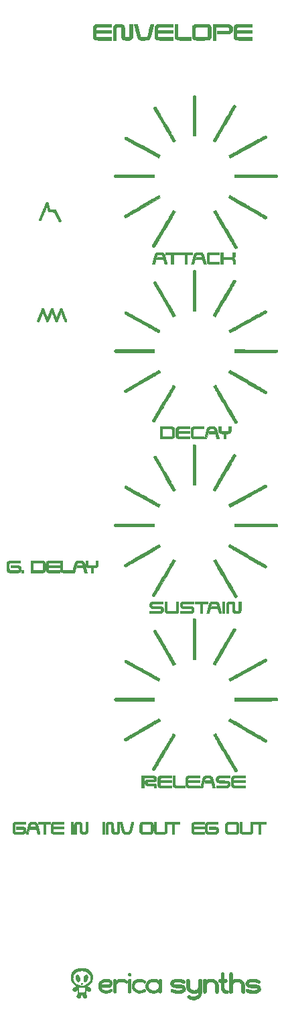
<source format=gto>
G04 #@! TF.GenerationSoftware,KiCad,Pcbnew,(5.0.0-rc2)*
G04 #@! TF.CreationDate,2020-07-08T18:30:56+03:00*
G04 #@! TF.ProjectId,ENVPNL2,454E56504E4C322E6B696361645F7063,rev?*
G04 #@! TF.SameCoordinates,PX42a96e0PY92dda80*
G04 #@! TF.FileFunction,Legend,Top*
G04 #@! TF.FilePolarity,Positive*
%FSLAX46Y46*%
G04 Gerber Fmt 4.6, Leading zero omitted, Abs format (unit mm)*
G04 Created by KiCad (PCBNEW (5.0.0-rc2)) date Wed Jul  8 18:30:56 2020*
%MOMM*%
%LPD*%
G01*
G04 APERTURE LIST*
%ADD10C,0.010000*%
G04 APERTURE END LIST*
D10*
G04 #@! TO.C,G\002A\002A\002A*
G36*
X13424201Y6294676D02*
X13465687Y6272158D01*
X13500411Y6235663D01*
X13527772Y6186197D01*
X13547172Y6124765D01*
X13558012Y6052371D01*
X13560181Y5994135D01*
X13553320Y5897360D01*
X13534345Y5802398D01*
X13504363Y5712100D01*
X13464484Y5629316D01*
X13415817Y5556896D01*
X13371024Y5508078D01*
X13320732Y5468869D01*
X13270288Y5444578D01*
X13221142Y5435658D01*
X13174747Y5442558D01*
X13168111Y5444987D01*
X13148781Y5456113D01*
X13125937Y5473830D01*
X13118702Y5480422D01*
X13082363Y5526543D01*
X13055916Y5584930D01*
X13039647Y5653913D01*
X13033842Y5731822D01*
X13038787Y5816985D01*
X13049663Y5884330D01*
X13072028Y5970634D01*
X13101996Y6050098D01*
X13138435Y6121275D01*
X13180213Y6182717D01*
X13226199Y6232980D01*
X13275260Y6270614D01*
X13326266Y6294174D01*
X13376550Y6302212D01*
X13424201Y6294676D01*
X13424201Y6294676D01*
G37*
X13424201Y6294676D02*
X13465687Y6272158D01*
X13500411Y6235663D01*
X13527772Y6186197D01*
X13547172Y6124765D01*
X13558012Y6052371D01*
X13560181Y5994135D01*
X13553320Y5897360D01*
X13534345Y5802398D01*
X13504363Y5712100D01*
X13464484Y5629316D01*
X13415817Y5556896D01*
X13371024Y5508078D01*
X13320732Y5468869D01*
X13270288Y5444578D01*
X13221142Y5435658D01*
X13174747Y5442558D01*
X13168111Y5444987D01*
X13148781Y5456113D01*
X13125937Y5473830D01*
X13118702Y5480422D01*
X13082363Y5526543D01*
X13055916Y5584930D01*
X13039647Y5653913D01*
X13033842Y5731822D01*
X13038787Y5816985D01*
X13049663Y5884330D01*
X13072028Y5970634D01*
X13101996Y6050098D01*
X13138435Y6121275D01*
X13180213Y6182717D01*
X13226199Y6232980D01*
X13275260Y6270614D01*
X13326266Y6294174D01*
X13376550Y6302212D01*
X13424201Y6294676D01*
G36*
X12289341Y6288569D02*
X12341591Y6258877D01*
X12377749Y6229291D01*
X12425095Y6176076D01*
X12467547Y6109757D01*
X12503886Y6033754D01*
X12532894Y5951489D01*
X12553352Y5866379D01*
X12564040Y5781847D01*
X12564117Y5706364D01*
X12553968Y5631430D01*
X12535251Y5567394D01*
X12508872Y5515104D01*
X12475738Y5475411D01*
X12436755Y5449165D01*
X12392830Y5437214D01*
X12344869Y5440410D01*
X12298388Y5457243D01*
X12260519Y5481967D01*
X12219813Y5518490D01*
X12179959Y5562991D01*
X12144647Y5611650D01*
X12136373Y5625002D01*
X12100846Y5696151D01*
X12072148Y5776881D01*
X12051301Y5862402D01*
X12039323Y5947928D01*
X12037235Y6028669D01*
X12041077Y6072281D01*
X12056711Y6145244D01*
X12080681Y6204990D01*
X12111951Y6251036D01*
X12149487Y6282899D01*
X12192254Y6300098D01*
X12239217Y6302149D01*
X12289341Y6288569D01*
X12289341Y6288569D01*
G37*
X12289341Y6288569D02*
X12341591Y6258877D01*
X12377749Y6229291D01*
X12425095Y6176076D01*
X12467547Y6109757D01*
X12503886Y6033754D01*
X12532894Y5951489D01*
X12553352Y5866379D01*
X12564040Y5781847D01*
X12564117Y5706364D01*
X12553968Y5631430D01*
X12535251Y5567394D01*
X12508872Y5515104D01*
X12475738Y5475411D01*
X12436755Y5449165D01*
X12392830Y5437214D01*
X12344869Y5440410D01*
X12298388Y5457243D01*
X12260519Y5481967D01*
X12219813Y5518490D01*
X12179959Y5562991D01*
X12144647Y5611650D01*
X12136373Y5625002D01*
X12100846Y5696151D01*
X12072148Y5776881D01*
X12051301Y5862402D01*
X12039323Y5947928D01*
X12037235Y6028669D01*
X12041077Y6072281D01*
X12056711Y6145244D01*
X12080681Y6204990D01*
X12111951Y6251036D01*
X12149487Y6282899D01*
X12192254Y6300098D01*
X12239217Y6302149D01*
X12289341Y6288569D01*
G36*
X12836154Y5244027D02*
X12863533Y5225446D01*
X12880786Y5198815D01*
X12886625Y5167684D01*
X12879767Y5135600D01*
X12858925Y5106114D01*
X12854011Y5101710D01*
X12821122Y5082754D01*
X12788046Y5080660D01*
X12755488Y5095382D01*
X12739840Y5108817D01*
X12717647Y5138284D01*
X12711562Y5168059D01*
X12721042Y5201487D01*
X12723847Y5207167D01*
X12745972Y5234949D01*
X12777176Y5248905D01*
X12799934Y5251009D01*
X12836154Y5244027D01*
X12836154Y5244027D01*
G37*
X12836154Y5244027D02*
X12863533Y5225446D01*
X12880786Y5198815D01*
X12886625Y5167684D01*
X12879767Y5135600D01*
X12858925Y5106114D01*
X12854011Y5101710D01*
X12821122Y5082754D01*
X12788046Y5080660D01*
X12755488Y5095382D01*
X12739840Y5108817D01*
X12717647Y5138284D01*
X12711562Y5168059D01*
X12721042Y5201487D01*
X12723847Y5207167D01*
X12745972Y5234949D01*
X12777176Y5248905D01*
X12799934Y5251009D01*
X12836154Y5244027D01*
G36*
X34344652Y125783300D02*
X33415745Y125781003D01*
X33270425Y125780639D01*
X33141070Y125780293D01*
X33026717Y125779945D01*
X32926403Y125779577D01*
X32839167Y125779167D01*
X32764044Y125778697D01*
X32700073Y125778147D01*
X32646291Y125777498D01*
X32601735Y125776729D01*
X32565442Y125775822D01*
X32536450Y125774756D01*
X32513796Y125773512D01*
X32496517Y125772070D01*
X32483651Y125770412D01*
X32474235Y125768516D01*
X32467305Y125766364D01*
X32461901Y125763935D01*
X32457514Y125761480D01*
X32436683Y125747732D01*
X32420867Y125732527D01*
X32409327Y125713357D01*
X32401325Y125687714D01*
X32396122Y125653090D01*
X32392980Y125606976D01*
X32391160Y125546865D01*
X32390934Y125535371D01*
X32388133Y125385138D01*
X34344652Y125385138D01*
X34344652Y125021193D01*
X32388275Y125021193D01*
X32391006Y124794390D01*
X32391979Y124720528D01*
X32393252Y124661743D01*
X32395318Y124616189D01*
X32398672Y124582016D01*
X32403805Y124557376D01*
X32411211Y124540421D01*
X32421383Y124529303D01*
X32434815Y124522172D01*
X32451999Y124517181D01*
X32465787Y124514129D01*
X32480977Y124512458D01*
X32510332Y124510962D01*
X32554132Y124509638D01*
X32612659Y124508482D01*
X32686195Y124507493D01*
X32775020Y124506668D01*
X32879416Y124506003D01*
X32999665Y124505497D01*
X33136047Y124505146D01*
X33288844Y124504948D01*
X33426741Y124504898D01*
X34344652Y124504898D01*
X34344652Y124149417D01*
X33381890Y124150212D01*
X33227847Y124150373D01*
X33089851Y124150594D01*
X32967022Y124150886D01*
X32858478Y124151259D01*
X32763339Y124151725D01*
X32680725Y124152295D01*
X32609754Y124152978D01*
X32549546Y124153785D01*
X32499220Y124154728D01*
X32457896Y124155817D01*
X32424693Y124157063D01*
X32398730Y124158476D01*
X32379127Y124160067D01*
X32365003Y124161847D01*
X32360598Y124162632D01*
X32277959Y124186384D01*
X32205683Y124222445D01*
X32144717Y124270158D01*
X32096010Y124328865D01*
X32078749Y124357930D01*
X32068322Y124377531D01*
X32059240Y124395284D01*
X32051410Y124412452D01*
X32044738Y124430297D01*
X32039133Y124450082D01*
X32034502Y124473070D01*
X32030751Y124500524D01*
X32027788Y124533706D01*
X32025521Y124573879D01*
X32023856Y124622306D01*
X32022701Y124680249D01*
X32021963Y124748972D01*
X32021549Y124829736D01*
X32021367Y124923805D01*
X32021324Y125032441D01*
X32021327Y125139686D01*
X32021349Y125257950D01*
X32021435Y125360529D01*
X32021614Y125448664D01*
X32021914Y125523598D01*
X32022363Y125586573D01*
X32022989Y125638832D01*
X32023822Y125681617D01*
X32024890Y125716170D01*
X32026221Y125743733D01*
X32027844Y125765548D01*
X32029787Y125782858D01*
X32032079Y125796905D01*
X32034748Y125808931D01*
X32036851Y125816794D01*
X32066179Y125896303D01*
X32106256Y125963513D01*
X32157993Y126019331D01*
X32222301Y126064662D01*
X32300090Y126100413D01*
X32333123Y126111597D01*
X32341221Y126113690D01*
X32351942Y126115568D01*
X32366212Y126117248D01*
X32384963Y126118743D01*
X32409121Y126120068D01*
X32439616Y126121238D01*
X32477376Y126122268D01*
X32523330Y126123171D01*
X32578407Y126123964D01*
X32643535Y126124660D01*
X32719643Y126125273D01*
X32807659Y126125820D01*
X32908512Y126126314D01*
X33023131Y126126769D01*
X33152445Y126127202D01*
X33297381Y126127625D01*
X33360730Y126127797D01*
X34344652Y126130430D01*
X34344652Y125783300D01*
X34344652Y125783300D01*
G37*
X34344652Y125783300D02*
X33415745Y125781003D01*
X33270425Y125780639D01*
X33141070Y125780293D01*
X33026717Y125779945D01*
X32926403Y125779577D01*
X32839167Y125779167D01*
X32764044Y125778697D01*
X32700073Y125778147D01*
X32646291Y125777498D01*
X32601735Y125776729D01*
X32565442Y125775822D01*
X32536450Y125774756D01*
X32513796Y125773512D01*
X32496517Y125772070D01*
X32483651Y125770412D01*
X32474235Y125768516D01*
X32467305Y125766364D01*
X32461901Y125763935D01*
X32457514Y125761480D01*
X32436683Y125747732D01*
X32420867Y125732527D01*
X32409327Y125713357D01*
X32401325Y125687714D01*
X32396122Y125653090D01*
X32392980Y125606976D01*
X32391160Y125546865D01*
X32390934Y125535371D01*
X32388133Y125385138D01*
X34344652Y125385138D01*
X34344652Y125021193D01*
X32388275Y125021193D01*
X32391006Y124794390D01*
X32391979Y124720528D01*
X32393252Y124661743D01*
X32395318Y124616189D01*
X32398672Y124582016D01*
X32403805Y124557376D01*
X32411211Y124540421D01*
X32421383Y124529303D01*
X32434815Y124522172D01*
X32451999Y124517181D01*
X32465787Y124514129D01*
X32480977Y124512458D01*
X32510332Y124510962D01*
X32554132Y124509638D01*
X32612659Y124508482D01*
X32686195Y124507493D01*
X32775020Y124506668D01*
X32879416Y124506003D01*
X32999665Y124505497D01*
X33136047Y124505146D01*
X33288844Y124504948D01*
X33426741Y124504898D01*
X34344652Y124504898D01*
X34344652Y124149417D01*
X33381890Y124150212D01*
X33227847Y124150373D01*
X33089851Y124150594D01*
X32967022Y124150886D01*
X32858478Y124151259D01*
X32763339Y124151725D01*
X32680725Y124152295D01*
X32609754Y124152978D01*
X32549546Y124153785D01*
X32499220Y124154728D01*
X32457896Y124155817D01*
X32424693Y124157063D01*
X32398730Y124158476D01*
X32379127Y124160067D01*
X32365003Y124161847D01*
X32360598Y124162632D01*
X32277959Y124186384D01*
X32205683Y124222445D01*
X32144717Y124270158D01*
X32096010Y124328865D01*
X32078749Y124357930D01*
X32068322Y124377531D01*
X32059240Y124395284D01*
X32051410Y124412452D01*
X32044738Y124430297D01*
X32039133Y124450082D01*
X32034502Y124473070D01*
X32030751Y124500524D01*
X32027788Y124533706D01*
X32025521Y124573879D01*
X32023856Y124622306D01*
X32022701Y124680249D01*
X32021963Y124748972D01*
X32021549Y124829736D01*
X32021367Y124923805D01*
X32021324Y125032441D01*
X32021327Y125139686D01*
X32021349Y125257950D01*
X32021435Y125360529D01*
X32021614Y125448664D01*
X32021914Y125523598D01*
X32022363Y125586573D01*
X32022989Y125638832D01*
X32023822Y125681617D01*
X32024890Y125716170D01*
X32026221Y125743733D01*
X32027844Y125765548D01*
X32029787Y125782858D01*
X32032079Y125796905D01*
X32034748Y125808931D01*
X32036851Y125816794D01*
X32066179Y125896303D01*
X32106256Y125963513D01*
X32157993Y126019331D01*
X32222301Y126064662D01*
X32300090Y126100413D01*
X32333123Y126111597D01*
X32341221Y126113690D01*
X32351942Y126115568D01*
X32366212Y126117248D01*
X32384963Y126118743D01*
X32409121Y126120068D01*
X32439616Y126121238D01*
X32477376Y126122268D01*
X32523330Y126123171D01*
X32578407Y126123964D01*
X32643535Y126124660D01*
X32719643Y126125273D01*
X32807659Y126125820D01*
X32908512Y126126314D01*
X33023131Y126126769D01*
X33152445Y126127202D01*
X33297381Y126127625D01*
X33360730Y126127797D01*
X34344652Y126130430D01*
X34344652Y125783300D01*
G36*
X30389920Y126129892D02*
X30562767Y126129800D01*
X30720239Y126129546D01*
X30862174Y126129133D01*
X30988410Y126128562D01*
X31098786Y126127835D01*
X31193140Y126126952D01*
X31271309Y126125916D01*
X31333133Y126124727D01*
X31378450Y126123387D01*
X31407097Y126121898D01*
X31416162Y126120942D01*
X31511802Y126098317D01*
X31596044Y126063182D01*
X31668877Y126015546D01*
X31730290Y125955419D01*
X31780272Y125882809D01*
X31818811Y125797726D01*
X31820075Y125794177D01*
X31827800Y125771664D01*
X31833604Y125751961D01*
X31837762Y125732151D01*
X31840551Y125709316D01*
X31842245Y125680537D01*
X31843121Y125642897D01*
X31843453Y125593478D01*
X31843511Y125545951D01*
X31843277Y125480660D01*
X31842399Y125429489D01*
X31840699Y125389640D01*
X31838003Y125358312D01*
X31834134Y125332705D01*
X31828917Y125310019D01*
X31828632Y125308963D01*
X31797683Y125222663D01*
X31755098Y125148653D01*
X31700897Y125086952D01*
X31635096Y125037576D01*
X31557715Y125000545D01*
X31503961Y124983800D01*
X31481792Y124978533D01*
X31458131Y124973907D01*
X31431791Y124969882D01*
X31401588Y124966416D01*
X31366337Y124963470D01*
X31324853Y124961002D01*
X31275952Y124958973D01*
X31218448Y124957341D01*
X31151157Y124956066D01*
X31072895Y124955108D01*
X30982475Y124954426D01*
X30878714Y124953979D01*
X30760426Y124953727D01*
X30626427Y124953629D01*
X30622676Y124953629D01*
X29951916Y124953482D01*
X29951916Y125317055D01*
X30664995Y125319357D01*
X30791387Y125319774D01*
X30901959Y125320176D01*
X30997820Y125320591D01*
X31080079Y125321047D01*
X31149843Y125321574D01*
X31208221Y125322201D01*
X31256321Y125322955D01*
X31295252Y125323866D01*
X31326121Y125324963D01*
X31350038Y125326273D01*
X31368110Y125327827D01*
X31381446Y125329652D01*
X31391154Y125331778D01*
X31398343Y125334233D01*
X31404120Y125337045D01*
X31406813Y125338587D01*
X31431896Y125355204D01*
X31449655Y125372891D01*
X31461452Y125394998D01*
X31468643Y125424873D01*
X31472588Y125465865D01*
X31474195Y125504638D01*
X31475409Y125564045D01*
X31474630Y125609497D01*
X31471245Y125643911D01*
X31464641Y125670204D01*
X31454206Y125691291D01*
X31439328Y125710091D01*
X31428820Y125720713D01*
X31396597Y125746639D01*
X31363119Y125761534D01*
X31348786Y125765149D01*
X31332565Y125767009D01*
X31302065Y125768653D01*
X31256981Y125770085D01*
X31197012Y125771309D01*
X31121855Y125772328D01*
X31031208Y125773145D01*
X30924769Y125773764D01*
X30802234Y125774189D01*
X30663302Y125774423D01*
X30548201Y125774475D01*
X29791103Y125774475D01*
X29791103Y124149417D01*
X29418694Y124149417D01*
X29418694Y126129956D01*
X30389920Y126129892D01*
X30389920Y126129892D01*
G37*
X30389920Y126129892D02*
X30562767Y126129800D01*
X30720239Y126129546D01*
X30862174Y126129133D01*
X30988410Y126128562D01*
X31098786Y126127835D01*
X31193140Y126126952D01*
X31271309Y126125916D01*
X31333133Y126124727D01*
X31378450Y126123387D01*
X31407097Y126121898D01*
X31416162Y126120942D01*
X31511802Y126098317D01*
X31596044Y126063182D01*
X31668877Y126015546D01*
X31730290Y125955419D01*
X31780272Y125882809D01*
X31818811Y125797726D01*
X31820075Y125794177D01*
X31827800Y125771664D01*
X31833604Y125751961D01*
X31837762Y125732151D01*
X31840551Y125709316D01*
X31842245Y125680537D01*
X31843121Y125642897D01*
X31843453Y125593478D01*
X31843511Y125545951D01*
X31843277Y125480660D01*
X31842399Y125429489D01*
X31840699Y125389640D01*
X31838003Y125358312D01*
X31834134Y125332705D01*
X31828917Y125310019D01*
X31828632Y125308963D01*
X31797683Y125222663D01*
X31755098Y125148653D01*
X31700897Y125086952D01*
X31635096Y125037576D01*
X31557715Y125000545D01*
X31503961Y124983800D01*
X31481792Y124978533D01*
X31458131Y124973907D01*
X31431791Y124969882D01*
X31401588Y124966416D01*
X31366337Y124963470D01*
X31324853Y124961002D01*
X31275952Y124958973D01*
X31218448Y124957341D01*
X31151157Y124956066D01*
X31072895Y124955108D01*
X30982475Y124954426D01*
X30878714Y124953979D01*
X30760426Y124953727D01*
X30626427Y124953629D01*
X30622676Y124953629D01*
X29951916Y124953482D01*
X29951916Y125317055D01*
X30664995Y125319357D01*
X30791387Y125319774D01*
X30901959Y125320176D01*
X30997820Y125320591D01*
X31080079Y125321047D01*
X31149843Y125321574D01*
X31208221Y125322201D01*
X31256321Y125322955D01*
X31295252Y125323866D01*
X31326121Y125324963D01*
X31350038Y125326273D01*
X31368110Y125327827D01*
X31381446Y125329652D01*
X31391154Y125331778D01*
X31398343Y125334233D01*
X31404120Y125337045D01*
X31406813Y125338587D01*
X31431896Y125355204D01*
X31449655Y125372891D01*
X31461452Y125394998D01*
X31468643Y125424873D01*
X31472588Y125465865D01*
X31474195Y125504638D01*
X31475409Y125564045D01*
X31474630Y125609497D01*
X31471245Y125643911D01*
X31464641Y125670204D01*
X31454206Y125691291D01*
X31439328Y125710091D01*
X31428820Y125720713D01*
X31396597Y125746639D01*
X31363119Y125761534D01*
X31348786Y125765149D01*
X31332565Y125767009D01*
X31302065Y125768653D01*
X31256981Y125770085D01*
X31197012Y125771309D01*
X31121855Y125772328D01*
X31031208Y125773145D01*
X30924769Y125773764D01*
X30802234Y125774189D01*
X30663302Y125774423D01*
X30548201Y125774475D01*
X29791103Y125774475D01*
X29791103Y124149417D01*
X29418694Y124149417D01*
X29418694Y126129956D01*
X30389920Y126129892D01*
G36*
X28326506Y126125686D02*
X28423079Y126125482D01*
X28507008Y126125071D01*
X28579364Y126124389D01*
X28641218Y126123369D01*
X28693641Y126121947D01*
X28737705Y126120056D01*
X28774479Y126117630D01*
X28805036Y126114604D01*
X28830445Y126110913D01*
X28851779Y126106489D01*
X28870107Y126101268D01*
X28886502Y126095183D01*
X28902033Y126088170D01*
X28917772Y126080161D01*
X28934790Y126071092D01*
X28947213Y126064509D01*
X29008670Y126023146D01*
X29059422Y125969009D01*
X29099628Y125901872D01*
X29129446Y125821508D01*
X29136773Y125793164D01*
X29139768Y125779320D01*
X29142348Y125764304D01*
X29144544Y125746810D01*
X29146385Y125725534D01*
X29147902Y125699170D01*
X29149125Y125666412D01*
X29150086Y125625957D01*
X29150815Y125576498D01*
X29151341Y125516730D01*
X29151696Y125445349D01*
X29151910Y125361050D01*
X29152013Y125262526D01*
X29152037Y125148473D01*
X29152036Y125139686D01*
X29151994Y125024004D01*
X29151868Y124923956D01*
X29151629Y124838249D01*
X29151248Y124765591D01*
X29150696Y124704688D01*
X29149943Y124654248D01*
X29148961Y124612976D01*
X29147721Y124579581D01*
X29146193Y124552769D01*
X29144349Y124531246D01*
X29142159Y124513721D01*
X29139594Y124498899D01*
X29137405Y124488767D01*
X29111362Y124404261D01*
X29075197Y124332995D01*
X29028031Y124274025D01*
X28968983Y124226407D01*
X28897173Y124189197D01*
X28838921Y124168862D01*
X28829468Y124166364D01*
X28818434Y124164154D01*
X28804767Y124162211D01*
X28787412Y124160517D01*
X28765317Y124159051D01*
X28737430Y124157793D01*
X28702697Y124156723D01*
X28660065Y124155820D01*
X28608482Y124155066D01*
X28546895Y124154439D01*
X28474250Y124153920D01*
X28389495Y124153489D01*
X28291578Y124153126D01*
X28179444Y124152810D01*
X28052042Y124152523D01*
X27971377Y124152362D01*
X27831953Y124152125D01*
X27708427Y124151993D01*
X27599771Y124151978D01*
X27504955Y124152093D01*
X27422950Y124152351D01*
X27352728Y124152765D01*
X27293258Y124153347D01*
X27243512Y124154111D01*
X27202460Y124155069D01*
X27169074Y124156234D01*
X27142325Y124157618D01*
X27121184Y124159235D01*
X27104620Y124161097D01*
X27091606Y124163218D01*
X27091137Y124163310D01*
X27008655Y124186237D01*
X26938166Y124220461D01*
X26878978Y124266648D01*
X26830401Y124325464D01*
X26791747Y124397575D01*
X26763448Y124479507D01*
X26760537Y124491167D01*
X26758023Y124504253D01*
X26755877Y124520024D01*
X26754071Y124539740D01*
X26752576Y124564661D01*
X26751364Y124596047D01*
X26750404Y124635159D01*
X26749669Y124683257D01*
X26749130Y124741601D01*
X26748758Y124811450D01*
X26748523Y124894066D01*
X26748398Y124990708D01*
X26748353Y125102636D01*
X26748352Y125124344D01*
X27124992Y125124344D01*
X27124992Y124565089D01*
X27144516Y124542391D01*
X27169880Y124523063D01*
X27197415Y124513136D01*
X27210756Y124512169D01*
X27239739Y124511273D01*
X27283080Y124510458D01*
X27339495Y124509733D01*
X27407697Y124509106D01*
X27486403Y124508585D01*
X27574327Y124508180D01*
X27670185Y124507900D01*
X27772691Y124507753D01*
X27880561Y124507747D01*
X27971754Y124507854D01*
X28101182Y124508094D01*
X28214753Y124508355D01*
X28313537Y124508658D01*
X28398604Y124509027D01*
X28471025Y124509484D01*
X28531870Y124510051D01*
X28582210Y124510752D01*
X28623114Y124511608D01*
X28655654Y124512642D01*
X28680900Y124513877D01*
X28699922Y124515335D01*
X28713790Y124517039D01*
X28723576Y124519011D01*
X28730348Y124521274D01*
X28735178Y124523850D01*
X28735284Y124523919D01*
X28755244Y124545468D01*
X28766887Y124572270D01*
X28769010Y124588800D01*
X28770760Y124621321D01*
X28772138Y124669968D01*
X28773145Y124734876D01*
X28773784Y124816180D01*
X28774056Y124914016D01*
X28773962Y125028518D01*
X28773567Y125145718D01*
X28773077Y125254685D01*
X28772602Y125348017D01*
X28772097Y125427004D01*
X28771517Y125492938D01*
X28770818Y125547111D01*
X28769956Y125590815D01*
X28768886Y125625340D01*
X28767564Y125651979D01*
X28765945Y125672023D01*
X28763985Y125686764D01*
X28761640Y125697494D01*
X28758865Y125705503D01*
X28755615Y125712084D01*
X28753983Y125714928D01*
X28734404Y125739486D01*
X28709771Y125760047D01*
X28707432Y125761480D01*
X28701852Y125764555D01*
X28695525Y125767246D01*
X28687335Y125769583D01*
X28676160Y125771595D01*
X28660885Y125773312D01*
X28640388Y125774764D01*
X28613553Y125775981D01*
X28579260Y125776993D01*
X28536391Y125777830D01*
X28483827Y125778523D01*
X28420450Y125779100D01*
X28345141Y125779592D01*
X28256781Y125780028D01*
X28154253Y125780439D01*
X28036437Y125780855D01*
X27975973Y125781059D01*
X27827508Y125781447D01*
X27695817Y125781559D01*
X27580749Y125781394D01*
X27482152Y125780950D01*
X27399875Y125780225D01*
X27333766Y125779219D01*
X27283675Y125777931D01*
X27249449Y125776357D01*
X27230938Y125774499D01*
X27230298Y125774373D01*
X27185571Y125757360D01*
X27151013Y125726850D01*
X27134490Y125700973D01*
X27132390Y125690782D01*
X27130575Y125668544D01*
X27129034Y125633648D01*
X27127758Y125585486D01*
X27126736Y125523448D01*
X27125959Y125446925D01*
X27125416Y125355306D01*
X27125097Y125247982D01*
X27124992Y125124344D01*
X26748352Y125124344D01*
X26748351Y125139686D01*
X26748380Y125256812D01*
X26748487Y125358271D01*
X26748700Y125445324D01*
X26749046Y125519233D01*
X26749554Y125581258D01*
X26750251Y125632661D01*
X26751165Y125674702D01*
X26752325Y125708643D01*
X26753758Y125735745D01*
X26755493Y125757268D01*
X26757557Y125774474D01*
X26759978Y125788624D01*
X26762784Y125800978D01*
X26763041Y125801983D01*
X26791414Y125885527D01*
X26830457Y125956060D01*
X26880647Y126014085D01*
X26942461Y126060106D01*
X27016375Y126094626D01*
X27050723Y126105697D01*
X27120760Y126125724D01*
X27950217Y126125724D01*
X28091146Y126125742D01*
X28216219Y126125751D01*
X28326506Y126125686D01*
X28326506Y126125686D01*
G37*
X28326506Y126125686D02*
X28423079Y126125482D01*
X28507008Y126125071D01*
X28579364Y126124389D01*
X28641218Y126123369D01*
X28693641Y126121947D01*
X28737705Y126120056D01*
X28774479Y126117630D01*
X28805036Y126114604D01*
X28830445Y126110913D01*
X28851779Y126106489D01*
X28870107Y126101268D01*
X28886502Y126095183D01*
X28902033Y126088170D01*
X28917772Y126080161D01*
X28934790Y126071092D01*
X28947213Y126064509D01*
X29008670Y126023146D01*
X29059422Y125969009D01*
X29099628Y125901872D01*
X29129446Y125821508D01*
X29136773Y125793164D01*
X29139768Y125779320D01*
X29142348Y125764304D01*
X29144544Y125746810D01*
X29146385Y125725534D01*
X29147902Y125699170D01*
X29149125Y125666412D01*
X29150086Y125625957D01*
X29150815Y125576498D01*
X29151341Y125516730D01*
X29151696Y125445349D01*
X29151910Y125361050D01*
X29152013Y125262526D01*
X29152037Y125148473D01*
X29152036Y125139686D01*
X29151994Y125024004D01*
X29151868Y124923956D01*
X29151629Y124838249D01*
X29151248Y124765591D01*
X29150696Y124704688D01*
X29149943Y124654248D01*
X29148961Y124612976D01*
X29147721Y124579581D01*
X29146193Y124552769D01*
X29144349Y124531246D01*
X29142159Y124513721D01*
X29139594Y124498899D01*
X29137405Y124488767D01*
X29111362Y124404261D01*
X29075197Y124332995D01*
X29028031Y124274025D01*
X28968983Y124226407D01*
X28897173Y124189197D01*
X28838921Y124168862D01*
X28829468Y124166364D01*
X28818434Y124164154D01*
X28804767Y124162211D01*
X28787412Y124160517D01*
X28765317Y124159051D01*
X28737430Y124157793D01*
X28702697Y124156723D01*
X28660065Y124155820D01*
X28608482Y124155066D01*
X28546895Y124154439D01*
X28474250Y124153920D01*
X28389495Y124153489D01*
X28291578Y124153126D01*
X28179444Y124152810D01*
X28052042Y124152523D01*
X27971377Y124152362D01*
X27831953Y124152125D01*
X27708427Y124151993D01*
X27599771Y124151978D01*
X27504955Y124152093D01*
X27422950Y124152351D01*
X27352728Y124152765D01*
X27293258Y124153347D01*
X27243512Y124154111D01*
X27202460Y124155069D01*
X27169074Y124156234D01*
X27142325Y124157618D01*
X27121184Y124159235D01*
X27104620Y124161097D01*
X27091606Y124163218D01*
X27091137Y124163310D01*
X27008655Y124186237D01*
X26938166Y124220461D01*
X26878978Y124266648D01*
X26830401Y124325464D01*
X26791747Y124397575D01*
X26763448Y124479507D01*
X26760537Y124491167D01*
X26758023Y124504253D01*
X26755877Y124520024D01*
X26754071Y124539740D01*
X26752576Y124564661D01*
X26751364Y124596047D01*
X26750404Y124635159D01*
X26749669Y124683257D01*
X26749130Y124741601D01*
X26748758Y124811450D01*
X26748523Y124894066D01*
X26748398Y124990708D01*
X26748353Y125102636D01*
X26748352Y125124344D01*
X27124992Y125124344D01*
X27124992Y124565089D01*
X27144516Y124542391D01*
X27169880Y124523063D01*
X27197415Y124513136D01*
X27210756Y124512169D01*
X27239739Y124511273D01*
X27283080Y124510458D01*
X27339495Y124509733D01*
X27407697Y124509106D01*
X27486403Y124508585D01*
X27574327Y124508180D01*
X27670185Y124507900D01*
X27772691Y124507753D01*
X27880561Y124507747D01*
X27971754Y124507854D01*
X28101182Y124508094D01*
X28214753Y124508355D01*
X28313537Y124508658D01*
X28398604Y124509027D01*
X28471025Y124509484D01*
X28531870Y124510051D01*
X28582210Y124510752D01*
X28623114Y124511608D01*
X28655654Y124512642D01*
X28680900Y124513877D01*
X28699922Y124515335D01*
X28713790Y124517039D01*
X28723576Y124519011D01*
X28730348Y124521274D01*
X28735178Y124523850D01*
X28735284Y124523919D01*
X28755244Y124545468D01*
X28766887Y124572270D01*
X28769010Y124588800D01*
X28770760Y124621321D01*
X28772138Y124669968D01*
X28773145Y124734876D01*
X28773784Y124816180D01*
X28774056Y124914016D01*
X28773962Y125028518D01*
X28773567Y125145718D01*
X28773077Y125254685D01*
X28772602Y125348017D01*
X28772097Y125427004D01*
X28771517Y125492938D01*
X28770818Y125547111D01*
X28769956Y125590815D01*
X28768886Y125625340D01*
X28767564Y125651979D01*
X28765945Y125672023D01*
X28763985Y125686764D01*
X28761640Y125697494D01*
X28758865Y125705503D01*
X28755615Y125712084D01*
X28753983Y125714928D01*
X28734404Y125739486D01*
X28709771Y125760047D01*
X28707432Y125761480D01*
X28701852Y125764555D01*
X28695525Y125767246D01*
X28687335Y125769583D01*
X28676160Y125771595D01*
X28660885Y125773312D01*
X28640388Y125774764D01*
X28613553Y125775981D01*
X28579260Y125776993D01*
X28536391Y125777830D01*
X28483827Y125778523D01*
X28420450Y125779100D01*
X28345141Y125779592D01*
X28256781Y125780028D01*
X28154253Y125780439D01*
X28036437Y125780855D01*
X27975973Y125781059D01*
X27827508Y125781447D01*
X27695817Y125781559D01*
X27580749Y125781394D01*
X27482152Y125780950D01*
X27399875Y125780225D01*
X27333766Y125779219D01*
X27283675Y125777931D01*
X27249449Y125776357D01*
X27230938Y125774499D01*
X27230298Y125774373D01*
X27185571Y125757360D01*
X27151013Y125726850D01*
X27134490Y125700973D01*
X27132390Y125690782D01*
X27130575Y125668544D01*
X27129034Y125633648D01*
X27127758Y125585486D01*
X27126736Y125523448D01*
X27125959Y125446925D01*
X27125416Y125355306D01*
X27125097Y125247982D01*
X27124992Y125124344D01*
X26748352Y125124344D01*
X26748351Y125139686D01*
X26748380Y125256812D01*
X26748487Y125358271D01*
X26748700Y125445324D01*
X26749046Y125519233D01*
X26749554Y125581258D01*
X26750251Y125632661D01*
X26751165Y125674702D01*
X26752325Y125708643D01*
X26753758Y125735745D01*
X26755493Y125757268D01*
X26757557Y125774474D01*
X26759978Y125788624D01*
X26762784Y125800978D01*
X26763041Y125801983D01*
X26791414Y125885527D01*
X26830457Y125956060D01*
X26880647Y126014085D01*
X26942461Y126060106D01*
X27016375Y126094626D01*
X27050723Y126105697D01*
X27120760Y126125724D01*
X27950217Y126125724D01*
X28091146Y126125742D01*
X28216219Y126125751D01*
X28326506Y126125686D01*
G36*
X24941506Y125383022D02*
X24941552Y125253175D01*
X24941638Y125139169D01*
X24941784Y125039919D01*
X24942014Y124954337D01*
X24942348Y124881339D01*
X24942808Y124819836D01*
X24943417Y124768745D01*
X24944197Y124726977D01*
X24945168Y124693447D01*
X24946354Y124667068D01*
X24947775Y124646755D01*
X24949455Y124631421D01*
X24951414Y124619980D01*
X24953675Y124611346D01*
X24956260Y124604432D01*
X24957238Y124602232D01*
X24976004Y124569469D01*
X25000078Y124545840D01*
X25034962Y124526095D01*
X25038964Y124524265D01*
X25045536Y124521669D01*
X25053745Y124519380D01*
X25064656Y124517373D01*
X25079330Y124515625D01*
X25098833Y124514114D01*
X25124229Y124512816D01*
X25156580Y124511708D01*
X25196951Y124510767D01*
X25246406Y124509971D01*
X25306008Y124509295D01*
X25376821Y124508716D01*
X25459909Y124508213D01*
X25556337Y124507761D01*
X25667166Y124507337D01*
X25793462Y124506918D01*
X25844835Y124506759D01*
X26617161Y124504387D01*
X26617161Y124149417D01*
X25823676Y124150569D01*
X25708819Y124150769D01*
X25598504Y124151027D01*
X25493943Y124151334D01*
X25396350Y124151686D01*
X25306936Y124152075D01*
X25226913Y124152495D01*
X25157494Y124152939D01*
X25099891Y124153401D01*
X25055316Y124153875D01*
X25024982Y124154354D01*
X25010100Y124154832D01*
X25009031Y124154934D01*
X24909748Y124176461D01*
X24822959Y124208935D01*
X24748860Y124252235D01*
X24687647Y124306234D01*
X24639515Y124370811D01*
X24624681Y124398127D01*
X24615611Y124416470D01*
X24607588Y124433316D01*
X24600546Y124449771D01*
X24594422Y124466939D01*
X24589152Y124485923D01*
X24584671Y124507829D01*
X24580915Y124533761D01*
X24577819Y124564823D01*
X24575320Y124602119D01*
X24573352Y124646753D01*
X24571852Y124699831D01*
X24570756Y124762455D01*
X24569999Y124835731D01*
X24569516Y124920763D01*
X24569244Y125018656D01*
X24569118Y125130512D01*
X24569074Y125257438D01*
X24569058Y125353399D01*
X24568911Y126129956D01*
X24941320Y126129956D01*
X24941506Y125383022D01*
X24941506Y125383022D01*
G37*
X24941506Y125383022D02*
X24941552Y125253175D01*
X24941638Y125139169D01*
X24941784Y125039919D01*
X24942014Y124954337D01*
X24942348Y124881339D01*
X24942808Y124819836D01*
X24943417Y124768745D01*
X24944197Y124726977D01*
X24945168Y124693447D01*
X24946354Y124667068D01*
X24947775Y124646755D01*
X24949455Y124631421D01*
X24951414Y124619980D01*
X24953675Y124611346D01*
X24956260Y124604432D01*
X24957238Y124602232D01*
X24976004Y124569469D01*
X25000078Y124545840D01*
X25034962Y124526095D01*
X25038964Y124524265D01*
X25045536Y124521669D01*
X25053745Y124519380D01*
X25064656Y124517373D01*
X25079330Y124515625D01*
X25098833Y124514114D01*
X25124229Y124512816D01*
X25156580Y124511708D01*
X25196951Y124510767D01*
X25246406Y124509971D01*
X25306008Y124509295D01*
X25376821Y124508716D01*
X25459909Y124508213D01*
X25556337Y124507761D01*
X25667166Y124507337D01*
X25793462Y124506918D01*
X25844835Y124506759D01*
X26617161Y124504387D01*
X26617161Y124149417D01*
X25823676Y124150569D01*
X25708819Y124150769D01*
X25598504Y124151027D01*
X25493943Y124151334D01*
X25396350Y124151686D01*
X25306936Y124152075D01*
X25226913Y124152495D01*
X25157494Y124152939D01*
X25099891Y124153401D01*
X25055316Y124153875D01*
X25024982Y124154354D01*
X25010100Y124154832D01*
X25009031Y124154934D01*
X24909748Y124176461D01*
X24822959Y124208935D01*
X24748860Y124252235D01*
X24687647Y124306234D01*
X24639515Y124370811D01*
X24624681Y124398127D01*
X24615611Y124416470D01*
X24607588Y124433316D01*
X24600546Y124449771D01*
X24594422Y124466939D01*
X24589152Y124485923D01*
X24584671Y124507829D01*
X24580915Y124533761D01*
X24577819Y124564823D01*
X24575320Y124602119D01*
X24573352Y124646753D01*
X24571852Y124699831D01*
X24570756Y124762455D01*
X24569999Y124835731D01*
X24569516Y124920763D01*
X24569244Y125018656D01*
X24569118Y125130512D01*
X24569074Y125257438D01*
X24569058Y125353399D01*
X24568911Y126129956D01*
X24941320Y126129956D01*
X24941506Y125383022D01*
G36*
X24357315Y125783300D02*
X23428407Y125781003D01*
X23283059Y125780638D01*
X23153675Y125780290D01*
X23039295Y125779938D01*
X22938957Y125779565D01*
X22851698Y125779150D01*
X22776556Y125778675D01*
X22712569Y125778119D01*
X22658775Y125777465D01*
X22614212Y125776691D01*
X22577918Y125775780D01*
X22548931Y125774711D01*
X22526288Y125773466D01*
X22509028Y125772025D01*
X22496189Y125770369D01*
X22486808Y125768478D01*
X22479923Y125766334D01*
X22474572Y125763916D01*
X22470762Y125761779D01*
X22449637Y125748507D01*
X22433696Y125735226D01*
X22422160Y125719369D01*
X22414251Y125698369D01*
X22409187Y125669660D01*
X22406190Y125630673D01*
X22404481Y125578844D01*
X22403759Y125541128D01*
X22401119Y125385138D01*
X24357315Y125385138D01*
X24357315Y125021193D01*
X22401401Y125021193D01*
X22403899Y124788659D01*
X22404687Y124719793D01*
X22405506Y124665840D01*
X22406522Y124624785D01*
X22407900Y124594614D01*
X22409807Y124573312D01*
X22412409Y124558866D01*
X22415870Y124549260D01*
X22420358Y124542481D01*
X22424531Y124538005D01*
X22444404Y124524911D01*
X22471562Y124514617D01*
X22479546Y124512761D01*
X22492864Y124511799D01*
X22521964Y124510868D01*
X22565701Y124509978D01*
X22622930Y124509138D01*
X22692504Y124508356D01*
X22773279Y124507641D01*
X22864110Y124507003D01*
X22963850Y124506450D01*
X23071355Y124505991D01*
X23185478Y124505636D01*
X23305076Y124505392D01*
X23429001Y124505270D01*
X23436871Y124505267D01*
X24357315Y124504898D01*
X24357315Y124149417D01*
X23394552Y124150212D01*
X23238735Y124150379D01*
X23099014Y124150615D01*
X22974559Y124150930D01*
X22864538Y124151334D01*
X22768122Y124151836D01*
X22684478Y124152447D01*
X22612777Y124153175D01*
X22552187Y124154030D01*
X22501876Y124155023D01*
X22461015Y124156163D01*
X22428773Y124157459D01*
X22404318Y124158922D01*
X22386819Y124160560D01*
X22376775Y124162103D01*
X22294335Y124184306D01*
X22225221Y124215414D01*
X22167798Y124256414D01*
X22120429Y124308293D01*
X22109825Y124323288D01*
X22077539Y124381078D01*
X22053708Y124446870D01*
X22037519Y124523420D01*
X22029406Y124595756D01*
X22027625Y124628302D01*
X22026083Y124675467D01*
X22024779Y124735139D01*
X22023714Y124805207D01*
X22022887Y124883562D01*
X22022298Y124968091D01*
X22021948Y125056683D01*
X22021836Y125147229D01*
X22021963Y125237616D01*
X22022327Y125325734D01*
X22022931Y125409472D01*
X22023772Y125486720D01*
X22024852Y125555365D01*
X22026170Y125613297D01*
X22027726Y125658406D01*
X22029413Y125687305D01*
X22041946Y125782046D01*
X22063117Y125863058D01*
X22093605Y125931549D01*
X22134090Y125988731D01*
X22185252Y126035812D01*
X22246046Y126073139D01*
X22261105Y126080877D01*
X22274567Y126087807D01*
X22287399Y126093975D01*
X22300567Y126099428D01*
X22315035Y126104214D01*
X22331771Y126108379D01*
X22351740Y126111969D01*
X22375908Y126115033D01*
X22405241Y126117615D01*
X22440704Y126119764D01*
X22483264Y126121526D01*
X22533887Y126122949D01*
X22593539Y126124077D01*
X22663185Y126124960D01*
X22743791Y126125642D01*
X22836324Y126126172D01*
X22941749Y126126596D01*
X23061032Y126126961D01*
X23195139Y126127313D01*
X23345036Y126127700D01*
X23373393Y126127775D01*
X24357315Y126130430D01*
X24357315Y125783300D01*
X24357315Y125783300D01*
G37*
X24357315Y125783300D02*
X23428407Y125781003D01*
X23283059Y125780638D01*
X23153675Y125780290D01*
X23039295Y125779938D01*
X22938957Y125779565D01*
X22851698Y125779150D01*
X22776556Y125778675D01*
X22712569Y125778119D01*
X22658775Y125777465D01*
X22614212Y125776691D01*
X22577918Y125775780D01*
X22548931Y125774711D01*
X22526288Y125773466D01*
X22509028Y125772025D01*
X22496189Y125770369D01*
X22486808Y125768478D01*
X22479923Y125766334D01*
X22474572Y125763916D01*
X22470762Y125761779D01*
X22449637Y125748507D01*
X22433696Y125735226D01*
X22422160Y125719369D01*
X22414251Y125698369D01*
X22409187Y125669660D01*
X22406190Y125630673D01*
X22404481Y125578844D01*
X22403759Y125541128D01*
X22401119Y125385138D01*
X24357315Y125385138D01*
X24357315Y125021193D01*
X22401401Y125021193D01*
X22403899Y124788659D01*
X22404687Y124719793D01*
X22405506Y124665840D01*
X22406522Y124624785D01*
X22407900Y124594614D01*
X22409807Y124573312D01*
X22412409Y124558866D01*
X22415870Y124549260D01*
X22420358Y124542481D01*
X22424531Y124538005D01*
X22444404Y124524911D01*
X22471562Y124514617D01*
X22479546Y124512761D01*
X22492864Y124511799D01*
X22521964Y124510868D01*
X22565701Y124509978D01*
X22622930Y124509138D01*
X22692504Y124508356D01*
X22773279Y124507641D01*
X22864110Y124507003D01*
X22963850Y124506450D01*
X23071355Y124505991D01*
X23185478Y124505636D01*
X23305076Y124505392D01*
X23429001Y124505270D01*
X23436871Y124505267D01*
X24357315Y124504898D01*
X24357315Y124149417D01*
X23394552Y124150212D01*
X23238735Y124150379D01*
X23099014Y124150615D01*
X22974559Y124150930D01*
X22864538Y124151334D01*
X22768122Y124151836D01*
X22684478Y124152447D01*
X22612777Y124153175D01*
X22552187Y124154030D01*
X22501876Y124155023D01*
X22461015Y124156163D01*
X22428773Y124157459D01*
X22404318Y124158922D01*
X22386819Y124160560D01*
X22376775Y124162103D01*
X22294335Y124184306D01*
X22225221Y124215414D01*
X22167798Y124256414D01*
X22120429Y124308293D01*
X22109825Y124323288D01*
X22077539Y124381078D01*
X22053708Y124446870D01*
X22037519Y124523420D01*
X22029406Y124595756D01*
X22027625Y124628302D01*
X22026083Y124675467D01*
X22024779Y124735139D01*
X22023714Y124805207D01*
X22022887Y124883562D01*
X22022298Y124968091D01*
X22021948Y125056683D01*
X22021836Y125147229D01*
X22021963Y125237616D01*
X22022327Y125325734D01*
X22022931Y125409472D01*
X22023772Y125486720D01*
X22024852Y125555365D01*
X22026170Y125613297D01*
X22027726Y125658406D01*
X22029413Y125687305D01*
X22041946Y125782046D01*
X22063117Y125863058D01*
X22093605Y125931549D01*
X22134090Y125988731D01*
X22185252Y126035812D01*
X22246046Y126073139D01*
X22261105Y126080877D01*
X22274567Y126087807D01*
X22287399Y126093975D01*
X22300567Y126099428D01*
X22315035Y126104214D01*
X22331771Y126108379D01*
X22351740Y126111969D01*
X22375908Y126115033D01*
X22405241Y126117615D01*
X22440704Y126119764D01*
X22483264Y126121526D01*
X22533887Y126122949D01*
X22593539Y126124077D01*
X22663185Y126124960D01*
X22743791Y126125642D01*
X22836324Y126126172D01*
X22941749Y126126596D01*
X23061032Y126126961D01*
X23195139Y126127313D01*
X23345036Y126127700D01*
X23373393Y126127775D01*
X24357315Y126130430D01*
X24357315Y125783300D01*
G36*
X21769372Y126129645D02*
X21821066Y126128763D01*
X21862914Y126127388D01*
X21892906Y126125595D01*
X21909029Y126123463D01*
X21911263Y126122248D01*
X21909197Y126113144D01*
X21903241Y126089065D01*
X21893759Y126051422D01*
X21881115Y126001625D01*
X21865672Y125941082D01*
X21847794Y125871205D01*
X21827846Y125793403D01*
X21806191Y125709086D01*
X21783192Y125619664D01*
X21759214Y125526548D01*
X21734620Y125431146D01*
X21709775Y125334869D01*
X21685041Y125239127D01*
X21660784Y125145329D01*
X21637365Y125054887D01*
X21615151Y124969209D01*
X21594503Y124889706D01*
X21575786Y124817788D01*
X21559364Y124754864D01*
X21545601Y124702345D01*
X21534860Y124661640D01*
X21527505Y124634159D01*
X21524522Y124623392D01*
X21489561Y124524420D01*
X21444883Y124434164D01*
X21391708Y124354321D01*
X21331256Y124286590D01*
X21264748Y124232671D01*
X21227874Y124210493D01*
X21204639Y124198116D01*
X21184228Y124187716D01*
X21164968Y124179115D01*
X21145187Y124172134D01*
X21123211Y124166594D01*
X21097368Y124162317D01*
X21065985Y124159122D01*
X21027388Y124156832D01*
X20979905Y124155268D01*
X20921863Y124154250D01*
X20851589Y124153599D01*
X20767411Y124153138D01*
X20688238Y124152781D01*
X20606407Y124152486D01*
X20529390Y124152359D01*
X20458912Y124152391D01*
X20396702Y124152574D01*
X20344487Y124152902D01*
X20303995Y124153366D01*
X20276954Y124153958D01*
X20265090Y124154671D01*
X20265045Y124154681D01*
X20214729Y124167003D01*
X20173359Y124180386D01*
X20133042Y124197619D01*
X20106789Y124210601D01*
X20036891Y124255585D01*
X19972795Y124315481D01*
X19915496Y124388970D01*
X19865988Y124474734D01*
X19825267Y124571454D01*
X19817685Y124593768D01*
X19813152Y124609350D01*
X19804932Y124639403D01*
X19793388Y124682521D01*
X19778882Y124737299D01*
X19761777Y124802331D01*
X19742435Y124876211D01*
X19721220Y124957534D01*
X19698494Y125044894D01*
X19674620Y125136884D01*
X19649960Y125232101D01*
X19624878Y125329137D01*
X19599735Y125426588D01*
X19574895Y125523047D01*
X19550719Y125617108D01*
X19527572Y125707367D01*
X19505816Y125792417D01*
X19485813Y125870853D01*
X19467925Y125941269D01*
X19452517Y126002260D01*
X19439950Y126052419D01*
X19430587Y126090341D01*
X19424791Y126114620D01*
X19422918Y126123762D01*
X19430985Y126125494D01*
X19453650Y126126863D01*
X19488584Y126127820D01*
X19533461Y126128316D01*
X19585952Y126128303D01*
X19623345Y126127994D01*
X19823797Y126125724D01*
X20006902Y125402066D01*
X20034347Y125293716D01*
X20060797Y125189519D01*
X20085933Y125090722D01*
X20109435Y124998566D01*
X20130986Y124914297D01*
X20150265Y124839159D01*
X20166953Y124774395D01*
X20180731Y124721251D01*
X20191281Y124680970D01*
X20198282Y124654797D01*
X20201212Y124644552D01*
X20223946Y124596357D01*
X20256696Y124553782D01*
X20285404Y124529118D01*
X20314563Y124509130D01*
X20645285Y124506619D01*
X20741143Y124506089D01*
X20821034Y124506094D01*
X20885912Y124506653D01*
X20936733Y124507786D01*
X20974449Y124509511D01*
X21000015Y124511849D01*
X21012124Y124514108D01*
X21050621Y124532476D01*
X21086768Y124563669D01*
X21116579Y124603660D01*
X21131498Y124634616D01*
X21135986Y124649285D01*
X21144202Y124679123D01*
X21155822Y124722862D01*
X21170522Y124779238D01*
X21187978Y124846981D01*
X21207868Y124924827D01*
X21229865Y125011508D01*
X21253648Y125105757D01*
X21278892Y125206308D01*
X21305273Y125311894D01*
X21328232Y125404182D01*
X21508429Y126129956D01*
X21709846Y126129956D01*
X21769372Y126129645D01*
X21769372Y126129645D01*
G37*
X21769372Y126129645D02*
X21821066Y126128763D01*
X21862914Y126127388D01*
X21892906Y126125595D01*
X21909029Y126123463D01*
X21911263Y126122248D01*
X21909197Y126113144D01*
X21903241Y126089065D01*
X21893759Y126051422D01*
X21881115Y126001625D01*
X21865672Y125941082D01*
X21847794Y125871205D01*
X21827846Y125793403D01*
X21806191Y125709086D01*
X21783192Y125619664D01*
X21759214Y125526548D01*
X21734620Y125431146D01*
X21709775Y125334869D01*
X21685041Y125239127D01*
X21660784Y125145329D01*
X21637365Y125054887D01*
X21615151Y124969209D01*
X21594503Y124889706D01*
X21575786Y124817788D01*
X21559364Y124754864D01*
X21545601Y124702345D01*
X21534860Y124661640D01*
X21527505Y124634159D01*
X21524522Y124623392D01*
X21489561Y124524420D01*
X21444883Y124434164D01*
X21391708Y124354321D01*
X21331256Y124286590D01*
X21264748Y124232671D01*
X21227874Y124210493D01*
X21204639Y124198116D01*
X21184228Y124187716D01*
X21164968Y124179115D01*
X21145187Y124172134D01*
X21123211Y124166594D01*
X21097368Y124162317D01*
X21065985Y124159122D01*
X21027388Y124156832D01*
X20979905Y124155268D01*
X20921863Y124154250D01*
X20851589Y124153599D01*
X20767411Y124153138D01*
X20688238Y124152781D01*
X20606407Y124152486D01*
X20529390Y124152359D01*
X20458912Y124152391D01*
X20396702Y124152574D01*
X20344487Y124152902D01*
X20303995Y124153366D01*
X20276954Y124153958D01*
X20265090Y124154671D01*
X20265045Y124154681D01*
X20214729Y124167003D01*
X20173359Y124180386D01*
X20133042Y124197619D01*
X20106789Y124210601D01*
X20036891Y124255585D01*
X19972795Y124315481D01*
X19915496Y124388970D01*
X19865988Y124474734D01*
X19825267Y124571454D01*
X19817685Y124593768D01*
X19813152Y124609350D01*
X19804932Y124639403D01*
X19793388Y124682521D01*
X19778882Y124737299D01*
X19761777Y124802331D01*
X19742435Y124876211D01*
X19721220Y124957534D01*
X19698494Y125044894D01*
X19674620Y125136884D01*
X19649960Y125232101D01*
X19624878Y125329137D01*
X19599735Y125426588D01*
X19574895Y125523047D01*
X19550719Y125617108D01*
X19527572Y125707367D01*
X19505816Y125792417D01*
X19485813Y125870853D01*
X19467925Y125941269D01*
X19452517Y126002260D01*
X19439950Y126052419D01*
X19430587Y126090341D01*
X19424791Y126114620D01*
X19422918Y126123762D01*
X19430985Y126125494D01*
X19453650Y126126863D01*
X19488584Y126127820D01*
X19533461Y126128316D01*
X19585952Y126128303D01*
X19623345Y126127994D01*
X19823797Y126125724D01*
X20006902Y125402066D01*
X20034347Y125293716D01*
X20060797Y125189519D01*
X20085933Y125090722D01*
X20109435Y124998566D01*
X20130986Y124914297D01*
X20150265Y124839159D01*
X20166953Y124774395D01*
X20180731Y124721251D01*
X20191281Y124680970D01*
X20198282Y124654797D01*
X20201212Y124644552D01*
X20223946Y124596357D01*
X20256696Y124553782D01*
X20285404Y124529118D01*
X20314563Y124509130D01*
X20645285Y124506619D01*
X20741143Y124506089D01*
X20821034Y124506094D01*
X20885912Y124506653D01*
X20936733Y124507786D01*
X20974449Y124509511D01*
X21000015Y124511849D01*
X21012124Y124514108D01*
X21050621Y124532476D01*
X21086768Y124563669D01*
X21116579Y124603660D01*
X21131498Y124634616D01*
X21135986Y124649285D01*
X21144202Y124679123D01*
X21155822Y124722862D01*
X21170522Y124779238D01*
X21187978Y124846981D01*
X21207868Y124924827D01*
X21229865Y125011508D01*
X21253648Y125105757D01*
X21278892Y125206308D01*
X21305273Y125311894D01*
X21328232Y125404182D01*
X21508429Y126129956D01*
X21709846Y126129956D01*
X21769372Y126129645D01*
G36*
X19242988Y125332239D02*
X19242537Y125195397D01*
X19242134Y125074380D01*
X19241711Y124968088D01*
X19241201Y124875419D01*
X19240536Y124795271D01*
X19239649Y124726544D01*
X19238472Y124668136D01*
X19236937Y124618945D01*
X19234978Y124577870D01*
X19232525Y124543810D01*
X19229513Y124515663D01*
X19225873Y124492327D01*
X19221537Y124472702D01*
X19216438Y124455686D01*
X19210509Y124440178D01*
X19203681Y124425075D01*
X19195888Y124409277D01*
X19187061Y124391683D01*
X19185018Y124387551D01*
X19145538Y124325199D01*
X19092773Y124268744D01*
X19030020Y124220683D01*
X18960574Y124183515D01*
X18887735Y124159735D01*
X18882906Y124158701D01*
X18858861Y124155678D01*
X18820414Y124153227D01*
X18770083Y124151337D01*
X18710384Y124149996D01*
X18643833Y124149192D01*
X18572946Y124148913D01*
X18500241Y124149147D01*
X18428233Y124149883D01*
X18359438Y124151108D01*
X18296374Y124152812D01*
X18241557Y124154981D01*
X18197503Y124157605D01*
X18166729Y124160671D01*
X18158289Y124162105D01*
X18077211Y124186149D01*
X18007213Y124221263D01*
X17949318Y124266755D01*
X17904549Y124321931D01*
X17892933Y124341951D01*
X17882508Y124361508D01*
X17873460Y124378926D01*
X17865682Y124395503D01*
X17859068Y124412538D01*
X17853511Y124431327D01*
X17848906Y124453170D01*
X17845144Y124479364D01*
X17842122Y124511208D01*
X17839731Y124549999D01*
X17837865Y124597036D01*
X17836419Y124653616D01*
X17835285Y124721037D01*
X17834357Y124800599D01*
X17833530Y124893597D01*
X17832696Y125001332D01*
X17832064Y125084671D01*
X17831144Y125204319D01*
X17830288Y125308214D01*
X17829396Y125397533D01*
X17828372Y125473450D01*
X17827117Y125537141D01*
X17825535Y125589781D01*
X17823526Y125632545D01*
X17820994Y125666608D01*
X17817841Y125693146D01*
X17813969Y125713332D01*
X17809280Y125728344D01*
X17803676Y125739355D01*
X17797061Y125747541D01*
X17789335Y125754077D01*
X17780402Y125760139D01*
X17775638Y125763237D01*
X17767602Y125767705D01*
X17757377Y125771226D01*
X17743000Y125773911D01*
X17722503Y125775871D01*
X17693921Y125777219D01*
X17655289Y125778063D01*
X17604640Y125778517D01*
X17540010Y125778690D01*
X17501972Y125778707D01*
X17425523Y125778613D01*
X17364074Y125778132D01*
X17315698Y125776964D01*
X17278469Y125774810D01*
X17250460Y125771370D01*
X17229743Y125766344D01*
X17214391Y125759433D01*
X17202479Y125750338D01*
X17192077Y125738758D01*
X17184967Y125729422D01*
X17181959Y125725148D01*
X17179310Y125720257D01*
X17176993Y125713700D01*
X17174982Y125704424D01*
X17173251Y125691380D01*
X17171773Y125673516D01*
X17170524Y125649782D01*
X17169476Y125619127D01*
X17168603Y125580500D01*
X17167879Y125532850D01*
X17167278Y125475126D01*
X17166773Y125406278D01*
X17166340Y125325254D01*
X17165950Y125231004D01*
X17165579Y125122478D01*
X17165200Y124998623D01*
X17164990Y124927473D01*
X17162702Y124149417D01*
X16781599Y124149417D01*
X16784336Y124947134D01*
X16784789Y125083990D01*
X16785196Y125205018D01*
X16785624Y125311317D01*
X16786137Y125403987D01*
X16786802Y125484127D01*
X16787687Y125552836D01*
X16788855Y125611214D01*
X16790374Y125660360D01*
X16792310Y125701374D01*
X16794729Y125735354D01*
X16797697Y125763400D01*
X16801280Y125786612D01*
X16805544Y125806089D01*
X16810555Y125822929D01*
X16816380Y125838234D01*
X16823084Y125853100D01*
X16830734Y125868629D01*
X16839396Y125885920D01*
X16840983Y125889132D01*
X16884701Y125959067D01*
X16941860Y126019000D01*
X17011896Y126068439D01*
X17086744Y126104046D01*
X17100945Y126109434D01*
X17114182Y126113842D01*
X17128282Y126117387D01*
X17145070Y126120181D01*
X17166373Y126122339D01*
X17194019Y126123977D01*
X17229834Y126125207D01*
X17275645Y126126146D01*
X17333278Y126126906D01*
X17404561Y126127604D01*
X17472127Y126128188D01*
X17566377Y126128845D01*
X17645571Y126128951D01*
X17711580Y126128330D01*
X17766272Y126126806D01*
X17811515Y126124201D01*
X17849179Y126120339D01*
X17881133Y126115043D01*
X17909245Y126108135D01*
X17935383Y126099440D01*
X17961418Y126088779D01*
X17980531Y126080077D01*
X18043549Y126042781D01*
X18095274Y125994796D01*
X18136140Y125935384D01*
X18166579Y125863803D01*
X18187021Y125779314D01*
X18195669Y125711479D01*
X18197175Y125685918D01*
X18198595Y125645257D01*
X18199905Y125591323D01*
X18201078Y125525944D01*
X18202090Y125450948D01*
X18202917Y125368162D01*
X18203531Y125279413D01*
X18203909Y125186530D01*
X18204027Y125103443D01*
X18204053Y124992518D01*
X18204170Y124897263D01*
X18204486Y124816423D01*
X18205110Y124748739D01*
X18206150Y124692956D01*
X18207714Y124647817D01*
X18209909Y124612064D01*
X18212846Y124584440D01*
X18216631Y124563690D01*
X18221373Y124548556D01*
X18227180Y124537781D01*
X18234160Y124530109D01*
X18242422Y124524282D01*
X18252075Y124519044D01*
X18254463Y124517811D01*
X18263838Y124513931D01*
X18276486Y124510905D01*
X18294308Y124508659D01*
X18319207Y124507118D01*
X18353085Y124506209D01*
X18397845Y124505858D01*
X18455389Y124505991D01*
X18527620Y124506536D01*
X18542024Y124506669D01*
X18615627Y124507413D01*
X18674191Y124508194D01*
X18719606Y124509141D01*
X18753763Y124510385D01*
X18778549Y124512058D01*
X18795855Y124514289D01*
X18807570Y124517210D01*
X18815583Y124520951D01*
X18821784Y124525643D01*
X18822252Y124526058D01*
X18829301Y124532307D01*
X18835515Y124538399D01*
X18840947Y124545383D01*
X18845648Y124554307D01*
X18849671Y124566223D01*
X18853070Y124582178D01*
X18855897Y124603224D01*
X18858204Y124630408D01*
X18860044Y124664781D01*
X18861471Y124707393D01*
X18862535Y124759292D01*
X18863291Y124821528D01*
X18863790Y124895151D01*
X18864086Y124981209D01*
X18864232Y125080754D01*
X18864278Y125194833D01*
X18864280Y125324497D01*
X18864279Y125363707D01*
X18864279Y126129956D01*
X19245726Y126129956D01*
X19242988Y125332239D01*
X19242988Y125332239D01*
G37*
X19242988Y125332239D02*
X19242537Y125195397D01*
X19242134Y125074380D01*
X19241711Y124968088D01*
X19241201Y124875419D01*
X19240536Y124795271D01*
X19239649Y124726544D01*
X19238472Y124668136D01*
X19236937Y124618945D01*
X19234978Y124577870D01*
X19232525Y124543810D01*
X19229513Y124515663D01*
X19225873Y124492327D01*
X19221537Y124472702D01*
X19216438Y124455686D01*
X19210509Y124440178D01*
X19203681Y124425075D01*
X19195888Y124409277D01*
X19187061Y124391683D01*
X19185018Y124387551D01*
X19145538Y124325199D01*
X19092773Y124268744D01*
X19030020Y124220683D01*
X18960574Y124183515D01*
X18887735Y124159735D01*
X18882906Y124158701D01*
X18858861Y124155678D01*
X18820414Y124153227D01*
X18770083Y124151337D01*
X18710384Y124149996D01*
X18643833Y124149192D01*
X18572946Y124148913D01*
X18500241Y124149147D01*
X18428233Y124149883D01*
X18359438Y124151108D01*
X18296374Y124152812D01*
X18241557Y124154981D01*
X18197503Y124157605D01*
X18166729Y124160671D01*
X18158289Y124162105D01*
X18077211Y124186149D01*
X18007213Y124221263D01*
X17949318Y124266755D01*
X17904549Y124321931D01*
X17892933Y124341951D01*
X17882508Y124361508D01*
X17873460Y124378926D01*
X17865682Y124395503D01*
X17859068Y124412538D01*
X17853511Y124431327D01*
X17848906Y124453170D01*
X17845144Y124479364D01*
X17842122Y124511208D01*
X17839731Y124549999D01*
X17837865Y124597036D01*
X17836419Y124653616D01*
X17835285Y124721037D01*
X17834357Y124800599D01*
X17833530Y124893597D01*
X17832696Y125001332D01*
X17832064Y125084671D01*
X17831144Y125204319D01*
X17830288Y125308214D01*
X17829396Y125397533D01*
X17828372Y125473450D01*
X17827117Y125537141D01*
X17825535Y125589781D01*
X17823526Y125632545D01*
X17820994Y125666608D01*
X17817841Y125693146D01*
X17813969Y125713332D01*
X17809280Y125728344D01*
X17803676Y125739355D01*
X17797061Y125747541D01*
X17789335Y125754077D01*
X17780402Y125760139D01*
X17775638Y125763237D01*
X17767602Y125767705D01*
X17757377Y125771226D01*
X17743000Y125773911D01*
X17722503Y125775871D01*
X17693921Y125777219D01*
X17655289Y125778063D01*
X17604640Y125778517D01*
X17540010Y125778690D01*
X17501972Y125778707D01*
X17425523Y125778613D01*
X17364074Y125778132D01*
X17315698Y125776964D01*
X17278469Y125774810D01*
X17250460Y125771370D01*
X17229743Y125766344D01*
X17214391Y125759433D01*
X17202479Y125750338D01*
X17192077Y125738758D01*
X17184967Y125729422D01*
X17181959Y125725148D01*
X17179310Y125720257D01*
X17176993Y125713700D01*
X17174982Y125704424D01*
X17173251Y125691380D01*
X17171773Y125673516D01*
X17170524Y125649782D01*
X17169476Y125619127D01*
X17168603Y125580500D01*
X17167879Y125532850D01*
X17167278Y125475126D01*
X17166773Y125406278D01*
X17166340Y125325254D01*
X17165950Y125231004D01*
X17165579Y125122478D01*
X17165200Y124998623D01*
X17164990Y124927473D01*
X17162702Y124149417D01*
X16781599Y124149417D01*
X16784336Y124947134D01*
X16784789Y125083990D01*
X16785196Y125205018D01*
X16785624Y125311317D01*
X16786137Y125403987D01*
X16786802Y125484127D01*
X16787687Y125552836D01*
X16788855Y125611214D01*
X16790374Y125660360D01*
X16792310Y125701374D01*
X16794729Y125735354D01*
X16797697Y125763400D01*
X16801280Y125786612D01*
X16805544Y125806089D01*
X16810555Y125822929D01*
X16816380Y125838234D01*
X16823084Y125853100D01*
X16830734Y125868629D01*
X16839396Y125885920D01*
X16840983Y125889132D01*
X16884701Y125959067D01*
X16941860Y126019000D01*
X17011896Y126068439D01*
X17086744Y126104046D01*
X17100945Y126109434D01*
X17114182Y126113842D01*
X17128282Y126117387D01*
X17145070Y126120181D01*
X17166373Y126122339D01*
X17194019Y126123977D01*
X17229834Y126125207D01*
X17275645Y126126146D01*
X17333278Y126126906D01*
X17404561Y126127604D01*
X17472127Y126128188D01*
X17566377Y126128845D01*
X17645571Y126128951D01*
X17711580Y126128330D01*
X17766272Y126126806D01*
X17811515Y126124201D01*
X17849179Y126120339D01*
X17881133Y126115043D01*
X17909245Y126108135D01*
X17935383Y126099440D01*
X17961418Y126088779D01*
X17980531Y126080077D01*
X18043549Y126042781D01*
X18095274Y125994796D01*
X18136140Y125935384D01*
X18166579Y125863803D01*
X18187021Y125779314D01*
X18195669Y125711479D01*
X18197175Y125685918D01*
X18198595Y125645257D01*
X18199905Y125591323D01*
X18201078Y125525944D01*
X18202090Y125450948D01*
X18202917Y125368162D01*
X18203531Y125279413D01*
X18203909Y125186530D01*
X18204027Y125103443D01*
X18204053Y124992518D01*
X18204170Y124897263D01*
X18204486Y124816423D01*
X18205110Y124748739D01*
X18206150Y124692956D01*
X18207714Y124647817D01*
X18209909Y124612064D01*
X18212846Y124584440D01*
X18216631Y124563690D01*
X18221373Y124548556D01*
X18227180Y124537781D01*
X18234160Y124530109D01*
X18242422Y124524282D01*
X18252075Y124519044D01*
X18254463Y124517811D01*
X18263838Y124513931D01*
X18276486Y124510905D01*
X18294308Y124508659D01*
X18319207Y124507118D01*
X18353085Y124506209D01*
X18397845Y124505858D01*
X18455389Y124505991D01*
X18527620Y124506536D01*
X18542024Y124506669D01*
X18615627Y124507413D01*
X18674191Y124508194D01*
X18719606Y124509141D01*
X18753763Y124510385D01*
X18778549Y124512058D01*
X18795855Y124514289D01*
X18807570Y124517210D01*
X18815583Y124520951D01*
X18821784Y124525643D01*
X18822252Y124526058D01*
X18829301Y124532307D01*
X18835515Y124538399D01*
X18840947Y124545383D01*
X18845648Y124554307D01*
X18849671Y124566223D01*
X18853070Y124582178D01*
X18855897Y124603224D01*
X18858204Y124630408D01*
X18860044Y124664781D01*
X18861471Y124707393D01*
X18862535Y124759292D01*
X18863291Y124821528D01*
X18863790Y124895151D01*
X18864086Y124981209D01*
X18864232Y125080754D01*
X18864278Y125194833D01*
X18864280Y125324497D01*
X18864279Y125363707D01*
X18864279Y126129956D01*
X19245726Y126129956D01*
X19242988Y125332239D01*
G36*
X16570577Y125782939D02*
X15662829Y125782892D01*
X15499261Y125782812D01*
X15352285Y125782588D01*
X15221567Y125782218D01*
X15106774Y125781697D01*
X15007572Y125781022D01*
X14923625Y125780190D01*
X14854600Y125779198D01*
X14800162Y125778043D01*
X14759978Y125776720D01*
X14733713Y125775228D01*
X14721227Y125773616D01*
X14693961Y125762986D01*
X14670548Y125748730D01*
X14667523Y125746156D01*
X14652610Y125731213D01*
X14641522Y125715826D01*
X14633701Y125697268D01*
X14628587Y125672817D01*
X14625621Y125639747D01*
X14624242Y125595334D01*
X14623893Y125536853D01*
X14623892Y125533676D01*
X14623892Y125385138D01*
X16570577Y125385138D01*
X16570577Y125021193D01*
X14623892Y125021193D01*
X14623892Y124793141D01*
X14623928Y124725109D01*
X14624142Y124671932D01*
X14624694Y124631541D01*
X14625743Y124601864D01*
X14627449Y124580828D01*
X14629971Y124566363D01*
X14633469Y124556397D01*
X14638102Y124548860D01*
X14643183Y124542663D01*
X14670930Y124522359D01*
X14700314Y124512936D01*
X14713774Y124511948D01*
X14743013Y124510993D01*
X14786880Y124510080D01*
X14844225Y124509217D01*
X14913897Y124508415D01*
X14994748Y124507683D01*
X15085628Y124507030D01*
X15185386Y124506464D01*
X15292872Y124505996D01*
X15406937Y124505635D01*
X15526431Y124505389D01*
X15650204Y124505268D01*
X15654366Y124505267D01*
X16570577Y124504898D01*
X16570577Y124149417D01*
X15612046Y124150685D01*
X15485609Y124150882D01*
X15363606Y124151132D01*
X15247143Y124151428D01*
X15137320Y124151766D01*
X15035241Y124152139D01*
X14942009Y124152543D01*
X14858726Y124152972D01*
X14786495Y124153421D01*
X14726419Y124153885D01*
X14679600Y124154358D01*
X14647142Y124154835D01*
X14630146Y124155310D01*
X14628124Y124155464D01*
X14539171Y124174639D01*
X14461955Y124205999D01*
X14396353Y124249654D01*
X14342238Y124305714D01*
X14299485Y124374289D01*
X14267968Y124455490D01*
X14262062Y124476868D01*
X14259200Y124489182D01*
X14256729Y124503090D01*
X14254620Y124519857D01*
X14252845Y124540745D01*
X14251376Y124567017D01*
X14250185Y124599937D01*
X14249243Y124640768D01*
X14248523Y124690774D01*
X14247995Y124751217D01*
X14247633Y124823361D01*
X14247407Y124908469D01*
X14247289Y125007805D01*
X14247252Y125122631D01*
X14247251Y125139686D01*
X14247255Y125261190D01*
X14247332Y125367054D01*
X14247581Y125458563D01*
X14248104Y125537005D01*
X14248998Y125603667D01*
X14250365Y125659836D01*
X14252302Y125706799D01*
X14254911Y125745842D01*
X14258290Y125778252D01*
X14262539Y125805317D01*
X14267757Y125828323D01*
X14274045Y125848557D01*
X14281502Y125867306D01*
X14290227Y125885857D01*
X14300320Y125905497D01*
X14307579Y125919301D01*
X14347458Y125980616D01*
X14397342Y126030571D01*
X14458904Y126070466D01*
X14533815Y126101600D01*
X14547718Y126106029D01*
X14611197Y126125493D01*
X15590887Y126127930D01*
X16570577Y126130366D01*
X16570577Y125782939D01*
X16570577Y125782939D01*
G37*
X16570577Y125782939D02*
X15662829Y125782892D01*
X15499261Y125782812D01*
X15352285Y125782588D01*
X15221567Y125782218D01*
X15106774Y125781697D01*
X15007572Y125781022D01*
X14923625Y125780190D01*
X14854600Y125779198D01*
X14800162Y125778043D01*
X14759978Y125776720D01*
X14733713Y125775228D01*
X14721227Y125773616D01*
X14693961Y125762986D01*
X14670548Y125748730D01*
X14667523Y125746156D01*
X14652610Y125731213D01*
X14641522Y125715826D01*
X14633701Y125697268D01*
X14628587Y125672817D01*
X14625621Y125639747D01*
X14624242Y125595334D01*
X14623893Y125536853D01*
X14623892Y125533676D01*
X14623892Y125385138D01*
X16570577Y125385138D01*
X16570577Y125021193D01*
X14623892Y125021193D01*
X14623892Y124793141D01*
X14623928Y124725109D01*
X14624142Y124671932D01*
X14624694Y124631541D01*
X14625743Y124601864D01*
X14627449Y124580828D01*
X14629971Y124566363D01*
X14633469Y124556397D01*
X14638102Y124548860D01*
X14643183Y124542663D01*
X14670930Y124522359D01*
X14700314Y124512936D01*
X14713774Y124511948D01*
X14743013Y124510993D01*
X14786880Y124510080D01*
X14844225Y124509217D01*
X14913897Y124508415D01*
X14994748Y124507683D01*
X15085628Y124507030D01*
X15185386Y124506464D01*
X15292872Y124505996D01*
X15406937Y124505635D01*
X15526431Y124505389D01*
X15650204Y124505268D01*
X15654366Y124505267D01*
X16570577Y124504898D01*
X16570577Y124149417D01*
X15612046Y124150685D01*
X15485609Y124150882D01*
X15363606Y124151132D01*
X15247143Y124151428D01*
X15137320Y124151766D01*
X15035241Y124152139D01*
X14942009Y124152543D01*
X14858726Y124152972D01*
X14786495Y124153421D01*
X14726419Y124153885D01*
X14679600Y124154358D01*
X14647142Y124154835D01*
X14630146Y124155310D01*
X14628124Y124155464D01*
X14539171Y124174639D01*
X14461955Y124205999D01*
X14396353Y124249654D01*
X14342238Y124305714D01*
X14299485Y124374289D01*
X14267968Y124455490D01*
X14262062Y124476868D01*
X14259200Y124489182D01*
X14256729Y124503090D01*
X14254620Y124519857D01*
X14252845Y124540745D01*
X14251376Y124567017D01*
X14250185Y124599937D01*
X14249243Y124640768D01*
X14248523Y124690774D01*
X14247995Y124751217D01*
X14247633Y124823361D01*
X14247407Y124908469D01*
X14247289Y125007805D01*
X14247252Y125122631D01*
X14247251Y125139686D01*
X14247255Y125261190D01*
X14247332Y125367054D01*
X14247581Y125458563D01*
X14248104Y125537005D01*
X14248998Y125603667D01*
X14250365Y125659836D01*
X14252302Y125706799D01*
X14254911Y125745842D01*
X14258290Y125778252D01*
X14262539Y125805317D01*
X14267757Y125828323D01*
X14274045Y125848557D01*
X14281502Y125867306D01*
X14290227Y125885857D01*
X14300320Y125905497D01*
X14307579Y125919301D01*
X14347458Y125980616D01*
X14397342Y126030571D01*
X14458904Y126070466D01*
X14533815Y126101600D01*
X14547718Y126106029D01*
X14611197Y126125493D01*
X15590887Y126127930D01*
X16570577Y126130366D01*
X16570577Y125782939D01*
G36*
X27050560Y117187829D02*
X27099321Y117169881D01*
X27142217Y117139322D01*
X27173434Y117100924D01*
X27196935Y117060946D01*
X27199120Y114559570D01*
X27201306Y112058193D01*
X27023495Y112057967D01*
X26845685Y112057741D01*
X26845871Y114555111D01*
X26845892Y114798787D01*
X26845919Y115026111D01*
X26845956Y115237660D01*
X26846006Y115434009D01*
X26846073Y115615735D01*
X26846161Y115783414D01*
X26846274Y115937621D01*
X26846414Y116078934D01*
X26846586Y116207927D01*
X26846793Y116325178D01*
X26847039Y116431261D01*
X26847327Y116526754D01*
X26847661Y116612232D01*
X26848044Y116688272D01*
X26848481Y116755449D01*
X26848974Y116814339D01*
X26849527Y116865520D01*
X26850145Y116909566D01*
X26850830Y116947053D01*
X26851586Y116978559D01*
X26852417Y117004659D01*
X26853326Y117025929D01*
X26854317Y117042945D01*
X26855394Y117056283D01*
X26856560Y117066520D01*
X26857819Y117074231D01*
X26859174Y117079992D01*
X26860629Y117084380D01*
X26861706Y117086936D01*
X26887457Y117125598D01*
X26924189Y117157170D01*
X26967581Y117179344D01*
X27013312Y117189811D01*
X27050560Y117187829D01*
X27050560Y117187829D01*
G37*
X27050560Y117187829D02*
X27099321Y117169881D01*
X27142217Y117139322D01*
X27173434Y117100924D01*
X27196935Y117060946D01*
X27199120Y114559570D01*
X27201306Y112058193D01*
X27023495Y112057967D01*
X26845685Y112057741D01*
X26845871Y114555111D01*
X26845892Y114798787D01*
X26845919Y115026111D01*
X26845956Y115237660D01*
X26846006Y115434009D01*
X26846073Y115615735D01*
X26846161Y115783414D01*
X26846274Y115937621D01*
X26846414Y116078934D01*
X26846586Y116207927D01*
X26846793Y116325178D01*
X26847039Y116431261D01*
X26847327Y116526754D01*
X26847661Y116612232D01*
X26848044Y116688272D01*
X26848481Y116755449D01*
X26848974Y116814339D01*
X26849527Y116865520D01*
X26850145Y116909566D01*
X26850830Y116947053D01*
X26851586Y116978559D01*
X26852417Y117004659D01*
X26853326Y117025929D01*
X26854317Y117042945D01*
X26855394Y117056283D01*
X26856560Y117066520D01*
X26857819Y117074231D01*
X26859174Y117079992D01*
X26860629Y117084380D01*
X26861706Y117086936D01*
X26887457Y117125598D01*
X26924189Y117157170D01*
X26967581Y117179344D01*
X27013312Y117189811D01*
X27050560Y117187829D01*
G36*
X32132054Y115953993D02*
X32171453Y115937005D01*
X32210557Y115905473D01*
X32239136Y115864804D01*
X32255656Y115818787D01*
X32258579Y115771212D01*
X32251704Y115738981D01*
X32246707Y115729416D01*
X32233645Y115706000D01*
X32212916Y115669422D01*
X32184919Y115620370D01*
X32150055Y115559532D01*
X32108723Y115487596D01*
X32061322Y115405250D01*
X32008251Y115313182D01*
X31949910Y115212080D01*
X31886698Y115102633D01*
X31819015Y114985528D01*
X31747260Y114861453D01*
X31671832Y114731097D01*
X31593130Y114595148D01*
X31511555Y114454294D01*
X31427506Y114309223D01*
X31341381Y114160623D01*
X31253580Y114009182D01*
X31164504Y113855588D01*
X31074550Y113700529D01*
X30984119Y113544694D01*
X30893609Y113388770D01*
X30803421Y113233446D01*
X30713953Y113079410D01*
X30625606Y112927350D01*
X30538778Y112777953D01*
X30453868Y112631909D01*
X30371277Y112489904D01*
X30291403Y112352628D01*
X30214647Y112220768D01*
X30141406Y112095012D01*
X30072082Y111976049D01*
X30007072Y111864567D01*
X29946777Y111761253D01*
X29891596Y111666796D01*
X29841928Y111581884D01*
X29798172Y111507205D01*
X29760729Y111443447D01*
X29729997Y111391299D01*
X29706376Y111351447D01*
X29690265Y111324581D01*
X29682064Y111311388D01*
X29681073Y111310090D01*
X29672654Y111314131D01*
X29652363Y111325272D01*
X29622898Y111341992D01*
X29586955Y111362772D01*
X29571043Y111372072D01*
X29528766Y111396785D01*
X29487564Y111420743D01*
X29451641Y111441512D01*
X29425199Y111456655D01*
X29421155Y111458942D01*
X29377065Y111483791D01*
X30651298Y113675667D01*
X30755090Y113854171D01*
X30856803Y114029031D01*
X30956100Y114199670D01*
X31052644Y114365512D01*
X31146099Y114525981D01*
X31236127Y114680500D01*
X31322394Y114828494D01*
X31404561Y114969385D01*
X31482293Y115102598D01*
X31555252Y115227556D01*
X31623102Y115343683D01*
X31685507Y115450403D01*
X31742130Y115547139D01*
X31792634Y115633315D01*
X31836683Y115708355D01*
X31873940Y115771683D01*
X31904068Y115822722D01*
X31926732Y115860896D01*
X31941593Y115885629D01*
X31948317Y115896344D01*
X31948488Y115896572D01*
X31986325Y115931623D01*
X32031836Y115953295D01*
X32081565Y115960961D01*
X32132054Y115953993D01*
X32132054Y115953993D01*
G37*
X32132054Y115953993D02*
X32171453Y115937005D01*
X32210557Y115905473D01*
X32239136Y115864804D01*
X32255656Y115818787D01*
X32258579Y115771212D01*
X32251704Y115738981D01*
X32246707Y115729416D01*
X32233645Y115706000D01*
X32212916Y115669422D01*
X32184919Y115620370D01*
X32150055Y115559532D01*
X32108723Y115487596D01*
X32061322Y115405250D01*
X32008251Y115313182D01*
X31949910Y115212080D01*
X31886698Y115102633D01*
X31819015Y114985528D01*
X31747260Y114861453D01*
X31671832Y114731097D01*
X31593130Y114595148D01*
X31511555Y114454294D01*
X31427506Y114309223D01*
X31341381Y114160623D01*
X31253580Y114009182D01*
X31164504Y113855588D01*
X31074550Y113700529D01*
X30984119Y113544694D01*
X30893609Y113388770D01*
X30803421Y113233446D01*
X30713953Y113079410D01*
X30625606Y112927350D01*
X30538778Y112777953D01*
X30453868Y112631909D01*
X30371277Y112489904D01*
X30291403Y112352628D01*
X30214647Y112220768D01*
X30141406Y112095012D01*
X30072082Y111976049D01*
X30007072Y111864567D01*
X29946777Y111761253D01*
X29891596Y111666796D01*
X29841928Y111581884D01*
X29798172Y111507205D01*
X29760729Y111443447D01*
X29729997Y111391299D01*
X29706376Y111351447D01*
X29690265Y111324581D01*
X29682064Y111311388D01*
X29681073Y111310090D01*
X29672654Y111314131D01*
X29652363Y111325272D01*
X29622898Y111341992D01*
X29586955Y111362772D01*
X29571043Y111372072D01*
X29528766Y111396785D01*
X29487564Y111420743D01*
X29451641Y111441512D01*
X29425199Y111456655D01*
X29421155Y111458942D01*
X29377065Y111483791D01*
X30651298Y113675667D01*
X30755090Y113854171D01*
X30856803Y114029031D01*
X30956100Y114199670D01*
X31052644Y114365512D01*
X31146099Y114525981D01*
X31236127Y114680500D01*
X31322394Y114828494D01*
X31404561Y114969385D01*
X31482293Y115102598D01*
X31555252Y115227556D01*
X31623102Y115343683D01*
X31685507Y115450403D01*
X31742130Y115547139D01*
X31792634Y115633315D01*
X31836683Y115708355D01*
X31873940Y115771683D01*
X31904068Y115822722D01*
X31926732Y115860896D01*
X31941593Y115885629D01*
X31948317Y115896344D01*
X31948488Y115896572D01*
X31986325Y115931623D01*
X32031836Y115953295D01*
X32081565Y115960961D01*
X32132054Y115953993D01*
G36*
X22119467Y115742051D02*
X22162605Y115718079D01*
X22182061Y115700345D01*
X22187811Y115691475D01*
X22201611Y115668726D01*
X22223054Y115632803D01*
X22251726Y115584411D01*
X22287219Y115524255D01*
X22329121Y115453039D01*
X22377023Y115371470D01*
X22430514Y115280252D01*
X22489182Y115180090D01*
X22552618Y115071689D01*
X22620412Y114955755D01*
X22692152Y114832991D01*
X22767429Y114704104D01*
X22845831Y114569799D01*
X22926949Y114430779D01*
X23010372Y114287752D01*
X23095689Y114141421D01*
X23182489Y113992491D01*
X23270364Y113841668D01*
X23358901Y113689656D01*
X23447690Y113537162D01*
X23536322Y113384889D01*
X23624385Y113233542D01*
X23711469Y113083828D01*
X23797163Y112936450D01*
X23881058Y112792115D01*
X23962742Y112651526D01*
X24041805Y112515389D01*
X24117836Y112384410D01*
X24190426Y112259292D01*
X24259164Y112140742D01*
X24323638Y112029463D01*
X24383439Y111926162D01*
X24438156Y111831544D01*
X24487379Y111746312D01*
X24530697Y111671173D01*
X24567700Y111606831D01*
X24597977Y111553992D01*
X24621118Y111513360D01*
X24636712Y111485641D01*
X24644349Y111471540D01*
X24645085Y111469851D01*
X24638251Y111463478D01*
X24620514Y111452065D01*
X24600650Y111440799D01*
X24575851Y111426878D01*
X24541252Y111406757D01*
X24501451Y111383140D01*
X24461358Y111358921D01*
X24424964Y111336910D01*
X24393148Y111318028D01*
X24369022Y111304098D01*
X24355701Y111296942D01*
X24354791Y111296552D01*
X24350538Y111301200D01*
X24340306Y111316304D01*
X24323960Y111342100D01*
X24301360Y111378820D01*
X24272371Y111426698D01*
X24236854Y111485968D01*
X24194673Y111556863D01*
X24145689Y111639618D01*
X24089766Y111734466D01*
X24026765Y111841641D01*
X23956550Y111961376D01*
X23878984Y112093905D01*
X23793928Y112239462D01*
X23701246Y112398280D01*
X23600800Y112570594D01*
X23492453Y112756637D01*
X23376067Y112956643D01*
X23251505Y113170845D01*
X23118629Y113399478D01*
X23117129Y113402060D01*
X21891176Y115512062D01*
X21888199Y115571309D01*
X21887497Y115606195D01*
X21890400Y115630864D01*
X21898070Y115651853D01*
X21904662Y115664060D01*
X21936952Y115704658D01*
X21977743Y115733170D01*
X22023870Y115749182D01*
X22072166Y115752281D01*
X22119467Y115742051D01*
X22119467Y115742051D01*
G37*
X22119467Y115742051D02*
X22162605Y115718079D01*
X22182061Y115700345D01*
X22187811Y115691475D01*
X22201611Y115668726D01*
X22223054Y115632803D01*
X22251726Y115584411D01*
X22287219Y115524255D01*
X22329121Y115453039D01*
X22377023Y115371470D01*
X22430514Y115280252D01*
X22489182Y115180090D01*
X22552618Y115071689D01*
X22620412Y114955755D01*
X22692152Y114832991D01*
X22767429Y114704104D01*
X22845831Y114569799D01*
X22926949Y114430779D01*
X23010372Y114287752D01*
X23095689Y114141421D01*
X23182489Y113992491D01*
X23270364Y113841668D01*
X23358901Y113689656D01*
X23447690Y113537162D01*
X23536322Y113384889D01*
X23624385Y113233542D01*
X23711469Y113083828D01*
X23797163Y112936450D01*
X23881058Y112792115D01*
X23962742Y112651526D01*
X24041805Y112515389D01*
X24117836Y112384410D01*
X24190426Y112259292D01*
X24259164Y112140742D01*
X24323638Y112029463D01*
X24383439Y111926162D01*
X24438156Y111831544D01*
X24487379Y111746312D01*
X24530697Y111671173D01*
X24567700Y111606831D01*
X24597977Y111553992D01*
X24621118Y111513360D01*
X24636712Y111485641D01*
X24644349Y111471540D01*
X24645085Y111469851D01*
X24638251Y111463478D01*
X24620514Y111452065D01*
X24600650Y111440799D01*
X24575851Y111426878D01*
X24541252Y111406757D01*
X24501451Y111383140D01*
X24461358Y111358921D01*
X24424964Y111336910D01*
X24393148Y111318028D01*
X24369022Y111304098D01*
X24355701Y111296942D01*
X24354791Y111296552D01*
X24350538Y111301200D01*
X24340306Y111316304D01*
X24323960Y111342100D01*
X24301360Y111378820D01*
X24272371Y111426698D01*
X24236854Y111485968D01*
X24194673Y111556863D01*
X24145689Y111639618D01*
X24089766Y111734466D01*
X24026765Y111841641D01*
X23956550Y111961376D01*
X23878984Y112093905D01*
X23793928Y112239462D01*
X23701246Y112398280D01*
X23600800Y112570594D01*
X23492453Y112756637D01*
X23376067Y112956643D01*
X23251505Y113170845D01*
X23118629Y113399478D01*
X23117129Y113402060D01*
X21891176Y115512062D01*
X21888199Y115571309D01*
X21887497Y115606195D01*
X21890400Y115630864D01*
X21898070Y115651853D01*
X21904662Y115664060D01*
X21936952Y115704658D01*
X21977743Y115733170D01*
X22023870Y115749182D01*
X22072166Y115752281D01*
X22119467Y115742051D01*
G36*
X18394625Y111959496D02*
X18399874Y111959099D01*
X18405553Y111958292D01*
X18412178Y111956796D01*
X18420266Y111954329D01*
X18430335Y111950610D01*
X18442902Y111945360D01*
X18458483Y111938297D01*
X18477596Y111929142D01*
X18500758Y111917613D01*
X18528485Y111903429D01*
X18561295Y111886311D01*
X18599704Y111865978D01*
X18644230Y111842149D01*
X18695390Y111814544D01*
X18753701Y111782881D01*
X18819679Y111746881D01*
X18893841Y111706262D01*
X18976706Y111660745D01*
X19068789Y111610049D01*
X19170608Y111553892D01*
X19282679Y111491995D01*
X19405521Y111424077D01*
X19539649Y111349857D01*
X19685581Y111269055D01*
X19843833Y111181390D01*
X20014924Y111086582D01*
X20199369Y110984350D01*
X20397686Y110874413D01*
X20567083Y110780501D01*
X22688667Y109604298D01*
X22671100Y109574675D01*
X22661033Y109557268D01*
X22644569Y109528319D01*
X22623545Y109491076D01*
X22599797Y109448788D01*
X22584213Y109420928D01*
X22514893Y109296805D01*
X20416627Y110460215D01*
X20240951Y110557636D01*
X20068943Y110653055D01*
X19901206Y110746136D01*
X19738340Y110836544D01*
X19580947Y110923945D01*
X19429628Y111008005D01*
X19284984Y111088388D01*
X19147616Y111164760D01*
X19018126Y111236786D01*
X18897114Y111304131D01*
X18785183Y111366462D01*
X18682933Y111423443D01*
X18590965Y111474739D01*
X18509882Y111520017D01*
X18440283Y111558940D01*
X18382770Y111591176D01*
X18337946Y111616388D01*
X18306409Y111634243D01*
X18288763Y111644405D01*
X18285259Y111646550D01*
X18248802Y111681129D01*
X18225389Y111723171D01*
X18214860Y111769545D01*
X18217056Y111817121D01*
X18231817Y111862769D01*
X18258983Y111903359D01*
X18298395Y111935760D01*
X18300065Y111936748D01*
X18328574Y111951768D01*
X18352607Y111958830D01*
X18381084Y111960081D01*
X18394625Y111959496D01*
X18394625Y111959496D01*
G37*
X18394625Y111959496D02*
X18399874Y111959099D01*
X18405553Y111958292D01*
X18412178Y111956796D01*
X18420266Y111954329D01*
X18430335Y111950610D01*
X18442902Y111945360D01*
X18458483Y111938297D01*
X18477596Y111929142D01*
X18500758Y111917613D01*
X18528485Y111903429D01*
X18561295Y111886311D01*
X18599704Y111865978D01*
X18644230Y111842149D01*
X18695390Y111814544D01*
X18753701Y111782881D01*
X18819679Y111746881D01*
X18893841Y111706262D01*
X18976706Y111660745D01*
X19068789Y111610049D01*
X19170608Y111553892D01*
X19282679Y111491995D01*
X19405521Y111424077D01*
X19539649Y111349857D01*
X19685581Y111269055D01*
X19843833Y111181390D01*
X20014924Y111086582D01*
X20199369Y110984350D01*
X20397686Y110874413D01*
X20567083Y110780501D01*
X22688667Y109604298D01*
X22671100Y109574675D01*
X22661033Y109557268D01*
X22644569Y109528319D01*
X22623545Y109491076D01*
X22599797Y109448788D01*
X22584213Y109420928D01*
X22514893Y109296805D01*
X20416627Y110460215D01*
X20240951Y110557636D01*
X20068943Y110653055D01*
X19901206Y110746136D01*
X19738340Y110836544D01*
X19580947Y110923945D01*
X19429628Y111008005D01*
X19284984Y111088388D01*
X19147616Y111164760D01*
X19018126Y111236786D01*
X18897114Y111304131D01*
X18785183Y111366462D01*
X18682933Y111423443D01*
X18590965Y111474739D01*
X18509882Y111520017D01*
X18440283Y111558940D01*
X18382770Y111591176D01*
X18337946Y111616388D01*
X18306409Y111634243D01*
X18288763Y111644405D01*
X18285259Y111646550D01*
X18248802Y111681129D01*
X18225389Y111723171D01*
X18214860Y111769545D01*
X18217056Y111817121D01*
X18231817Y111862769D01*
X18258983Y111903359D01*
X18298395Y111935760D01*
X18300065Y111936748D01*
X18328574Y111951768D01*
X18352607Y111958830D01*
X18381084Y111960081D01*
X18394625Y111959496D01*
G36*
X36048781Y112095514D02*
X36093452Y112075139D01*
X36131637Y112043743D01*
X36152869Y112015235D01*
X36170745Y111970004D01*
X36175433Y111921401D01*
X36167728Y111873432D01*
X36148428Y111830102D01*
X36118329Y111795418D01*
X36107595Y111787483D01*
X36098632Y111782385D01*
X36075586Y111769573D01*
X36039148Y111749426D01*
X35990011Y111722325D01*
X35928867Y111688649D01*
X35856408Y111648777D01*
X35773327Y111603089D01*
X35680315Y111551965D01*
X35578065Y111495784D01*
X35467269Y111434926D01*
X35348620Y111369770D01*
X35222809Y111300697D01*
X35090530Y111228085D01*
X34952473Y111152314D01*
X34809332Y111073763D01*
X34661799Y110992814D01*
X34510565Y110909844D01*
X34356324Y110825233D01*
X34199768Y110739362D01*
X34041587Y110652609D01*
X33882476Y110565354D01*
X33723126Y110477978D01*
X33564230Y110390859D01*
X33406479Y110304377D01*
X33250566Y110218911D01*
X33097183Y110134842D01*
X32947023Y110052548D01*
X32800778Y109972410D01*
X32659139Y109894807D01*
X32522799Y109820118D01*
X32392451Y109748723D01*
X32268787Y109681003D01*
X32152499Y109617335D01*
X32044278Y109558100D01*
X31944819Y109503678D01*
X31854812Y109454448D01*
X31774949Y109410790D01*
X31705924Y109373082D01*
X31648429Y109341706D01*
X31603155Y109317040D01*
X31570795Y109299464D01*
X31552041Y109289358D01*
X31547304Y109286904D01*
X31542523Y109293907D01*
X31531485Y109312977D01*
X31515830Y109341211D01*
X31497196Y109375703D01*
X31497027Y109376020D01*
X31473595Y109419272D01*
X31448406Y109464747D01*
X31425050Y109506012D01*
X31412104Y109528284D01*
X31374770Y109591432D01*
X31410277Y109611953D01*
X31429551Y109622861D01*
X31462472Y109641210D01*
X31508343Y109666620D01*
X31566467Y109698707D01*
X31636143Y109737092D01*
X31716676Y109781391D01*
X31807365Y109831224D01*
X31907514Y109886209D01*
X32016424Y109945965D01*
X32133397Y110010109D01*
X32257735Y110078260D01*
X32388739Y110150037D01*
X32525712Y110225057D01*
X32667955Y110302941D01*
X32814771Y110383305D01*
X32965460Y110465768D01*
X33119326Y110549948D01*
X33275670Y110635465D01*
X33433793Y110721937D01*
X33592997Y110808981D01*
X33752586Y110896216D01*
X33911859Y110983261D01*
X34070120Y111069734D01*
X34226669Y111155254D01*
X34380809Y111239438D01*
X34531843Y111321906D01*
X34679070Y111402275D01*
X34821794Y111480165D01*
X34959317Y111555193D01*
X35090939Y111626978D01*
X35215964Y111695139D01*
X35333692Y111759293D01*
X35443426Y111819059D01*
X35544468Y111874056D01*
X35636119Y111923902D01*
X35717682Y111968216D01*
X35788458Y112006615D01*
X35847748Y112038718D01*
X35894856Y112064144D01*
X35929082Y112082512D01*
X35949729Y112093438D01*
X35956027Y112096575D01*
X36001636Y112103212D01*
X36048781Y112095514D01*
X36048781Y112095514D01*
G37*
X36048781Y112095514D02*
X36093452Y112075139D01*
X36131637Y112043743D01*
X36152869Y112015235D01*
X36170745Y111970004D01*
X36175433Y111921401D01*
X36167728Y111873432D01*
X36148428Y111830102D01*
X36118329Y111795418D01*
X36107595Y111787483D01*
X36098632Y111782385D01*
X36075586Y111769573D01*
X36039148Y111749426D01*
X35990011Y111722325D01*
X35928867Y111688649D01*
X35856408Y111648777D01*
X35773327Y111603089D01*
X35680315Y111551965D01*
X35578065Y111495784D01*
X35467269Y111434926D01*
X35348620Y111369770D01*
X35222809Y111300697D01*
X35090530Y111228085D01*
X34952473Y111152314D01*
X34809332Y111073763D01*
X34661799Y110992814D01*
X34510565Y110909844D01*
X34356324Y110825233D01*
X34199768Y110739362D01*
X34041587Y110652609D01*
X33882476Y110565354D01*
X33723126Y110477978D01*
X33564230Y110390859D01*
X33406479Y110304377D01*
X33250566Y110218911D01*
X33097183Y110134842D01*
X32947023Y110052548D01*
X32800778Y109972410D01*
X32659139Y109894807D01*
X32522799Y109820118D01*
X32392451Y109748723D01*
X32268787Y109681003D01*
X32152499Y109617335D01*
X32044278Y109558100D01*
X31944819Y109503678D01*
X31854812Y109454448D01*
X31774949Y109410790D01*
X31705924Y109373082D01*
X31648429Y109341706D01*
X31603155Y109317040D01*
X31570795Y109299464D01*
X31552041Y109289358D01*
X31547304Y109286904D01*
X31542523Y109293907D01*
X31531485Y109312977D01*
X31515830Y109341211D01*
X31497196Y109375703D01*
X31497027Y109376020D01*
X31473595Y109419272D01*
X31448406Y109464747D01*
X31425050Y109506012D01*
X31412104Y109528284D01*
X31374770Y109591432D01*
X31410277Y109611953D01*
X31429551Y109622861D01*
X31462472Y109641210D01*
X31508343Y109666620D01*
X31566467Y109698707D01*
X31636143Y109737092D01*
X31716676Y109781391D01*
X31807365Y109831224D01*
X31907514Y109886209D01*
X32016424Y109945965D01*
X32133397Y110010109D01*
X32257735Y110078260D01*
X32388739Y110150037D01*
X32525712Y110225057D01*
X32667955Y110302941D01*
X32814771Y110383305D01*
X32965460Y110465768D01*
X33119326Y110549948D01*
X33275670Y110635465D01*
X33433793Y110721937D01*
X33592997Y110808981D01*
X33752586Y110896216D01*
X33911859Y110983261D01*
X34070120Y111069734D01*
X34226669Y111155254D01*
X34380809Y111239438D01*
X34531843Y111321906D01*
X34679070Y111402275D01*
X34821794Y111480165D01*
X34959317Y111555193D01*
X35090939Y111626978D01*
X35215964Y111695139D01*
X35333692Y111759293D01*
X35443426Y111819059D01*
X35544468Y111874056D01*
X35636119Y111923902D01*
X35717682Y111968216D01*
X35788458Y112006615D01*
X35847748Y112038718D01*
X35894856Y112064144D01*
X35929082Y112082512D01*
X35949729Y112093438D01*
X35956027Y112096575D01*
X36001636Y112103212D01*
X36048781Y112095514D01*
G36*
X34157667Y107169254D02*
X34418642Y107169132D01*
X34694325Y107168945D01*
X34760957Y107168892D01*
X37438188Y107166711D01*
X37478166Y107143210D01*
X37518250Y107110345D01*
X37548399Y107066515D01*
X37565501Y107016244D01*
X37565520Y107016140D01*
X37565827Y106970410D01*
X37552124Y106924337D01*
X37526711Y106882111D01*
X37491887Y106847923D01*
X37464178Y106831482D01*
X37460520Y106830003D01*
X37455905Y106828620D01*
X37449775Y106827330D01*
X37441573Y106826129D01*
X37430743Y106825015D01*
X37416728Y106823984D01*
X37398970Y106823032D01*
X37376913Y106822157D01*
X37350000Y106821355D01*
X37317674Y106820623D01*
X37279379Y106819958D01*
X37234557Y106819356D01*
X37182651Y106818814D01*
X37123105Y106818329D01*
X37055362Y106817898D01*
X36978864Y106817516D01*
X36893056Y106817183D01*
X36797380Y106816892D01*
X36691279Y106816643D01*
X36574196Y106816431D01*
X36445575Y106816252D01*
X36304858Y106816105D01*
X36151489Y106815985D01*
X35984911Y106815889D01*
X35804567Y106815815D01*
X35609900Y106815758D01*
X35400354Y106815715D01*
X35175371Y106815684D01*
X34934394Y106815660D01*
X34761749Y106815647D01*
X32093775Y106815461D01*
X32093860Y106985000D01*
X32093640Y107037154D01*
X32092980Y107083640D01*
X32091954Y107121760D01*
X32090640Y107148814D01*
X32089113Y107162105D01*
X32088835Y107162807D01*
X32096730Y107163662D01*
X32121423Y107164458D01*
X32162782Y107165195D01*
X32220676Y107165872D01*
X32294976Y107166490D01*
X32385550Y107167048D01*
X32492269Y107167545D01*
X32615001Y107167981D01*
X32753615Y107168357D01*
X32907982Y107168671D01*
X33077971Y107168924D01*
X33263450Y107169115D01*
X33464290Y107169244D01*
X33680360Y107169310D01*
X33911529Y107169314D01*
X34157667Y107169254D01*
X34157667Y107169254D01*
G37*
X34157667Y107169254D02*
X34418642Y107169132D01*
X34694325Y107168945D01*
X34760957Y107168892D01*
X37438188Y107166711D01*
X37478166Y107143210D01*
X37518250Y107110345D01*
X37548399Y107066515D01*
X37565501Y107016244D01*
X37565520Y107016140D01*
X37565827Y106970410D01*
X37552124Y106924337D01*
X37526711Y106882111D01*
X37491887Y106847923D01*
X37464178Y106831482D01*
X37460520Y106830003D01*
X37455905Y106828620D01*
X37449775Y106827330D01*
X37441573Y106826129D01*
X37430743Y106825015D01*
X37416728Y106823984D01*
X37398970Y106823032D01*
X37376913Y106822157D01*
X37350000Y106821355D01*
X37317674Y106820623D01*
X37279379Y106819958D01*
X37234557Y106819356D01*
X37182651Y106818814D01*
X37123105Y106818329D01*
X37055362Y106817898D01*
X36978864Y106817516D01*
X36893056Y106817183D01*
X36797380Y106816892D01*
X36691279Y106816643D01*
X36574196Y106816431D01*
X36445575Y106816252D01*
X36304858Y106816105D01*
X36151489Y106815985D01*
X35984911Y106815889D01*
X35804567Y106815815D01*
X35609900Y106815758D01*
X35400354Y106815715D01*
X35175371Y106815684D01*
X34934394Y106815660D01*
X34761749Y106815647D01*
X32093775Y106815461D01*
X32093860Y106985000D01*
X32093640Y107037154D01*
X32092980Y107083640D01*
X32091954Y107121760D01*
X32090640Y107148814D01*
X32089113Y107162105D01*
X32088835Y107162807D01*
X32096730Y107163662D01*
X32121423Y107164458D01*
X32162782Y107165195D01*
X32220676Y107165872D01*
X32294976Y107166490D01*
X32385550Y107167048D01*
X32492269Y107167545D01*
X32615001Y107167981D01*
X32753615Y107168357D01*
X32907982Y107168671D01*
X33077971Y107168924D01*
X33263450Y107169115D01*
X33464290Y107169244D01*
X33680360Y107169310D01*
X33911529Y107169314D01*
X34157667Y107169254D01*
G36*
X21966278Y106815461D02*
X19503299Y106815647D01*
X19261384Y106815668D01*
X19035816Y106815695D01*
X18826016Y106815732D01*
X18631403Y106815782D01*
X18451397Y106815850D01*
X18285418Y106815939D01*
X18132886Y106816052D01*
X17993220Y106816194D01*
X17865840Y106816368D01*
X17750167Y106816578D01*
X17645620Y106816827D01*
X17551619Y106817120D01*
X17467584Y106817459D01*
X17392934Y106817849D01*
X17327090Y106818294D01*
X17269471Y106818796D01*
X17219497Y106819360D01*
X17176588Y106819989D01*
X17140164Y106820687D01*
X17109645Y106821458D01*
X17084450Y106822306D01*
X17064000Y106823233D01*
X17047713Y106824245D01*
X17035011Y106825344D01*
X17025313Y106826534D01*
X17018038Y106827819D01*
X17012607Y106829203D01*
X17008439Y106830689D01*
X17006465Y106831557D01*
X16962889Y106858142D01*
X16931613Y106893129D01*
X16916817Y106920370D01*
X16901971Y106971776D01*
X16903040Y107022538D01*
X16919119Y107070114D01*
X16949304Y107111961D01*
X16992689Y107145534D01*
X16998001Y107148491D01*
X17031856Y107166711D01*
X19499067Y107168897D01*
X21966278Y107171084D01*
X21966278Y106815461D01*
X21966278Y106815461D01*
G37*
X21966278Y106815461D02*
X19503299Y106815647D01*
X19261384Y106815668D01*
X19035816Y106815695D01*
X18826016Y106815732D01*
X18631403Y106815782D01*
X18451397Y106815850D01*
X18285418Y106815939D01*
X18132886Y106816052D01*
X17993220Y106816194D01*
X17865840Y106816368D01*
X17750167Y106816578D01*
X17645620Y106816827D01*
X17551619Y106817120D01*
X17467584Y106817459D01*
X17392934Y106817849D01*
X17327090Y106818294D01*
X17269471Y106818796D01*
X17219497Y106819360D01*
X17176588Y106819989D01*
X17140164Y106820687D01*
X17109645Y106821458D01*
X17084450Y106822306D01*
X17064000Y106823233D01*
X17047713Y106824245D01*
X17035011Y106825344D01*
X17025313Y106826534D01*
X17018038Y106827819D01*
X17012607Y106829203D01*
X17008439Y106830689D01*
X17006465Y106831557D01*
X16962889Y106858142D01*
X16931613Y106893129D01*
X16916817Y106920370D01*
X16901971Y106971776D01*
X16903040Y107022538D01*
X16919119Y107070114D01*
X16949304Y107111961D01*
X16992689Y107145534D01*
X16998001Y107148491D01*
X17031856Y107166711D01*
X19499067Y107168897D01*
X21966278Y107171084D01*
X21966278Y106815461D01*
G36*
X22567994Y104576688D02*
X22579970Y104559527D01*
X22587655Y104546353D01*
X22599476Y104525816D01*
X22618121Y104494622D01*
X22641373Y104456430D01*
X22667018Y104414896D01*
X22677388Y104398265D01*
X22746678Y104287466D01*
X20575085Y103031636D01*
X20363845Y102909477D01*
X20166755Y102795508D01*
X19983313Y102689444D01*
X19813016Y102591000D01*
X19655361Y102499892D01*
X19509844Y102415834D01*
X19375962Y102338542D01*
X19253214Y102267731D01*
X19141095Y102203116D01*
X19039103Y102144413D01*
X18946734Y102091337D01*
X18863486Y102043603D01*
X18788856Y102000926D01*
X18722340Y101963021D01*
X18663436Y101929604D01*
X18611641Y101900390D01*
X18566451Y101875094D01*
X18527364Y101853431D01*
X18493877Y101835117D01*
X18465486Y101819867D01*
X18441689Y101807395D01*
X18421982Y101797418D01*
X18405864Y101789651D01*
X18392830Y101783807D01*
X18382377Y101779604D01*
X18374004Y101776756D01*
X18367206Y101774978D01*
X18361480Y101773986D01*
X18356325Y101773495D01*
X18352462Y101773280D01*
X18305217Y101775055D01*
X18271870Y101784034D01*
X18229448Y101811425D01*
X18197835Y101848675D01*
X18177580Y101892599D01*
X18169229Y101940013D01*
X18173330Y101987733D01*
X18190428Y102032575D01*
X18221071Y102071354D01*
X18222319Y102072493D01*
X18230953Y102077947D01*
X18253504Y102091434D01*
X18289276Y102112550D01*
X18337570Y102140891D01*
X18397690Y102176054D01*
X18468938Y102217636D01*
X18550615Y102265231D01*
X18642025Y102318438D01*
X18742470Y102376851D01*
X18851253Y102440067D01*
X18967675Y102507683D01*
X19091040Y102579295D01*
X19220650Y102654499D01*
X19355807Y102732891D01*
X19495813Y102814067D01*
X19639972Y102897625D01*
X19787586Y102983160D01*
X19937956Y103070268D01*
X20090387Y103158545D01*
X20244179Y103247589D01*
X20398636Y103336995D01*
X20553059Y103426360D01*
X20706752Y103515279D01*
X20859017Y103603350D01*
X21009156Y103690168D01*
X21156472Y103775329D01*
X21300268Y103858431D01*
X21439844Y103939069D01*
X21574505Y104016839D01*
X21703553Y104091338D01*
X21826289Y104162162D01*
X21942017Y104228907D01*
X22050039Y104291170D01*
X22149658Y104348547D01*
X22240175Y104400634D01*
X22320893Y104447028D01*
X22391116Y104487324D01*
X22450144Y104521119D01*
X22497281Y104548010D01*
X22531829Y104567592D01*
X22553091Y104579462D01*
X22560341Y104583227D01*
X22567994Y104576688D01*
X22567994Y104576688D01*
G37*
X22567994Y104576688D02*
X22579970Y104559527D01*
X22587655Y104546353D01*
X22599476Y104525816D01*
X22618121Y104494622D01*
X22641373Y104456430D01*
X22667018Y104414896D01*
X22677388Y104398265D01*
X22746678Y104287466D01*
X20575085Y103031636D01*
X20363845Y102909477D01*
X20166755Y102795508D01*
X19983313Y102689444D01*
X19813016Y102591000D01*
X19655361Y102499892D01*
X19509844Y102415834D01*
X19375962Y102338542D01*
X19253214Y102267731D01*
X19141095Y102203116D01*
X19039103Y102144413D01*
X18946734Y102091337D01*
X18863486Y102043603D01*
X18788856Y102000926D01*
X18722340Y101963021D01*
X18663436Y101929604D01*
X18611641Y101900390D01*
X18566451Y101875094D01*
X18527364Y101853431D01*
X18493877Y101835117D01*
X18465486Y101819867D01*
X18441689Y101807395D01*
X18421982Y101797418D01*
X18405864Y101789651D01*
X18392830Y101783807D01*
X18382377Y101779604D01*
X18374004Y101776756D01*
X18367206Y101774978D01*
X18361480Y101773986D01*
X18356325Y101773495D01*
X18352462Y101773280D01*
X18305217Y101775055D01*
X18271870Y101784034D01*
X18229448Y101811425D01*
X18197835Y101848675D01*
X18177580Y101892599D01*
X18169229Y101940013D01*
X18173330Y101987733D01*
X18190428Y102032575D01*
X18221071Y102071354D01*
X18222319Y102072493D01*
X18230953Y102077947D01*
X18253504Y102091434D01*
X18289276Y102112550D01*
X18337570Y102140891D01*
X18397690Y102176054D01*
X18468938Y102217636D01*
X18550615Y102265231D01*
X18642025Y102318438D01*
X18742470Y102376851D01*
X18851253Y102440067D01*
X18967675Y102507683D01*
X19091040Y102579295D01*
X19220650Y102654499D01*
X19355807Y102732891D01*
X19495813Y102814067D01*
X19639972Y102897625D01*
X19787586Y102983160D01*
X19937956Y103070268D01*
X20090387Y103158545D01*
X20244179Y103247589D01*
X20398636Y103336995D01*
X20553059Y103426360D01*
X20706752Y103515279D01*
X20859017Y103603350D01*
X21009156Y103690168D01*
X21156472Y103775329D01*
X21300268Y103858431D01*
X21439844Y103939069D01*
X21574505Y104016839D01*
X21703553Y104091338D01*
X21826289Y104162162D01*
X21942017Y104228907D01*
X22050039Y104291170D01*
X22149658Y104348547D01*
X22240175Y104400634D01*
X22320893Y104447028D01*
X22391116Y104487324D01*
X22450144Y104521119D01*
X22497281Y104548010D01*
X22531829Y104567592D01*
X22553091Y104579462D01*
X22560341Y104583227D01*
X22567994Y104576688D01*
G36*
X31528866Y104590549D02*
X31538279Y104585029D01*
X31561779Y104571365D01*
X31598800Y104549883D01*
X31648775Y104520913D01*
X31711136Y104484782D01*
X31785317Y104441819D01*
X31870751Y104392351D01*
X31966870Y104336706D01*
X32073108Y104275214D01*
X32188899Y104208201D01*
X32313674Y104135996D01*
X32446867Y104058927D01*
X32587911Y103977323D01*
X32736240Y103891510D01*
X32891285Y103801818D01*
X33052481Y103708574D01*
X33219259Y103612106D01*
X33391055Y103512744D01*
X33567299Y103410813D01*
X33747426Y103306644D01*
X33819894Y103264737D01*
X34001426Y103159744D01*
X34179304Y103056835D01*
X34352960Y102956339D01*
X34521827Y102858585D01*
X34685338Y102763901D01*
X34842925Y102672618D01*
X34994021Y102585064D01*
X35138058Y102501569D01*
X35274470Y102422463D01*
X35402690Y102348073D01*
X35522149Y102278730D01*
X35632280Y102214763D01*
X35732517Y102156500D01*
X35822292Y102104272D01*
X35901038Y102058408D01*
X35968187Y102019236D01*
X36023173Y101987086D01*
X36065427Y101962287D01*
X36094383Y101945168D01*
X36109473Y101936060D01*
X36111489Y101934741D01*
X36145402Y101899079D01*
X36167212Y101854124D01*
X36175632Y101803604D01*
X36171608Y101760476D01*
X36153312Y101712940D01*
X36122291Y101673730D01*
X36081498Y101644796D01*
X36033890Y101628087D01*
X35982421Y101625551D01*
X35969710Y101627288D01*
X35944184Y101633543D01*
X35923394Y101641525D01*
X35922883Y101641798D01*
X35911771Y101648091D01*
X35886852Y101662382D01*
X35848801Y101684281D01*
X35798295Y101713394D01*
X35736012Y101749332D01*
X35662629Y101791700D01*
X35578822Y101840109D01*
X35485268Y101894166D01*
X35382644Y101953480D01*
X35271626Y102017657D01*
X35152893Y102086308D01*
X35027119Y102159040D01*
X34894984Y102235461D01*
X34757162Y102315180D01*
X34614332Y102397804D01*
X34467170Y102482942D01*
X34316352Y102570203D01*
X34162557Y102659194D01*
X34006460Y102749524D01*
X33848738Y102840800D01*
X33690068Y102932632D01*
X33531128Y103024627D01*
X33372594Y103116394D01*
X33215143Y103207540D01*
X33059451Y103297675D01*
X32906196Y103386405D01*
X32756055Y103473341D01*
X32609704Y103558089D01*
X32467820Y103640258D01*
X32331080Y103719456D01*
X32200161Y103795292D01*
X32075740Y103867373D01*
X31958493Y103935308D01*
X31849098Y103998705D01*
X31748231Y104057173D01*
X31656570Y104110319D01*
X31574790Y104157752D01*
X31503570Y104199080D01*
X31443585Y104233912D01*
X31395513Y104261854D01*
X31360031Y104282517D01*
X31337815Y104295507D01*
X31329542Y104300434D01*
X31329507Y104300462D01*
X31331478Y104309435D01*
X31341047Y104330121D01*
X31356842Y104359876D01*
X31377492Y104396053D01*
X31389547Y104416285D01*
X31414991Y104458557D01*
X31439326Y104499280D01*
X31460250Y104534579D01*
X31475460Y104560581D01*
X31478877Y104566539D01*
X31501918Y104607087D01*
X31528866Y104590549D01*
X31528866Y104590549D01*
G37*
X31528866Y104590549D02*
X31538279Y104585029D01*
X31561779Y104571365D01*
X31598800Y104549883D01*
X31648775Y104520913D01*
X31711136Y104484782D01*
X31785317Y104441819D01*
X31870751Y104392351D01*
X31966870Y104336706D01*
X32073108Y104275214D01*
X32188899Y104208201D01*
X32313674Y104135996D01*
X32446867Y104058927D01*
X32587911Y103977323D01*
X32736240Y103891510D01*
X32891285Y103801818D01*
X33052481Y103708574D01*
X33219259Y103612106D01*
X33391055Y103512744D01*
X33567299Y103410813D01*
X33747426Y103306644D01*
X33819894Y103264737D01*
X34001426Y103159744D01*
X34179304Y103056835D01*
X34352960Y102956339D01*
X34521827Y102858585D01*
X34685338Y102763901D01*
X34842925Y102672618D01*
X34994021Y102585064D01*
X35138058Y102501569D01*
X35274470Y102422463D01*
X35402690Y102348073D01*
X35522149Y102278730D01*
X35632280Y102214763D01*
X35732517Y102156500D01*
X35822292Y102104272D01*
X35901038Y102058408D01*
X35968187Y102019236D01*
X36023173Y101987086D01*
X36065427Y101962287D01*
X36094383Y101945168D01*
X36109473Y101936060D01*
X36111489Y101934741D01*
X36145402Y101899079D01*
X36167212Y101854124D01*
X36175632Y101803604D01*
X36171608Y101760476D01*
X36153312Y101712940D01*
X36122291Y101673730D01*
X36081498Y101644796D01*
X36033890Y101628087D01*
X35982421Y101625551D01*
X35969710Y101627288D01*
X35944184Y101633543D01*
X35923394Y101641525D01*
X35922883Y101641798D01*
X35911771Y101648091D01*
X35886852Y101662382D01*
X35848801Y101684281D01*
X35798295Y101713394D01*
X35736012Y101749332D01*
X35662629Y101791700D01*
X35578822Y101840109D01*
X35485268Y101894166D01*
X35382644Y101953480D01*
X35271626Y102017657D01*
X35152893Y102086308D01*
X35027119Y102159040D01*
X34894984Y102235461D01*
X34757162Y102315180D01*
X34614332Y102397804D01*
X34467170Y102482942D01*
X34316352Y102570203D01*
X34162557Y102659194D01*
X34006460Y102749524D01*
X33848738Y102840800D01*
X33690068Y102932632D01*
X33531128Y103024627D01*
X33372594Y103116394D01*
X33215143Y103207540D01*
X33059451Y103297675D01*
X32906196Y103386405D01*
X32756055Y103473341D01*
X32609704Y103558089D01*
X32467820Y103640258D01*
X32331080Y103719456D01*
X32200161Y103795292D01*
X32075740Y103867373D01*
X31958493Y103935308D01*
X31849098Y103998705D01*
X31748231Y104057173D01*
X31656570Y104110319D01*
X31574790Y104157752D01*
X31503570Y104199080D01*
X31443585Y104233912D01*
X31395513Y104261854D01*
X31360031Y104282517D01*
X31337815Y104295507D01*
X31329542Y104300434D01*
X31329507Y104300462D01*
X31331478Y104309435D01*
X31341047Y104330121D01*
X31356842Y104359876D01*
X31377492Y104396053D01*
X31389547Y104416285D01*
X31414991Y104458557D01*
X31439326Y104499280D01*
X31460250Y104534579D01*
X31475460Y104560581D01*
X31478877Y104566539D01*
X31501918Y104607087D01*
X31528866Y104590549D01*
G36*
X8456068Y103736962D02*
X8495650Y103718568D01*
X8525827Y103687391D01*
X8531738Y103673556D01*
X8541500Y103644410D01*
X8554797Y103601052D01*
X8571314Y103544577D01*
X8590736Y103476084D01*
X8612747Y103396669D01*
X8637034Y103307429D01*
X8663280Y103209462D01*
X8665399Y103201493D01*
X8787569Y102741665D01*
X9118261Y102747045D01*
X9207717Y102748271D01*
X9286507Y102748880D01*
X9353497Y102748882D01*
X9407547Y102748287D01*
X9447521Y102747102D01*
X9472283Y102745336D01*
X9478601Y102744239D01*
X9503591Y102732580D01*
X9528705Y102713826D01*
X9534132Y102708463D01*
X9541835Y102696450D01*
X9555951Y102670457D01*
X9575820Y102631880D01*
X9600783Y102582116D01*
X9630181Y102522559D01*
X9663353Y102454605D01*
X9699640Y102379651D01*
X9738383Y102299092D01*
X9778921Y102214323D01*
X9820595Y102126741D01*
X9862746Y102037740D01*
X9904714Y101948718D01*
X9945839Y101861069D01*
X9985462Y101776189D01*
X10022923Y101695475D01*
X10057562Y101620321D01*
X10088721Y101552124D01*
X10115738Y101492279D01*
X10137955Y101442182D01*
X10154712Y101403228D01*
X10165349Y101376814D01*
X10169169Y101364745D01*
X10166139Y101326616D01*
X10149435Y101289204D01*
X10121827Y101257241D01*
X10096058Y101239903D01*
X10059610Y101225123D01*
X10028212Y101222343D01*
X9995033Y101231501D01*
X9978999Y101238856D01*
X9945905Y101262009D01*
X9925476Y101287516D01*
X9919155Y101300005D01*
X9906241Y101326552D01*
X9887333Y101365895D01*
X9863033Y101416770D01*
X9833939Y101477913D01*
X9800653Y101548060D01*
X9763776Y101625947D01*
X9723907Y101710311D01*
X9681647Y101799889D01*
X9637596Y101893415D01*
X9635453Y101897967D01*
X9362624Y102477740D01*
X8997668Y102481972D01*
X8909425Y102483022D01*
X8836521Y102483995D01*
X8777367Y102484978D01*
X8730376Y102486062D01*
X8693958Y102487335D01*
X8666527Y102488886D01*
X8646493Y102490804D01*
X8632268Y102493178D01*
X8622265Y102496096D01*
X8614894Y102499648D01*
X8608825Y102503734D01*
X8587850Y102523852D01*
X8572156Y102546220D01*
X8567099Y102559962D01*
X8558339Y102588074D01*
X8546446Y102628550D01*
X8531993Y102679379D01*
X8515550Y102738556D01*
X8497688Y102804070D01*
X8479063Y102873593D01*
X8460623Y102942160D01*
X8443204Y103005280D01*
X8427336Y103061147D01*
X8413554Y103107956D01*
X8402388Y103143902D01*
X8394371Y103167178D01*
X8390036Y103175979D01*
X8389907Y103176008D01*
X8385530Y103168357D01*
X8375096Y103146076D01*
X8359034Y103110168D01*
X8337775Y103061639D01*
X8311747Y103001493D01*
X8281382Y102930734D01*
X8247107Y102850368D01*
X8209353Y102761399D01*
X8168549Y102664832D01*
X8125125Y102561671D01*
X8079510Y102452920D01*
X8032134Y102339586D01*
X8027095Y102327507D01*
X7979251Y102212939D01*
X7932950Y102102287D01*
X7888637Y101996613D01*
X7846763Y101896975D01*
X7807776Y101804435D01*
X7772124Y101720051D01*
X7740256Y101644885D01*
X7712621Y101579995D01*
X7689667Y101526442D01*
X7671843Y101485285D01*
X7659597Y101457585D01*
X7653378Y101444401D01*
X7653230Y101444137D01*
X7625805Y101410525D01*
X7591595Y101389860D01*
X7553628Y101381347D01*
X7514934Y101384191D01*
X7478540Y101397600D01*
X7447476Y101420778D01*
X7424770Y101452931D01*
X7413451Y101493267D01*
X7412728Y101507194D01*
X7413881Y101515441D01*
X7417541Y101529150D01*
X7423994Y101549030D01*
X7433528Y101575792D01*
X7446427Y101610146D01*
X7462980Y101652801D01*
X7483471Y101704469D01*
X7508188Y101765859D01*
X7537416Y101837681D01*
X7571443Y101920646D01*
X7610555Y102015464D01*
X7655038Y102122846D01*
X7705178Y102243500D01*
X7761262Y102378138D01*
X7823576Y102527470D01*
X7841091Y102569406D01*
X7893859Y102695701D01*
X7945111Y102818304D01*
X7994437Y102936240D01*
X8041428Y103048534D01*
X8085677Y103154211D01*
X8126773Y103252298D01*
X8164308Y103341819D01*
X8197874Y103421799D01*
X8227062Y103491264D01*
X8251463Y103549239D01*
X8270669Y103594750D01*
X8284270Y103626821D01*
X8291858Y103644479D01*
X8292737Y103646458D01*
X8318471Y103691180D01*
X8349326Y103720850D01*
X8387278Y103737050D01*
X8410395Y103740668D01*
X8456068Y103736962D01*
X8456068Y103736962D01*
G37*
X8456068Y103736962D02*
X8495650Y103718568D01*
X8525827Y103687391D01*
X8531738Y103673556D01*
X8541500Y103644410D01*
X8554797Y103601052D01*
X8571314Y103544577D01*
X8590736Y103476084D01*
X8612747Y103396669D01*
X8637034Y103307429D01*
X8663280Y103209462D01*
X8665399Y103201493D01*
X8787569Y102741665D01*
X9118261Y102747045D01*
X9207717Y102748271D01*
X9286507Y102748880D01*
X9353497Y102748882D01*
X9407547Y102748287D01*
X9447521Y102747102D01*
X9472283Y102745336D01*
X9478601Y102744239D01*
X9503591Y102732580D01*
X9528705Y102713826D01*
X9534132Y102708463D01*
X9541835Y102696450D01*
X9555951Y102670457D01*
X9575820Y102631880D01*
X9600783Y102582116D01*
X9630181Y102522559D01*
X9663353Y102454605D01*
X9699640Y102379651D01*
X9738383Y102299092D01*
X9778921Y102214323D01*
X9820595Y102126741D01*
X9862746Y102037740D01*
X9904714Y101948718D01*
X9945839Y101861069D01*
X9985462Y101776189D01*
X10022923Y101695475D01*
X10057562Y101620321D01*
X10088721Y101552124D01*
X10115738Y101492279D01*
X10137955Y101442182D01*
X10154712Y101403228D01*
X10165349Y101376814D01*
X10169169Y101364745D01*
X10166139Y101326616D01*
X10149435Y101289204D01*
X10121827Y101257241D01*
X10096058Y101239903D01*
X10059610Y101225123D01*
X10028212Y101222343D01*
X9995033Y101231501D01*
X9978999Y101238856D01*
X9945905Y101262009D01*
X9925476Y101287516D01*
X9919155Y101300005D01*
X9906241Y101326552D01*
X9887333Y101365895D01*
X9863033Y101416770D01*
X9833939Y101477913D01*
X9800653Y101548060D01*
X9763776Y101625947D01*
X9723907Y101710311D01*
X9681647Y101799889D01*
X9637596Y101893415D01*
X9635453Y101897967D01*
X9362624Y102477740D01*
X8997668Y102481972D01*
X8909425Y102483022D01*
X8836521Y102483995D01*
X8777367Y102484978D01*
X8730376Y102486062D01*
X8693958Y102487335D01*
X8666527Y102488886D01*
X8646493Y102490804D01*
X8632268Y102493178D01*
X8622265Y102496096D01*
X8614894Y102499648D01*
X8608825Y102503734D01*
X8587850Y102523852D01*
X8572156Y102546220D01*
X8567099Y102559962D01*
X8558339Y102588074D01*
X8546446Y102628550D01*
X8531993Y102679379D01*
X8515550Y102738556D01*
X8497688Y102804070D01*
X8479063Y102873593D01*
X8460623Y102942160D01*
X8443204Y103005280D01*
X8427336Y103061147D01*
X8413554Y103107956D01*
X8402388Y103143902D01*
X8394371Y103167178D01*
X8390036Y103175979D01*
X8389907Y103176008D01*
X8385530Y103168357D01*
X8375096Y103146076D01*
X8359034Y103110168D01*
X8337775Y103061639D01*
X8311747Y103001493D01*
X8281382Y102930734D01*
X8247107Y102850368D01*
X8209353Y102761399D01*
X8168549Y102664832D01*
X8125125Y102561671D01*
X8079510Y102452920D01*
X8032134Y102339586D01*
X8027095Y102327507D01*
X7979251Y102212939D01*
X7932950Y102102287D01*
X7888637Y101996613D01*
X7846763Y101896975D01*
X7807776Y101804435D01*
X7772124Y101720051D01*
X7740256Y101644885D01*
X7712621Y101579995D01*
X7689667Y101526442D01*
X7671843Y101485285D01*
X7659597Y101457585D01*
X7653378Y101444401D01*
X7653230Y101444137D01*
X7625805Y101410525D01*
X7591595Y101389860D01*
X7553628Y101381347D01*
X7514934Y101384191D01*
X7478540Y101397600D01*
X7447476Y101420778D01*
X7424770Y101452931D01*
X7413451Y101493267D01*
X7412728Y101507194D01*
X7413881Y101515441D01*
X7417541Y101529150D01*
X7423994Y101549030D01*
X7433528Y101575792D01*
X7446427Y101610146D01*
X7462980Y101652801D01*
X7483471Y101704469D01*
X7508188Y101765859D01*
X7537416Y101837681D01*
X7571443Y101920646D01*
X7610555Y102015464D01*
X7655038Y102122846D01*
X7705178Y102243500D01*
X7761262Y102378138D01*
X7823576Y102527470D01*
X7841091Y102569406D01*
X7893859Y102695701D01*
X7945111Y102818304D01*
X7994437Y102936240D01*
X8041428Y103048534D01*
X8085677Y103154211D01*
X8126773Y103252298D01*
X8164308Y103341819D01*
X8197874Y103421799D01*
X8227062Y103491264D01*
X8251463Y103549239D01*
X8270669Y103594750D01*
X8284270Y103626821D01*
X8291858Y103644479D01*
X8292737Y103646458D01*
X8318471Y103691180D01*
X8349326Y103720850D01*
X8387278Y103737050D01*
X8410395Y103740668D01*
X8456068Y103736962D01*
G36*
X24352975Y102684226D02*
X24370636Y102676831D01*
X24396868Y102663105D01*
X24433525Y102642149D01*
X24482460Y102613065D01*
X24486860Y102610421D01*
X24530927Y102584046D01*
X24570305Y102560713D01*
X24602593Y102541826D01*
X24625388Y102528788D01*
X24636291Y102523003D01*
X24636572Y102522898D01*
X24632885Y102515541D01*
X24620988Y102494297D01*
X24601285Y102459849D01*
X24574178Y102412883D01*
X24540071Y102354083D01*
X24499368Y102284134D01*
X24452470Y102203721D01*
X24399782Y102113527D01*
X24341706Y102014239D01*
X24278646Y101906541D01*
X24211005Y101791116D01*
X24139187Y101668651D01*
X24063593Y101539830D01*
X23984629Y101405338D01*
X23902696Y101265858D01*
X23818199Y101122076D01*
X23731539Y100974678D01*
X23643121Y100824346D01*
X23553348Y100671766D01*
X23462623Y100517624D01*
X23371349Y100362602D01*
X23279929Y100207387D01*
X23188766Y100052663D01*
X23098265Y99899114D01*
X23008827Y99747425D01*
X22920856Y99598282D01*
X22834756Y99452368D01*
X22750929Y99310369D01*
X22669779Y99172968D01*
X22591709Y99040852D01*
X22517122Y98914704D01*
X22446421Y98795209D01*
X22380010Y98683052D01*
X22318292Y98578918D01*
X22261670Y98483491D01*
X22210547Y98397456D01*
X22165326Y98321498D01*
X22126411Y98256301D01*
X22094205Y98202550D01*
X22069110Y98160931D01*
X22051531Y98132127D01*
X22042514Y98117795D01*
X22006583Y98077060D01*
X21962306Y98049565D01*
X21912546Y98036514D01*
X21860163Y98039110D01*
X21857004Y98039789D01*
X21806029Y98059111D01*
X21765718Y98090822D01*
X21737483Y98133136D01*
X21722734Y98184266D01*
X21720857Y98212117D01*
X21720827Y98263054D01*
X23023126Y100467731D01*
X23128543Y100646172D01*
X23231780Y100820878D01*
X23332501Y100991287D01*
X23430373Y101156831D01*
X23525059Y101316947D01*
X23616227Y101471070D01*
X23703540Y101618635D01*
X23786664Y101759076D01*
X23865266Y101891830D01*
X23939009Y102016331D01*
X24007559Y102132014D01*
X24070583Y102238315D01*
X24127744Y102334668D01*
X24178708Y102420509D01*
X24223141Y102495272D01*
X24260708Y102558394D01*
X24291074Y102609308D01*
X24313905Y102647451D01*
X24328866Y102672256D01*
X24335622Y102683161D01*
X24335956Y102683620D01*
X24342032Y102686190D01*
X24352975Y102684226D01*
X24352975Y102684226D01*
G37*
X24352975Y102684226D02*
X24370636Y102676831D01*
X24396868Y102663105D01*
X24433525Y102642149D01*
X24482460Y102613065D01*
X24486860Y102610421D01*
X24530927Y102584046D01*
X24570305Y102560713D01*
X24602593Y102541826D01*
X24625388Y102528788D01*
X24636291Y102523003D01*
X24636572Y102522898D01*
X24632885Y102515541D01*
X24620988Y102494297D01*
X24601285Y102459849D01*
X24574178Y102412883D01*
X24540071Y102354083D01*
X24499368Y102284134D01*
X24452470Y102203721D01*
X24399782Y102113527D01*
X24341706Y102014239D01*
X24278646Y101906541D01*
X24211005Y101791116D01*
X24139187Y101668651D01*
X24063593Y101539830D01*
X23984629Y101405338D01*
X23902696Y101265858D01*
X23818199Y101122076D01*
X23731539Y100974678D01*
X23643121Y100824346D01*
X23553348Y100671766D01*
X23462623Y100517624D01*
X23371349Y100362602D01*
X23279929Y100207387D01*
X23188766Y100052663D01*
X23098265Y99899114D01*
X23008827Y99747425D01*
X22920856Y99598282D01*
X22834756Y99452368D01*
X22750929Y99310369D01*
X22669779Y99172968D01*
X22591709Y99040852D01*
X22517122Y98914704D01*
X22446421Y98795209D01*
X22380010Y98683052D01*
X22318292Y98578918D01*
X22261670Y98483491D01*
X22210547Y98397456D01*
X22165326Y98321498D01*
X22126411Y98256301D01*
X22094205Y98202550D01*
X22069110Y98160931D01*
X22051531Y98132127D01*
X22042514Y98117795D01*
X22006583Y98077060D01*
X21962306Y98049565D01*
X21912546Y98036514D01*
X21860163Y98039110D01*
X21857004Y98039789D01*
X21806029Y98059111D01*
X21765718Y98090822D01*
X21737483Y98133136D01*
X21722734Y98184266D01*
X21720857Y98212117D01*
X21720827Y98263054D01*
X23023126Y100467731D01*
X23128543Y100646172D01*
X23231780Y100820878D01*
X23332501Y100991287D01*
X23430373Y101156831D01*
X23525059Y101316947D01*
X23616227Y101471070D01*
X23703540Y101618635D01*
X23786664Y101759076D01*
X23865266Y101891830D01*
X23939009Y102016331D01*
X24007559Y102132014D01*
X24070583Y102238315D01*
X24127744Y102334668D01*
X24178708Y102420509D01*
X24223141Y102495272D01*
X24260708Y102558394D01*
X24291074Y102609308D01*
X24313905Y102647451D01*
X24328866Y102672256D01*
X24335622Y102683161D01*
X24335956Y102683620D01*
X24342032Y102686190D01*
X24352975Y102684226D01*
G36*
X29743764Y102691262D02*
X29751025Y102679316D01*
X29766364Y102653596D01*
X29789383Y102614782D01*
X29819682Y102563553D01*
X29856862Y102500589D01*
X29900524Y102426570D01*
X29950269Y102342175D01*
X30005697Y102248084D01*
X30066410Y102144977D01*
X30132008Y102033533D01*
X30202091Y101914433D01*
X30276261Y101788354D01*
X30354118Y101655978D01*
X30435264Y101517984D01*
X30519299Y101375052D01*
X30605823Y101227860D01*
X30694438Y101077090D01*
X30784744Y100923420D01*
X30876343Y100767530D01*
X30968834Y100610100D01*
X31061819Y100451810D01*
X31154899Y100293339D01*
X31247674Y100135366D01*
X31339745Y99978573D01*
X31430714Y99823637D01*
X31520179Y99671239D01*
X31607744Y99522058D01*
X31693007Y99376775D01*
X31775571Y99236068D01*
X31855035Y99100617D01*
X31931001Y98971103D01*
X32003070Y98848205D01*
X32070842Y98732601D01*
X32133918Y98624973D01*
X32191898Y98525999D01*
X32244385Y98436360D01*
X32290977Y98356735D01*
X32331277Y98287803D01*
X32364885Y98230245D01*
X32391402Y98184739D01*
X32410428Y98151966D01*
X32421564Y98132606D01*
X32424486Y98127324D01*
X32438187Y98079475D01*
X32437026Y98032956D01*
X32423058Y97989685D01*
X32398338Y97951581D01*
X32364922Y97920563D01*
X32324864Y97898551D01*
X32280221Y97887464D01*
X32233046Y97889219D01*
X32186540Y97905148D01*
X32158392Y97923444D01*
X32132876Y97946282D01*
X32126428Y97953815D01*
X32120713Y97962936D01*
X32106836Y97985948D01*
X32085197Y98022175D01*
X32056196Y98070937D01*
X32020231Y98131557D01*
X31977703Y98203355D01*
X31929009Y98285654D01*
X31874551Y98377775D01*
X31814726Y98479040D01*
X31749935Y98588770D01*
X31680576Y98706288D01*
X31607049Y98830914D01*
X31529754Y98961970D01*
X31449089Y99098778D01*
X31365454Y99240661D01*
X31279248Y99386938D01*
X31190871Y99536932D01*
X31100722Y99689966D01*
X31009199Y99845359D01*
X30916704Y100002434D01*
X30823633Y100160513D01*
X30730389Y100318917D01*
X30637368Y100476967D01*
X30544971Y100633987D01*
X30453597Y100789296D01*
X30363646Y100942217D01*
X30275516Y101092072D01*
X30189608Y101238181D01*
X30106319Y101379868D01*
X30026050Y101516453D01*
X29949201Y101647257D01*
X29876169Y101771604D01*
X29807355Y101888813D01*
X29743158Y101998208D01*
X29683977Y102099109D01*
X29630212Y102190839D01*
X29582261Y102272718D01*
X29540525Y102344069D01*
X29505402Y102404213D01*
X29477292Y102452472D01*
X29456593Y102488168D01*
X29443707Y102510621D01*
X29439046Y102519114D01*
X29443866Y102530004D01*
X29464442Y102546122D01*
X29492237Y102562729D01*
X29523122Y102580489D01*
X29562759Y102604155D01*
X29605692Y102630433D01*
X29640800Y102652426D01*
X29731716Y102710115D01*
X29743764Y102691262D01*
X29743764Y102691262D01*
G37*
X29743764Y102691262D02*
X29751025Y102679316D01*
X29766364Y102653596D01*
X29789383Y102614782D01*
X29819682Y102563553D01*
X29856862Y102500589D01*
X29900524Y102426570D01*
X29950269Y102342175D01*
X30005697Y102248084D01*
X30066410Y102144977D01*
X30132008Y102033533D01*
X30202091Y101914433D01*
X30276261Y101788354D01*
X30354118Y101655978D01*
X30435264Y101517984D01*
X30519299Y101375052D01*
X30605823Y101227860D01*
X30694438Y101077090D01*
X30784744Y100923420D01*
X30876343Y100767530D01*
X30968834Y100610100D01*
X31061819Y100451810D01*
X31154899Y100293339D01*
X31247674Y100135366D01*
X31339745Y99978573D01*
X31430714Y99823637D01*
X31520179Y99671239D01*
X31607744Y99522058D01*
X31693007Y99376775D01*
X31775571Y99236068D01*
X31855035Y99100617D01*
X31931001Y98971103D01*
X32003070Y98848205D01*
X32070842Y98732601D01*
X32133918Y98624973D01*
X32191898Y98525999D01*
X32244385Y98436360D01*
X32290977Y98356735D01*
X32331277Y98287803D01*
X32364885Y98230245D01*
X32391402Y98184739D01*
X32410428Y98151966D01*
X32421564Y98132606D01*
X32424486Y98127324D01*
X32438187Y98079475D01*
X32437026Y98032956D01*
X32423058Y97989685D01*
X32398338Y97951581D01*
X32364922Y97920563D01*
X32324864Y97898551D01*
X32280221Y97887464D01*
X32233046Y97889219D01*
X32186540Y97905148D01*
X32158392Y97923444D01*
X32132876Y97946282D01*
X32126428Y97953815D01*
X32120713Y97962936D01*
X32106836Y97985948D01*
X32085197Y98022175D01*
X32056196Y98070937D01*
X32020231Y98131557D01*
X31977703Y98203355D01*
X31929009Y98285654D01*
X31874551Y98377775D01*
X31814726Y98479040D01*
X31749935Y98588770D01*
X31680576Y98706288D01*
X31607049Y98830914D01*
X31529754Y98961970D01*
X31449089Y99098778D01*
X31365454Y99240661D01*
X31279248Y99386938D01*
X31190871Y99536932D01*
X31100722Y99689966D01*
X31009199Y99845359D01*
X30916704Y100002434D01*
X30823633Y100160513D01*
X30730389Y100318917D01*
X30637368Y100476967D01*
X30544971Y100633987D01*
X30453597Y100789296D01*
X30363646Y100942217D01*
X30275516Y101092072D01*
X30189608Y101238181D01*
X30106319Y101379868D01*
X30026050Y101516453D01*
X29949201Y101647257D01*
X29876169Y101771604D01*
X29807355Y101888813D01*
X29743158Y101998208D01*
X29683977Y102099109D01*
X29630212Y102190839D01*
X29582261Y102272718D01*
X29540525Y102344069D01*
X29505402Y102404213D01*
X29477292Y102452472D01*
X29456593Y102488168D01*
X29443707Y102510621D01*
X29439046Y102519114D01*
X29443866Y102530004D01*
X29464442Y102546122D01*
X29492237Y102562729D01*
X29523122Y102580489D01*
X29562759Y102604155D01*
X29605692Y102630433D01*
X29640800Y102652426D01*
X29731716Y102710115D01*
X29743764Y102691262D01*
G36*
X30662879Y96776766D02*
X31223609Y96779169D01*
X31784339Y96781573D01*
X31823729Y96804728D01*
X31857997Y96831167D01*
X31882031Y96866311D01*
X31882976Y96868207D01*
X31888796Y96880631D01*
X31893384Y96892969D01*
X31896913Y96907385D01*
X31899560Y96926044D01*
X31901498Y96951110D01*
X31902903Y96984748D01*
X31903948Y97029122D01*
X31904810Y97086397D01*
X31905538Y97147634D01*
X31908243Y97386737D01*
X32197189Y97386737D01*
X32192506Y97160330D01*
X32190530Y97080267D01*
X32188024Y97014863D01*
X32184649Y96961850D01*
X32180069Y96918959D01*
X32173947Y96883923D01*
X32165944Y96854473D01*
X32155723Y96828342D01*
X32142947Y96803262D01*
X32138121Y96794845D01*
X32114582Y96761363D01*
X32083818Y96726659D01*
X32050735Y96695681D01*
X32020235Y96673379D01*
X32014732Y96670321D01*
X31989342Y96657191D01*
X32022815Y96642205D01*
X32076273Y96609480D01*
X32121112Y96562851D01*
X32157673Y96501890D01*
X32180426Y96444832D01*
X32185570Y96427973D01*
X32189672Y96410305D01*
X32192887Y96389598D01*
X32195372Y96363619D01*
X32197281Y96330137D01*
X32198771Y96286922D01*
X32199997Y96231741D01*
X32201115Y96162363D01*
X32201366Y96144668D01*
X32204823Y95897101D01*
X31925792Y95897101D01*
X31921736Y96123509D01*
X31920218Y96198273D01*
X31918405Y96258263D01*
X31915959Y96305635D01*
X31912539Y96342541D01*
X31907805Y96371137D01*
X31901419Y96393576D01*
X31893040Y96412013D01*
X31882328Y96428602D01*
X31871432Y96442499D01*
X31862562Y96453043D01*
X31853744Y96462159D01*
X31843747Y96469953D01*
X31831337Y96476527D01*
X31815281Y96481985D01*
X31794348Y96486432D01*
X31767304Y96489971D01*
X31732917Y96492705D01*
X31689955Y96494739D01*
X31637184Y96496175D01*
X31573372Y96497118D01*
X31497286Y96497672D01*
X31407694Y96497940D01*
X31303363Y96498026D01*
X31211493Y96498034D01*
X30662879Y96498034D01*
X30662879Y95897101D01*
X30383572Y95897101D01*
X30383572Y97386737D01*
X30662879Y97386737D01*
X30662879Y96776766D01*
X30662879Y96776766D01*
G37*
X30662879Y96776766D02*
X31223609Y96779169D01*
X31784339Y96781573D01*
X31823729Y96804728D01*
X31857997Y96831167D01*
X31882031Y96866311D01*
X31882976Y96868207D01*
X31888796Y96880631D01*
X31893384Y96892969D01*
X31896913Y96907385D01*
X31899560Y96926044D01*
X31901498Y96951110D01*
X31902903Y96984748D01*
X31903948Y97029122D01*
X31904810Y97086397D01*
X31905538Y97147634D01*
X31908243Y97386737D01*
X32197189Y97386737D01*
X32192506Y97160330D01*
X32190530Y97080267D01*
X32188024Y97014863D01*
X32184649Y96961850D01*
X32180069Y96918959D01*
X32173947Y96883923D01*
X32165944Y96854473D01*
X32155723Y96828342D01*
X32142947Y96803262D01*
X32138121Y96794845D01*
X32114582Y96761363D01*
X32083818Y96726659D01*
X32050735Y96695681D01*
X32020235Y96673379D01*
X32014732Y96670321D01*
X31989342Y96657191D01*
X32022815Y96642205D01*
X32076273Y96609480D01*
X32121112Y96562851D01*
X32157673Y96501890D01*
X32180426Y96444832D01*
X32185570Y96427973D01*
X32189672Y96410305D01*
X32192887Y96389598D01*
X32195372Y96363619D01*
X32197281Y96330137D01*
X32198771Y96286922D01*
X32199997Y96231741D01*
X32201115Y96162363D01*
X32201366Y96144668D01*
X32204823Y95897101D01*
X31925792Y95897101D01*
X31921736Y96123509D01*
X31920218Y96198273D01*
X31918405Y96258263D01*
X31915959Y96305635D01*
X31912539Y96342541D01*
X31907805Y96371137D01*
X31901419Y96393576D01*
X31893040Y96412013D01*
X31882328Y96428602D01*
X31871432Y96442499D01*
X31862562Y96453043D01*
X31853744Y96462159D01*
X31843747Y96469953D01*
X31831337Y96476527D01*
X31815281Y96481985D01*
X31794348Y96486432D01*
X31767304Y96489971D01*
X31732917Y96492705D01*
X31689955Y96494739D01*
X31637184Y96496175D01*
X31573372Y96497118D01*
X31497286Y96497672D01*
X31407694Y96497940D01*
X31303363Y96498026D01*
X31211493Y96498034D01*
X30662879Y96498034D01*
X30662879Y95897101D01*
X30383572Y95897101D01*
X30383572Y97386737D01*
X30662879Y97386737D01*
X30662879Y96776766D01*
G36*
X30205832Y97115894D02*
X29580649Y97115894D01*
X29462887Y97115886D01*
X29360875Y97115841D01*
X29273435Y97115727D01*
X29199389Y97115512D01*
X29137560Y97115164D01*
X29086769Y97114653D01*
X29045838Y97113947D01*
X29013591Y97113013D01*
X28988848Y97111821D01*
X28970433Y97110339D01*
X28957167Y97108534D01*
X28947872Y97106376D01*
X28941371Y97103832D01*
X28936486Y97100872D01*
X28933368Y97098513D01*
X28915923Y97078344D01*
X28902947Y97052422D01*
X28902140Y97049846D01*
X28899694Y97032594D01*
X28897762Y96999269D01*
X28896342Y96949727D01*
X28895432Y96883821D01*
X28895030Y96801404D01*
X28895133Y96702332D01*
X28895588Y96609427D01*
X28898168Y96200294D01*
X28918149Y96184119D01*
X28922403Y96181089D01*
X28927933Y96178462D01*
X28935905Y96176211D01*
X28947481Y96174305D01*
X28963827Y96172717D01*
X28986108Y96171417D01*
X29015487Y96170377D01*
X29053131Y96169568D01*
X29100202Y96168961D01*
X29157866Y96168526D01*
X29227287Y96168237D01*
X29309630Y96168063D01*
X29406060Y96167975D01*
X29517741Y96167946D01*
X29571981Y96167944D01*
X30205832Y96167944D01*
X30205832Y95897101D01*
X29556232Y95897589D01*
X29434507Y95897708D01*
X29328508Y95897890D01*
X29237033Y95898158D01*
X29158881Y95898538D01*
X29092849Y95899055D01*
X29037736Y95899735D01*
X28992340Y95900604D01*
X28955460Y95901686D01*
X28925893Y95903007D01*
X28902437Y95904592D01*
X28883892Y95906466D01*
X28869055Y95908656D01*
X28856724Y95911186D01*
X28851616Y95912457D01*
X28782616Y95936765D01*
X28726916Y95970756D01*
X28683325Y96015662D01*
X28650654Y96072712D01*
X28627713Y96143138D01*
X28627414Y96144402D01*
X28624515Y96159470D01*
X28622076Y96178982D01*
X28620061Y96204362D01*
X28618433Y96237034D01*
X28617155Y96278424D01*
X28616192Y96329954D01*
X28615506Y96393051D01*
X28615061Y96469137D01*
X28614822Y96559638D01*
X28614754Y96639387D01*
X28614921Y96758819D01*
X28615493Y96861816D01*
X28616468Y96948293D01*
X28617845Y97018169D01*
X28619622Y97071361D01*
X28621798Y97107786D01*
X28624074Y97126058D01*
X28645639Y97193621D01*
X28679308Y97253141D01*
X28723287Y97302371D01*
X28775786Y97339064D01*
X28804064Y97351780D01*
X28822115Y97358119D01*
X28840945Y97363649D01*
X28861783Y97368424D01*
X28885859Y97372499D01*
X28914404Y97375928D01*
X28948647Y97378767D01*
X28989817Y97381069D01*
X29039145Y97382889D01*
X29097859Y97384281D01*
X29167191Y97385300D01*
X29248370Y97386001D01*
X29342624Y97386437D01*
X29451186Y97386665D01*
X29575283Y97386737D01*
X30205832Y97386737D01*
X30205832Y97115894D01*
X30205832Y97115894D01*
G37*
X30205832Y97115894D02*
X29580649Y97115894D01*
X29462887Y97115886D01*
X29360875Y97115841D01*
X29273435Y97115727D01*
X29199389Y97115512D01*
X29137560Y97115164D01*
X29086769Y97114653D01*
X29045838Y97113947D01*
X29013591Y97113013D01*
X28988848Y97111821D01*
X28970433Y97110339D01*
X28957167Y97108534D01*
X28947872Y97106376D01*
X28941371Y97103832D01*
X28936486Y97100872D01*
X28933368Y97098513D01*
X28915923Y97078344D01*
X28902947Y97052422D01*
X28902140Y97049846D01*
X28899694Y97032594D01*
X28897762Y96999269D01*
X28896342Y96949727D01*
X28895432Y96883821D01*
X28895030Y96801404D01*
X28895133Y96702332D01*
X28895588Y96609427D01*
X28898168Y96200294D01*
X28918149Y96184119D01*
X28922403Y96181089D01*
X28927933Y96178462D01*
X28935905Y96176211D01*
X28947481Y96174305D01*
X28963827Y96172717D01*
X28986108Y96171417D01*
X29015487Y96170377D01*
X29053131Y96169568D01*
X29100202Y96168961D01*
X29157866Y96168526D01*
X29227287Y96168237D01*
X29309630Y96168063D01*
X29406060Y96167975D01*
X29517741Y96167946D01*
X29571981Y96167944D01*
X30205832Y96167944D01*
X30205832Y95897101D01*
X29556232Y95897589D01*
X29434507Y95897708D01*
X29328508Y95897890D01*
X29237033Y95898158D01*
X29158881Y95898538D01*
X29092849Y95899055D01*
X29037736Y95899735D01*
X28992340Y95900604D01*
X28955460Y95901686D01*
X28925893Y95903007D01*
X28902437Y95904592D01*
X28883892Y95906466D01*
X28869055Y95908656D01*
X28856724Y95911186D01*
X28851616Y95912457D01*
X28782616Y95936765D01*
X28726916Y95970756D01*
X28683325Y96015662D01*
X28650654Y96072712D01*
X28627713Y96143138D01*
X28627414Y96144402D01*
X28624515Y96159470D01*
X28622076Y96178982D01*
X28620061Y96204362D01*
X28618433Y96237034D01*
X28617155Y96278424D01*
X28616192Y96329954D01*
X28615506Y96393051D01*
X28615061Y96469137D01*
X28614822Y96559638D01*
X28614754Y96639387D01*
X28614921Y96758819D01*
X28615493Y96861816D01*
X28616468Y96948293D01*
X28617845Y97018169D01*
X28619622Y97071361D01*
X28621798Y97107786D01*
X28624074Y97126058D01*
X28645639Y97193621D01*
X28679308Y97253141D01*
X28723287Y97302371D01*
X28775786Y97339064D01*
X28804064Y97351780D01*
X28822115Y97358119D01*
X28840945Y97363649D01*
X28861783Y97368424D01*
X28885859Y97372499D01*
X28914404Y97375928D01*
X28948647Y97378767D01*
X28989817Y97381069D01*
X29039145Y97382889D01*
X29097859Y97384281D01*
X29167191Y97385300D01*
X29248370Y97386001D01*
X29342624Y97386437D01*
X29451186Y97386665D01*
X29575283Y97386737D01*
X30205832Y97386737D01*
X30205832Y97115894D01*
G36*
X27652225Y97386250D02*
X27715433Y97385428D01*
X27773112Y97384140D01*
X27822484Y97382463D01*
X27860765Y97380477D01*
X27885177Y97378260D01*
X27886738Y97378031D01*
X27963081Y97357804D01*
X28033084Y97322412D01*
X28095778Y97272745D01*
X28150197Y97209689D01*
X28195371Y97134134D01*
X28222607Y97069791D01*
X28226795Y97055871D01*
X28234822Y97027005D01*
X28246305Y96984640D01*
X28260860Y96930221D01*
X28278104Y96865196D01*
X28297656Y96791011D01*
X28319131Y96709113D01*
X28342147Y96620948D01*
X28366320Y96527962D01*
X28378465Y96481106D01*
X28402855Y96386948D01*
X28426072Y96297396D01*
X28447758Y96213829D01*
X28467552Y96137631D01*
X28485096Y96070183D01*
X28500028Y96012867D01*
X28511991Y95967063D01*
X28520624Y95934155D01*
X28525569Y95915523D01*
X28526569Y95911912D01*
X28527093Y95906618D01*
X28523440Y95902756D01*
X28513400Y95900103D01*
X28494761Y95898435D01*
X28465312Y95897528D01*
X28422841Y95897159D01*
X28380134Y95897101D01*
X28229138Y95897101D01*
X28152355Y96199683D01*
X28075571Y96502266D01*
X27655297Y96504461D01*
X27558486Y96505026D01*
X27477307Y96505654D01*
X27410464Y96506388D01*
X27356659Y96507272D01*
X27314597Y96508350D01*
X27282983Y96509665D01*
X27260518Y96511261D01*
X27245908Y96513182D01*
X27237857Y96515471D01*
X27235067Y96518172D01*
X27235022Y96518624D01*
X27236882Y96530038D01*
X27241894Y96554210D01*
X27249210Y96587451D01*
X27257980Y96626070D01*
X27267355Y96666378D01*
X27276485Y96704685D01*
X27284520Y96737302D01*
X27290612Y96760539D01*
X27291174Y96762529D01*
X27293137Y96766175D01*
X27297758Y96769171D01*
X27306560Y96771580D01*
X27321065Y96773466D01*
X27342796Y96774891D01*
X27373276Y96775920D01*
X27414029Y96776616D01*
X27466575Y96777041D01*
X27532440Y96777260D01*
X27613144Y96777336D01*
X27647147Y96777341D01*
X27998884Y96777341D01*
X27993474Y96804388D01*
X27984715Y96843131D01*
X27973147Y96887216D01*
X27959964Y96932800D01*
X27946359Y96976036D01*
X27933525Y97013078D01*
X27922656Y97040080D01*
X27917074Y97050630D01*
X27897259Y97073882D01*
X27872974Y97094911D01*
X27870473Y97096649D01*
X27861867Y97102154D01*
X27852914Y97106494D01*
X27841606Y97109808D01*
X27825940Y97112233D01*
X27803908Y97113908D01*
X27773506Y97114970D01*
X27732727Y97115558D01*
X27679565Y97115810D01*
X27612015Y97115864D01*
X27591368Y97115863D01*
X27519196Y97115790D01*
X27461952Y97115513D01*
X27417637Y97114912D01*
X27384253Y97113868D01*
X27359799Y97112261D01*
X27342277Y97109971D01*
X27329688Y97106880D01*
X27320033Y97102868D01*
X27313651Y97099265D01*
X27302265Y97091936D01*
X27292020Y97083883D01*
X27282505Y97073887D01*
X27273308Y97060730D01*
X27264018Y97043193D01*
X27254225Y97020058D01*
X27243518Y96990107D01*
X27231485Y96952120D01*
X27217716Y96904879D01*
X27201799Y96847166D01*
X27183324Y96777761D01*
X27161879Y96695447D01*
X27137054Y96599005D01*
X27112285Y96502266D01*
X27088763Y96410360D01*
X27066186Y96322278D01*
X27044951Y96239567D01*
X27025458Y96163774D01*
X27008106Y96096445D01*
X26993292Y96039129D01*
X26981417Y95993372D01*
X26972879Y95960720D01*
X26968076Y95942722D01*
X26967746Y95941536D01*
X26955242Y95897101D01*
X26806791Y95897101D01*
X26753366Y95897213D01*
X26714635Y95897702D01*
X26688366Y95898798D01*
X26672327Y95900729D01*
X26664284Y95903726D01*
X26662006Y95908017D01*
X26662644Y95911912D01*
X26665441Y95922525D01*
X26672048Y95948110D01*
X26682099Y95987238D01*
X26695228Y96038476D01*
X26711069Y96100394D01*
X26729256Y96171560D01*
X26749423Y96250543D01*
X26771203Y96335912D01*
X26794230Y96426235D01*
X26799586Y96447251D01*
X26823376Y96540378D01*
X26846468Y96630321D01*
X26868436Y96715448D01*
X26888854Y96794133D01*
X26907297Y96864746D01*
X26923340Y96925658D01*
X26936555Y96975241D01*
X26946519Y97011866D01*
X26952805Y97033905D01*
X26953291Y97035488D01*
X26985557Y97120121D01*
X27026133Y97194912D01*
X27073731Y97258114D01*
X27127063Y97307977D01*
X27176750Y97338963D01*
X27205007Y97351787D01*
X27233408Y97362130D01*
X27264147Y97370248D01*
X27299418Y97376396D01*
X27341418Y97380829D01*
X27392339Y97383801D01*
X27454378Y97385568D01*
X27529729Y97386385D01*
X27586272Y97386527D01*
X27652225Y97386250D01*
X27652225Y97386250D01*
G37*
X27652225Y97386250D02*
X27715433Y97385428D01*
X27773112Y97384140D01*
X27822484Y97382463D01*
X27860765Y97380477D01*
X27885177Y97378260D01*
X27886738Y97378031D01*
X27963081Y97357804D01*
X28033084Y97322412D01*
X28095778Y97272745D01*
X28150197Y97209689D01*
X28195371Y97134134D01*
X28222607Y97069791D01*
X28226795Y97055871D01*
X28234822Y97027005D01*
X28246305Y96984640D01*
X28260860Y96930221D01*
X28278104Y96865196D01*
X28297656Y96791011D01*
X28319131Y96709113D01*
X28342147Y96620948D01*
X28366320Y96527962D01*
X28378465Y96481106D01*
X28402855Y96386948D01*
X28426072Y96297396D01*
X28447758Y96213829D01*
X28467552Y96137631D01*
X28485096Y96070183D01*
X28500028Y96012867D01*
X28511991Y95967063D01*
X28520624Y95934155D01*
X28525569Y95915523D01*
X28526569Y95911912D01*
X28527093Y95906618D01*
X28523440Y95902756D01*
X28513400Y95900103D01*
X28494761Y95898435D01*
X28465312Y95897528D01*
X28422841Y95897159D01*
X28380134Y95897101D01*
X28229138Y95897101D01*
X28152355Y96199683D01*
X28075571Y96502266D01*
X27655297Y96504461D01*
X27558486Y96505026D01*
X27477307Y96505654D01*
X27410464Y96506388D01*
X27356659Y96507272D01*
X27314597Y96508350D01*
X27282983Y96509665D01*
X27260518Y96511261D01*
X27245908Y96513182D01*
X27237857Y96515471D01*
X27235067Y96518172D01*
X27235022Y96518624D01*
X27236882Y96530038D01*
X27241894Y96554210D01*
X27249210Y96587451D01*
X27257980Y96626070D01*
X27267355Y96666378D01*
X27276485Y96704685D01*
X27284520Y96737302D01*
X27290612Y96760539D01*
X27291174Y96762529D01*
X27293137Y96766175D01*
X27297758Y96769171D01*
X27306560Y96771580D01*
X27321065Y96773466D01*
X27342796Y96774891D01*
X27373276Y96775920D01*
X27414029Y96776616D01*
X27466575Y96777041D01*
X27532440Y96777260D01*
X27613144Y96777336D01*
X27647147Y96777341D01*
X27998884Y96777341D01*
X27993474Y96804388D01*
X27984715Y96843131D01*
X27973147Y96887216D01*
X27959964Y96932800D01*
X27946359Y96976036D01*
X27933525Y97013078D01*
X27922656Y97040080D01*
X27917074Y97050630D01*
X27897259Y97073882D01*
X27872974Y97094911D01*
X27870473Y97096649D01*
X27861867Y97102154D01*
X27852914Y97106494D01*
X27841606Y97109808D01*
X27825940Y97112233D01*
X27803908Y97113908D01*
X27773506Y97114970D01*
X27732727Y97115558D01*
X27679565Y97115810D01*
X27612015Y97115864D01*
X27591368Y97115863D01*
X27519196Y97115790D01*
X27461952Y97115513D01*
X27417637Y97114912D01*
X27384253Y97113868D01*
X27359799Y97112261D01*
X27342277Y97109971D01*
X27329688Y97106880D01*
X27320033Y97102868D01*
X27313651Y97099265D01*
X27302265Y97091936D01*
X27292020Y97083883D01*
X27282505Y97073887D01*
X27273308Y97060730D01*
X27264018Y97043193D01*
X27254225Y97020058D01*
X27243518Y96990107D01*
X27231485Y96952120D01*
X27217716Y96904879D01*
X27201799Y96847166D01*
X27183324Y96777761D01*
X27161879Y96695447D01*
X27137054Y96599005D01*
X27112285Y96502266D01*
X27088763Y96410360D01*
X27066186Y96322278D01*
X27044951Y96239567D01*
X27025458Y96163774D01*
X27008106Y96096445D01*
X26993292Y96039129D01*
X26981417Y95993372D01*
X26972879Y95960720D01*
X26968076Y95942722D01*
X26967746Y95941536D01*
X26955242Y95897101D01*
X26806791Y95897101D01*
X26753366Y95897213D01*
X26714635Y95897702D01*
X26688366Y95898798D01*
X26672327Y95900729D01*
X26664284Y95903726D01*
X26662006Y95908017D01*
X26662644Y95911912D01*
X26665441Y95922525D01*
X26672048Y95948110D01*
X26682099Y95987238D01*
X26695228Y96038476D01*
X26711069Y96100394D01*
X26729256Y96171560D01*
X26749423Y96250543D01*
X26771203Y96335912D01*
X26794230Y96426235D01*
X26799586Y96447251D01*
X26823376Y96540378D01*
X26846468Y96630321D01*
X26868436Y96715448D01*
X26888854Y96794133D01*
X26907297Y96864746D01*
X26923340Y96925658D01*
X26936555Y96975241D01*
X26946519Y97011866D01*
X26952805Y97033905D01*
X26953291Y97035488D01*
X26985557Y97120121D01*
X27026133Y97194912D01*
X27073731Y97258114D01*
X27127063Y97307977D01*
X27176750Y97338963D01*
X27205007Y97351787D01*
X27233408Y97362130D01*
X27264147Y97370248D01*
X27299418Y97376396D01*
X27341418Y97380829D01*
X27392339Y97383801D01*
X27454378Y97385568D01*
X27529729Y97386385D01*
X27586272Y97386527D01*
X27652225Y97386250D01*
G36*
X26828757Y97115894D02*
X26143186Y97115894D01*
X26143186Y95897101D01*
X25863879Y95897101D01*
X25863879Y97115894D01*
X25186771Y97115894D01*
X25186771Y97386737D01*
X26828757Y97386737D01*
X26828757Y97115894D01*
X26828757Y97115894D01*
G37*
X26828757Y97115894D02*
X26143186Y97115894D01*
X26143186Y95897101D01*
X25863879Y95897101D01*
X25863879Y97115894D01*
X25186771Y97115894D01*
X25186771Y97386737D01*
X26828757Y97386737D01*
X26828757Y97115894D01*
G36*
X25068278Y97115894D02*
X24382706Y97115894D01*
X24382706Y95897101D01*
X24103399Y95897101D01*
X24103399Y97115894D01*
X23417828Y97115894D01*
X23417828Y97386737D01*
X25068278Y97386737D01*
X25068278Y97115894D01*
X25068278Y97115894D01*
G37*
X25068278Y97115894D02*
X24382706Y97115894D01*
X24382706Y95897101D01*
X24103399Y95897101D01*
X24103399Y97115894D01*
X23417828Y97115894D01*
X23417828Y97386737D01*
X25068278Y97386737D01*
X25068278Y97115894D01*
G36*
X22735971Y97386040D02*
X22799096Y97385204D01*
X22855825Y97383863D01*
X22903244Y97382016D01*
X22938439Y97379662D01*
X22952316Y97378031D01*
X23029407Y97357787D01*
X23099224Y97322536D01*
X23161172Y97272825D01*
X23214657Y97209199D01*
X23259084Y97132206D01*
X23283429Y97073575D01*
X23288912Y97056058D01*
X23298196Y97023655D01*
X23310878Y96977874D01*
X23326552Y96920227D01*
X23344814Y96852223D01*
X23365260Y96775371D01*
X23387485Y96691183D01*
X23411085Y96601167D01*
X23435655Y96506835D01*
X23447809Y96459946D01*
X23592372Y95901333D01*
X23444642Y95899016D01*
X23396540Y95898403D01*
X23354694Y95898137D01*
X23321880Y95898214D01*
X23300871Y95898630D01*
X23294371Y95899243D01*
X23291753Y95907755D01*
X23285495Y95930743D01*
X23276103Y95966268D01*
X23264082Y96012394D01*
X23249940Y96067184D01*
X23234180Y96128700D01*
X23223048Y96172402D01*
X23206132Y96238942D01*
X23190224Y96301488D01*
X23175890Y96357817D01*
X23163695Y96405708D01*
X23154206Y96442939D01*
X23147987Y96467287D01*
X23146089Y96474680D01*
X23137910Y96506341D01*
X22294732Y96510729D01*
X22325721Y96641919D01*
X22356709Y96773109D01*
X22709528Y96775318D01*
X22784957Y96775937D01*
X22854869Y96776794D01*
X22917510Y96777846D01*
X22971124Y96779052D01*
X23013955Y96780368D01*
X23044250Y96781751D01*
X23060253Y96783161D01*
X23062346Y96783864D01*
X23060220Y96793953D01*
X23054397Y96817144D01*
X23045707Y96850231D01*
X23034983Y96890006D01*
X23032230Y96900076D01*
X23014420Y96961370D01*
X22998137Y97008437D01*
X22982170Y97043753D01*
X22965310Y97069797D01*
X22946344Y97089047D01*
X22936253Y97096523D01*
X22927577Y97102080D01*
X22918596Y97106458D01*
X22907294Y97109797D01*
X22891658Y97112238D01*
X22869671Y97113922D01*
X22839318Y97114988D01*
X22798584Y97115579D01*
X22745454Y97115834D01*
X22677913Y97115893D01*
X22658642Y97115894D01*
X22582947Y97115816D01*
X22522205Y97115376D01*
X22474437Y97114267D01*
X22437667Y97112182D01*
X22409920Y97108813D01*
X22389219Y97103854D01*
X22373587Y97096997D01*
X22361048Y97087935D01*
X22349626Y97076360D01*
X22341188Y97066540D01*
X22324194Y97042803D01*
X22311200Y97018776D01*
X22310703Y97017569D01*
X22306859Y97005076D01*
X22299251Y96977707D01*
X22288280Y96936992D01*
X22274348Y96884461D01*
X22257858Y96821645D01*
X22239210Y96750073D01*
X22218808Y96671276D01*
X22197053Y96586784D01*
X22177566Y96510729D01*
X22154628Y96421038D01*
X22132477Y96334509D01*
X22111552Y96252844D01*
X22092289Y96177745D01*
X22075126Y96110916D01*
X22060499Y96054059D01*
X22048847Y96008877D01*
X22040606Y95977073D01*
X22036840Y95962695D01*
X22019439Y95897101D01*
X21872249Y95897101D01*
X21824461Y95897446D01*
X21783152Y95898404D01*
X21751040Y95899858D01*
X21730840Y95901691D01*
X21725067Y95903449D01*
X21727176Y95914586D01*
X21733216Y95940468D01*
X21742764Y95979478D01*
X21755400Y96030002D01*
X21770701Y96090423D01*
X21788247Y96159128D01*
X21807617Y96234500D01*
X21828388Y96314925D01*
X21850140Y96398788D01*
X21872451Y96484472D01*
X21894899Y96570364D01*
X21917065Y96654848D01*
X21938525Y96736309D01*
X21958859Y96813131D01*
X21977645Y96883700D01*
X21994463Y96946400D01*
X22008890Y96999617D01*
X22020505Y97041734D01*
X22028887Y97071137D01*
X22033615Y97086210D01*
X22033638Y97086271D01*
X22072380Y97169331D01*
X22120957Y97239799D01*
X22178606Y97296995D01*
X22244563Y97340236D01*
X22318066Y97368840D01*
X22359847Y97377836D01*
X22386134Y97380508D01*
X22426426Y97382681D01*
X22477810Y97384355D01*
X22537371Y97385529D01*
X22602194Y97386202D01*
X22669366Y97386372D01*
X22735971Y97386040D01*
X22735971Y97386040D01*
G37*
X22735971Y97386040D02*
X22799096Y97385204D01*
X22855825Y97383863D01*
X22903244Y97382016D01*
X22938439Y97379662D01*
X22952316Y97378031D01*
X23029407Y97357787D01*
X23099224Y97322536D01*
X23161172Y97272825D01*
X23214657Y97209199D01*
X23259084Y97132206D01*
X23283429Y97073575D01*
X23288912Y97056058D01*
X23298196Y97023655D01*
X23310878Y96977874D01*
X23326552Y96920227D01*
X23344814Y96852223D01*
X23365260Y96775371D01*
X23387485Y96691183D01*
X23411085Y96601167D01*
X23435655Y96506835D01*
X23447809Y96459946D01*
X23592372Y95901333D01*
X23444642Y95899016D01*
X23396540Y95898403D01*
X23354694Y95898137D01*
X23321880Y95898214D01*
X23300871Y95898630D01*
X23294371Y95899243D01*
X23291753Y95907755D01*
X23285495Y95930743D01*
X23276103Y95966268D01*
X23264082Y96012394D01*
X23249940Y96067184D01*
X23234180Y96128700D01*
X23223048Y96172402D01*
X23206132Y96238942D01*
X23190224Y96301488D01*
X23175890Y96357817D01*
X23163695Y96405708D01*
X23154206Y96442939D01*
X23147987Y96467287D01*
X23146089Y96474680D01*
X23137910Y96506341D01*
X22294732Y96510729D01*
X22325721Y96641919D01*
X22356709Y96773109D01*
X22709528Y96775318D01*
X22784957Y96775937D01*
X22854869Y96776794D01*
X22917510Y96777846D01*
X22971124Y96779052D01*
X23013955Y96780368D01*
X23044250Y96781751D01*
X23060253Y96783161D01*
X23062346Y96783864D01*
X23060220Y96793953D01*
X23054397Y96817144D01*
X23045707Y96850231D01*
X23034983Y96890006D01*
X23032230Y96900076D01*
X23014420Y96961370D01*
X22998137Y97008437D01*
X22982170Y97043753D01*
X22965310Y97069797D01*
X22946344Y97089047D01*
X22936253Y97096523D01*
X22927577Y97102080D01*
X22918596Y97106458D01*
X22907294Y97109797D01*
X22891658Y97112238D01*
X22869671Y97113922D01*
X22839318Y97114988D01*
X22798584Y97115579D01*
X22745454Y97115834D01*
X22677913Y97115893D01*
X22658642Y97115894D01*
X22582947Y97115816D01*
X22522205Y97115376D01*
X22474437Y97114267D01*
X22437667Y97112182D01*
X22409920Y97108813D01*
X22389219Y97103854D01*
X22373587Y97096997D01*
X22361048Y97087935D01*
X22349626Y97076360D01*
X22341188Y97066540D01*
X22324194Y97042803D01*
X22311200Y97018776D01*
X22310703Y97017569D01*
X22306859Y97005076D01*
X22299251Y96977707D01*
X22288280Y96936992D01*
X22274348Y96884461D01*
X22257858Y96821645D01*
X22239210Y96750073D01*
X22218808Y96671276D01*
X22197053Y96586784D01*
X22177566Y96510729D01*
X22154628Y96421038D01*
X22132477Y96334509D01*
X22111552Y96252844D01*
X22092289Y96177745D01*
X22075126Y96110916D01*
X22060499Y96054059D01*
X22048847Y96008877D01*
X22040606Y95977073D01*
X22036840Y95962695D01*
X22019439Y95897101D01*
X21872249Y95897101D01*
X21824461Y95897446D01*
X21783152Y95898404D01*
X21751040Y95899858D01*
X21730840Y95901691D01*
X21725067Y95903449D01*
X21727176Y95914586D01*
X21733216Y95940468D01*
X21742764Y95979478D01*
X21755400Y96030002D01*
X21770701Y96090423D01*
X21788247Y96159128D01*
X21807617Y96234500D01*
X21828388Y96314925D01*
X21850140Y96398788D01*
X21872451Y96484472D01*
X21894899Y96570364D01*
X21917065Y96654848D01*
X21938525Y96736309D01*
X21958859Y96813131D01*
X21977645Y96883700D01*
X21994463Y96946400D01*
X22008890Y96999617D01*
X22020505Y97041734D01*
X22028887Y97071137D01*
X22033615Y97086210D01*
X22033638Y97086271D01*
X22072380Y97169331D01*
X22120957Y97239799D01*
X22178606Y97296995D01*
X22244563Y97340236D01*
X22318066Y97368840D01*
X22359847Y97377836D01*
X22386134Y97380508D01*
X22426426Y97382681D01*
X22477810Y97384355D01*
X22537371Y97385529D01*
X22602194Y97386202D01*
X22669366Y97386372D01*
X22735971Y97386040D01*
G36*
X27054456Y95143944D02*
X27102286Y95126023D01*
X27138915Y95099464D01*
X27144947Y95094468D01*
X27150579Y95090596D01*
X27155825Y95087280D01*
X27160698Y95083950D01*
X27165212Y95080037D01*
X27169381Y95074970D01*
X27173217Y95068181D01*
X27176736Y95059100D01*
X27179950Y95047158D01*
X27182873Y95031785D01*
X27185519Y95012411D01*
X27187902Y94988468D01*
X27190034Y94959386D01*
X27191930Y94924594D01*
X27193603Y94883525D01*
X27195067Y94835608D01*
X27196336Y94780273D01*
X27197422Y94716952D01*
X27198341Y94645075D01*
X27199105Y94564073D01*
X27199728Y94473375D01*
X27200223Y94372413D01*
X27200605Y94260616D01*
X27200887Y94137417D01*
X27201082Y94002244D01*
X27201205Y93854529D01*
X27201268Y93693703D01*
X27201286Y93519195D01*
X27201272Y93330436D01*
X27201239Y93126856D01*
X27201202Y92907888D01*
X27201174Y92672959D01*
X27201167Y92498553D01*
X27201167Y90017173D01*
X26845601Y90017173D01*
X26849917Y95032331D01*
X26875426Y95068625D01*
X26912847Y95108862D01*
X26956990Y95135041D01*
X27005108Y95146842D01*
X27054456Y95143944D01*
X27054456Y95143944D01*
G37*
X27054456Y95143944D02*
X27102286Y95126023D01*
X27138915Y95099464D01*
X27144947Y95094468D01*
X27150579Y95090596D01*
X27155825Y95087280D01*
X27160698Y95083950D01*
X27165212Y95080037D01*
X27169381Y95074970D01*
X27173217Y95068181D01*
X27176736Y95059100D01*
X27179950Y95047158D01*
X27182873Y95031785D01*
X27185519Y95012411D01*
X27187902Y94988468D01*
X27190034Y94959386D01*
X27191930Y94924594D01*
X27193603Y94883525D01*
X27195067Y94835608D01*
X27196336Y94780273D01*
X27197422Y94716952D01*
X27198341Y94645075D01*
X27199105Y94564073D01*
X27199728Y94473375D01*
X27200223Y94372413D01*
X27200605Y94260616D01*
X27200887Y94137417D01*
X27201082Y94002244D01*
X27201205Y93854529D01*
X27201268Y93693703D01*
X27201286Y93519195D01*
X27201272Y93330436D01*
X27201239Y93126856D01*
X27201202Y92907888D01*
X27201174Y92672959D01*
X27201167Y92498553D01*
X27201167Y90017173D01*
X26845601Y90017173D01*
X26849917Y95032331D01*
X26875426Y95068625D01*
X26912847Y95108862D01*
X26956990Y95135041D01*
X27005108Y95146842D01*
X27054456Y95143944D01*
G36*
X32120601Y93914810D02*
X32166642Y93898388D01*
X32206201Y93869255D01*
X32239268Y93825274D01*
X32256135Y93776992D01*
X32256695Y93725359D01*
X32240838Y93671326D01*
X32230945Y93651202D01*
X32219770Y93631181D01*
X32200810Y93597851D01*
X32174469Y93551901D01*
X32141147Y93494022D01*
X32101247Y93424904D01*
X32055172Y93345237D01*
X32003325Y93255710D01*
X31946106Y93157015D01*
X31883919Y93049840D01*
X31817166Y92934877D01*
X31746249Y92812814D01*
X31671571Y92684342D01*
X31593533Y92550151D01*
X31512539Y92410931D01*
X31428991Y92267373D01*
X31343290Y92120165D01*
X31255839Y91969999D01*
X31167041Y91817563D01*
X31077298Y91663549D01*
X30987012Y91508646D01*
X30896585Y91353545D01*
X30806421Y91198934D01*
X30716920Y91045505D01*
X30628486Y90893947D01*
X30541520Y90744950D01*
X30456426Y90599205D01*
X30373605Y90457401D01*
X30293460Y90320229D01*
X30216393Y90188378D01*
X30142806Y90062539D01*
X30073102Y89943401D01*
X30007684Y89831654D01*
X29946952Y89727990D01*
X29891310Y89633096D01*
X29841160Y89547665D01*
X29796905Y89472385D01*
X29758946Y89407946D01*
X29727686Y89355040D01*
X29703528Y89314355D01*
X29686873Y89286582D01*
X29678124Y89272410D01*
X29676841Y89270641D01*
X29666349Y89275147D01*
X29645219Y89286699D01*
X29617094Y89303257D01*
X29600667Y89313320D01*
X29561491Y89336989D01*
X29515261Y89363951D01*
X29469901Y89389612D01*
X29454358Y89398166D01*
X29375760Y89440979D01*
X29391450Y89467590D01*
X29396944Y89477010D01*
X29410609Y89500486D01*
X29432108Y89537440D01*
X29461104Y89587292D01*
X29497262Y89649465D01*
X29540245Y89723378D01*
X29589717Y89808455D01*
X29645340Y89904115D01*
X29706779Y90009781D01*
X29773697Y90124874D01*
X29845758Y90248814D01*
X29922625Y90381025D01*
X30003961Y90520925D01*
X30089431Y90667938D01*
X30178698Y90821485D01*
X30271425Y90980986D01*
X30367276Y91145863D01*
X30465915Y91315537D01*
X30567005Y91489430D01*
X30666711Y91660946D01*
X30769880Y91838395D01*
X30870955Y92012190D01*
X30969596Y92181751D01*
X31065467Y92346500D01*
X31158228Y92505857D01*
X31247543Y92659242D01*
X31333073Y92806078D01*
X31414481Y92945784D01*
X31491429Y93077782D01*
X31563578Y93201492D01*
X31630591Y93316335D01*
X31692131Y93421732D01*
X31747859Y93517104D01*
X31797437Y93601872D01*
X31840528Y93675455D01*
X31876793Y93737277D01*
X31905895Y93786756D01*
X31927496Y93823314D01*
X31941258Y93846371D01*
X31946787Y93855276D01*
X31981372Y93888548D01*
X32024308Y93909692D01*
X32071937Y93918512D01*
X32120601Y93914810D01*
X32120601Y93914810D01*
G37*
X32120601Y93914810D02*
X32166642Y93898388D01*
X32206201Y93869255D01*
X32239268Y93825274D01*
X32256135Y93776992D01*
X32256695Y93725359D01*
X32240838Y93671326D01*
X32230945Y93651202D01*
X32219770Y93631181D01*
X32200810Y93597851D01*
X32174469Y93551901D01*
X32141147Y93494022D01*
X32101247Y93424904D01*
X32055172Y93345237D01*
X32003325Y93255710D01*
X31946106Y93157015D01*
X31883919Y93049840D01*
X31817166Y92934877D01*
X31746249Y92812814D01*
X31671571Y92684342D01*
X31593533Y92550151D01*
X31512539Y92410931D01*
X31428991Y92267373D01*
X31343290Y92120165D01*
X31255839Y91969999D01*
X31167041Y91817563D01*
X31077298Y91663549D01*
X30987012Y91508646D01*
X30896585Y91353545D01*
X30806421Y91198934D01*
X30716920Y91045505D01*
X30628486Y90893947D01*
X30541520Y90744950D01*
X30456426Y90599205D01*
X30373605Y90457401D01*
X30293460Y90320229D01*
X30216393Y90188378D01*
X30142806Y90062539D01*
X30073102Y89943401D01*
X30007684Y89831654D01*
X29946952Y89727990D01*
X29891310Y89633096D01*
X29841160Y89547665D01*
X29796905Y89472385D01*
X29758946Y89407946D01*
X29727686Y89355040D01*
X29703528Y89314355D01*
X29686873Y89286582D01*
X29678124Y89272410D01*
X29676841Y89270641D01*
X29666349Y89275147D01*
X29645219Y89286699D01*
X29617094Y89303257D01*
X29600667Y89313320D01*
X29561491Y89336989D01*
X29515261Y89363951D01*
X29469901Y89389612D01*
X29454358Y89398166D01*
X29375760Y89440979D01*
X29391450Y89467590D01*
X29396944Y89477010D01*
X29410609Y89500486D01*
X29432108Y89537440D01*
X29461104Y89587292D01*
X29497262Y89649465D01*
X29540245Y89723378D01*
X29589717Y89808455D01*
X29645340Y89904115D01*
X29706779Y90009781D01*
X29773697Y90124874D01*
X29845758Y90248814D01*
X29922625Y90381025D01*
X30003961Y90520925D01*
X30089431Y90667938D01*
X30178698Y90821485D01*
X30271425Y90980986D01*
X30367276Y91145863D01*
X30465915Y91315537D01*
X30567005Y91489430D01*
X30666711Y91660946D01*
X30769880Y91838395D01*
X30870955Y92012190D01*
X30969596Y92181751D01*
X31065467Y92346500D01*
X31158228Y92505857D01*
X31247543Y92659242D01*
X31333073Y92806078D01*
X31414481Y92945784D01*
X31491429Y93077782D01*
X31563578Y93201492D01*
X31630591Y93316335D01*
X31692131Y93421732D01*
X31747859Y93517104D01*
X31797437Y93601872D01*
X31840528Y93675455D01*
X31876793Y93737277D01*
X31905895Y93786756D01*
X31927496Y93823314D01*
X31941258Y93846371D01*
X31946787Y93855276D01*
X31981372Y93888548D01*
X32024308Y93909692D01*
X32071937Y93918512D01*
X32120601Y93914810D01*
G36*
X22090654Y93708658D02*
X22136893Y93692387D01*
X22177725Y93662105D01*
X22183684Y93655788D01*
X22190227Y93645937D01*
X22204913Y93622031D01*
X22227396Y93584661D01*
X22257329Y93534417D01*
X22294368Y93471890D01*
X22338167Y93397671D01*
X22388379Y93312351D01*
X22444660Y93216520D01*
X22506663Y93110769D01*
X22574042Y92995689D01*
X22646453Y92871871D01*
X22723549Y92739904D01*
X22804984Y92600381D01*
X22890413Y92453891D01*
X22979490Y92301026D01*
X23071870Y92142375D01*
X23167206Y91978531D01*
X23265153Y91810083D01*
X23365365Y91637622D01*
X23430095Y91526162D01*
X23555113Y91310810D01*
X23671841Y91109659D01*
X23780520Y90922288D01*
X23881391Y90748277D01*
X23974695Y90587204D01*
X24060672Y90438651D01*
X24139564Y90302196D01*
X24211612Y90177420D01*
X24277055Y90063900D01*
X24336136Y89961218D01*
X24389094Y89868952D01*
X24436171Y89786683D01*
X24477608Y89713989D01*
X24513645Y89650451D01*
X24544523Y89595647D01*
X24570483Y89549158D01*
X24591766Y89510562D01*
X24608614Y89479440D01*
X24621265Y89455372D01*
X24629962Y89437935D01*
X24634946Y89426711D01*
X24636456Y89421279D01*
X24636193Y89420658D01*
X24610689Y89405720D01*
X24577013Y89385852D01*
X24538166Y89362842D01*
X24497152Y89338478D01*
X24456972Y89314546D01*
X24420629Y89292834D01*
X24391126Y89275129D01*
X24371465Y89263219D01*
X24365778Y89259686D01*
X24344619Y89246092D01*
X23117361Y91359151D01*
X21890104Y93472209D01*
X21890104Y93537075D01*
X21890792Y93571891D01*
X21893860Y93595764D01*
X21900807Y93614653D01*
X21913135Y93634520D01*
X21915495Y93637887D01*
X21951430Y93675532D01*
X21994730Y93700017D01*
X22042202Y93711131D01*
X22090654Y93708658D01*
X22090654Y93708658D01*
G37*
X22090654Y93708658D02*
X22136893Y93692387D01*
X22177725Y93662105D01*
X22183684Y93655788D01*
X22190227Y93645937D01*
X22204913Y93622031D01*
X22227396Y93584661D01*
X22257329Y93534417D01*
X22294368Y93471890D01*
X22338167Y93397671D01*
X22388379Y93312351D01*
X22444660Y93216520D01*
X22506663Y93110769D01*
X22574042Y92995689D01*
X22646453Y92871871D01*
X22723549Y92739904D01*
X22804984Y92600381D01*
X22890413Y92453891D01*
X22979490Y92301026D01*
X23071870Y92142375D01*
X23167206Y91978531D01*
X23265153Y91810083D01*
X23365365Y91637622D01*
X23430095Y91526162D01*
X23555113Y91310810D01*
X23671841Y91109659D01*
X23780520Y90922288D01*
X23881391Y90748277D01*
X23974695Y90587204D01*
X24060672Y90438651D01*
X24139564Y90302196D01*
X24211612Y90177420D01*
X24277055Y90063900D01*
X24336136Y89961218D01*
X24389094Y89868952D01*
X24436171Y89786683D01*
X24477608Y89713989D01*
X24513645Y89650451D01*
X24544523Y89595647D01*
X24570483Y89549158D01*
X24591766Y89510562D01*
X24608614Y89479440D01*
X24621265Y89455372D01*
X24629962Y89437935D01*
X24634946Y89426711D01*
X24636456Y89421279D01*
X24636193Y89420658D01*
X24610689Y89405720D01*
X24577013Y89385852D01*
X24538166Y89362842D01*
X24497152Y89338478D01*
X24456972Y89314546D01*
X24420629Y89292834D01*
X24391126Y89275129D01*
X24371465Y89263219D01*
X24365778Y89259686D01*
X24344619Y89246092D01*
X23117361Y91359151D01*
X21890104Y93472209D01*
X21890104Y93537075D01*
X21890792Y93571891D01*
X21893860Y93595764D01*
X21900807Y93614653D01*
X21913135Y93634520D01*
X21915495Y93637887D01*
X21951430Y93675532D01*
X21994730Y93700017D01*
X22042202Y93711131D01*
X22090654Y93708658D01*
G36*
X10239168Y90347737D02*
X10241962Y90346526D01*
X10267874Y90332051D01*
X10288653Y90315249D01*
X10294315Y90308407D01*
X10299338Y90297630D01*
X10310070Y90272209D01*
X10326062Y90233270D01*
X10346863Y90181937D01*
X10372026Y90119336D01*
X10401100Y90046592D01*
X10433636Y89964828D01*
X10469186Y89875171D01*
X10507299Y89778744D01*
X10547528Y89676674D01*
X10589421Y89570083D01*
X10601412Y89539522D01*
X10653876Y89405565D01*
X10700314Y89286576D01*
X10741004Y89181812D01*
X10776222Y89090532D01*
X10806248Y89011994D01*
X10831358Y88945454D01*
X10851830Y88890172D01*
X10867942Y88845404D01*
X10879973Y88810409D01*
X10888198Y88784444D01*
X10892897Y88766767D01*
X10894348Y88756668D01*
X10886159Y88711454D01*
X10864128Y88673744D01*
X10830583Y88646036D01*
X10787854Y88630831D01*
X10775589Y88629239D01*
X10729574Y88632634D01*
X10689663Y88650148D01*
X10661261Y88677441D01*
X10655694Y88688660D01*
X10644525Y88714355D01*
X10628280Y88753222D01*
X10607483Y88803957D01*
X10582661Y88865257D01*
X10554340Y88935818D01*
X10523045Y89014336D01*
X10489302Y89099508D01*
X10453637Y89190029D01*
X10422433Y89269617D01*
X10385798Y89363047D01*
X10350832Y89451787D01*
X10318039Y89534589D01*
X10287921Y89610203D01*
X10260981Y89677383D01*
X10237721Y89734878D01*
X10218643Y89781440D01*
X10204251Y89815821D01*
X10195046Y89836772D01*
X10191635Y89843108D01*
X10187425Y89835833D01*
X10177597Y89814008D01*
X10162654Y89778863D01*
X10143094Y89731634D01*
X10119418Y89673551D01*
X10092125Y89605850D01*
X10061716Y89529761D01*
X10028689Y89446519D01*
X9993546Y89357356D01*
X9960339Y89272604D01*
X9918554Y89166059D01*
X9879532Y89067350D01*
X9843668Y88977440D01*
X9811355Y88897292D01*
X9782989Y88827870D01*
X9758964Y88770137D01*
X9739674Y88725056D01*
X9725513Y88693589D01*
X9716877Y88676701D01*
X9715478Y88674687D01*
X9682014Y88646666D01*
X9641004Y88629950D01*
X9613739Y88626658D01*
X9579246Y88631876D01*
X9544175Y88645471D01*
X9515338Y88664354D01*
X9504310Y88676287D01*
X9498703Y88687706D01*
X9487497Y88713595D01*
X9471217Y88752644D01*
X9450392Y88803545D01*
X9425549Y88864988D01*
X9397215Y88935663D01*
X9365919Y89014261D01*
X9332186Y89099472D01*
X9296546Y89189988D01*
X9266054Y89267794D01*
X9229465Y89361016D01*
X9194481Y89449487D01*
X9161612Y89531960D01*
X9131366Y89607193D01*
X9104250Y89673940D01*
X9080772Y89730958D01*
X9061442Y89777002D01*
X9046767Y89810828D01*
X9037256Y89831191D01*
X9033582Y89836987D01*
X9028955Y89829300D01*
X9018746Y89807074D01*
X9003466Y89771564D01*
X8983626Y89724025D01*
X8959737Y89665712D01*
X8932310Y89597878D01*
X8901856Y89521778D01*
X8868887Y89438668D01*
X8833912Y89349800D01*
X8805165Y89276258D01*
X8768676Y89182840D01*
X8733622Y89093499D01*
X8700538Y89009574D01*
X8669962Y88932404D01*
X8642427Y88863331D01*
X8618469Y88803693D01*
X8598624Y88754832D01*
X8583428Y88718086D01*
X8573415Y88694796D01*
X8569664Y88687021D01*
X8542235Y88656161D01*
X8505933Y88636600D01*
X8464692Y88628564D01*
X8422440Y88632281D01*
X8383112Y88647975D01*
X8351788Y88674482D01*
X8344956Y88686831D01*
X8332503Y88713942D01*
X8314856Y88754768D01*
X8292443Y88808263D01*
X8265694Y88873380D01*
X8235038Y88949071D01*
X8200902Y89034290D01*
X8163716Y89127990D01*
X8123909Y89229123D01*
X8106962Y89272411D01*
X8070314Y89365885D01*
X8035337Y89454556D01*
X8002530Y89537192D01*
X7972394Y89612560D01*
X7945427Y89679426D01*
X7922128Y89736559D01*
X7902998Y89782726D01*
X7888536Y89816693D01*
X7879241Y89837228D01*
X7875698Y89843204D01*
X7871511Y89835123D01*
X7861691Y89812514D01*
X7846739Y89776625D01*
X7827158Y89728704D01*
X7803451Y89670001D01*
X7776118Y89601764D01*
X7745664Y89525241D01*
X7712589Y89441680D01*
X7677397Y89352330D01*
X7645098Y89269966D01*
X7608207Y89175952D01*
X7572788Y89086182D01*
X7539370Y89001960D01*
X7508479Y88924590D01*
X7480640Y88855377D01*
X7456381Y88795627D01*
X7436229Y88746643D01*
X7420710Y88709730D01*
X7410351Y88686192D01*
X7406017Y88677705D01*
X7375895Y88649919D01*
X7336774Y88632776D01*
X7293836Y88627677D01*
X7252263Y88636021D01*
X7252057Y88636103D01*
X7215000Y88659495D01*
X7188771Y88694302D01*
X7175303Y88737536D01*
X7173921Y88756822D01*
X7175514Y88767277D01*
X7180557Y88785813D01*
X7189313Y88813139D01*
X7202047Y88849961D01*
X7219023Y88896988D01*
X7240507Y88954926D01*
X7266761Y89024485D01*
X7298052Y89106370D01*
X7334643Y89201291D01*
X7376798Y89309955D01*
X7424783Y89433069D01*
X7466540Y89539871D01*
X7508746Y89647557D01*
X7549412Y89751031D01*
X7588090Y89849170D01*
X7624331Y89940849D01*
X7657687Y90024943D01*
X7687710Y90100329D01*
X7713953Y90165881D01*
X7735967Y90220477D01*
X7753304Y90262991D01*
X7765516Y90292299D01*
X7772155Y90307277D01*
X7772958Y90308756D01*
X7794489Y90329601D01*
X7826090Y90346829D01*
X7860921Y90357570D01*
X7892140Y90358952D01*
X7892427Y90358906D01*
X7936107Y90344295D01*
X7971768Y90317433D01*
X7994852Y90282842D01*
X8000438Y90269188D01*
X8011641Y90241122D01*
X8027927Y90200004D01*
X8048762Y90147193D01*
X8073611Y90084048D01*
X8101939Y90011928D01*
X8133212Y89932191D01*
X8166897Y89846197D01*
X8202457Y89755305D01*
X8229320Y89686578D01*
X8265556Y89594134D01*
X8300135Y89506513D01*
X8332551Y89424961D01*
X8362297Y89350723D01*
X8388866Y89285045D01*
X8411753Y89229173D01*
X8430452Y89184353D01*
X8444455Y89151831D01*
X8453257Y89132852D01*
X8456214Y89128257D01*
X8460495Y89136370D01*
X8470401Y89159009D01*
X8485428Y89194918D01*
X8505069Y89242845D01*
X8528820Y89301535D01*
X8556175Y89369736D01*
X8586629Y89446193D01*
X8619676Y89529652D01*
X8654812Y89618859D01*
X8685690Y89697627D01*
X8722274Y89791123D01*
X8757174Y89880272D01*
X8789882Y89963779D01*
X8819890Y90040350D01*
X8846690Y90108688D01*
X8869775Y90167500D01*
X8888636Y90215492D01*
X8902766Y90251368D01*
X8911656Y90273834D01*
X8914680Y90281339D01*
X8920117Y90297209D01*
X8920916Y90303680D01*
X8926650Y90311180D01*
X8942425Y90324327D01*
X8954384Y90333001D01*
X8982724Y90349108D01*
X9011629Y90355982D01*
X9033522Y90356909D01*
X9067535Y90354179D01*
X9095043Y90344011D01*
X9112661Y90333001D01*
X9132276Y90318256D01*
X9144159Y90307081D01*
X9145900Y90303680D01*
X9148146Y90293093D01*
X9155294Y90273730D01*
X9157440Y90268644D01*
X9162599Y90255965D01*
X9173386Y90228859D01*
X9189274Y90188667D01*
X9209738Y90136730D01*
X9234248Y90074390D01*
X9262280Y90002988D01*
X9293304Y89923865D01*
X9326795Y89838363D01*
X9362225Y89747823D01*
X9389413Y89678290D01*
X9425621Y89585815D01*
X9460086Y89498102D01*
X9492307Y89416405D01*
X9521785Y89341975D01*
X9548021Y89276064D01*
X9570515Y89219924D01*
X9588767Y89174806D01*
X9602279Y89141963D01*
X9610550Y89122646D01*
X9613057Y89117773D01*
X9616767Y89125496D01*
X9626116Y89147787D01*
X9640623Y89183431D01*
X9659805Y89231213D01*
X9683181Y89289918D01*
X9710268Y89358333D01*
X9740585Y89435242D01*
X9773649Y89519432D01*
X9808978Y89609686D01*
X9846091Y89704791D01*
X9850284Y89715554D01*
X9893684Y89826932D01*
X9931421Y89923612D01*
X9963956Y90006676D01*
X9991751Y90077207D01*
X10015266Y90136287D01*
X10034963Y90184999D01*
X10051304Y90224426D01*
X10064749Y90255649D01*
X10075760Y90279753D01*
X10084798Y90297819D01*
X10092324Y90310930D01*
X10098799Y90320168D01*
X10104686Y90326617D01*
X10110444Y90331358D01*
X10113592Y90333542D01*
X10155428Y90354321D01*
X10196286Y90358952D01*
X10239168Y90347737D01*
X10239168Y90347737D01*
G37*
X10239168Y90347737D02*
X10241962Y90346526D01*
X10267874Y90332051D01*
X10288653Y90315249D01*
X10294315Y90308407D01*
X10299338Y90297630D01*
X10310070Y90272209D01*
X10326062Y90233270D01*
X10346863Y90181937D01*
X10372026Y90119336D01*
X10401100Y90046592D01*
X10433636Y89964828D01*
X10469186Y89875171D01*
X10507299Y89778744D01*
X10547528Y89676674D01*
X10589421Y89570083D01*
X10601412Y89539522D01*
X10653876Y89405565D01*
X10700314Y89286576D01*
X10741004Y89181812D01*
X10776222Y89090532D01*
X10806248Y89011994D01*
X10831358Y88945454D01*
X10851830Y88890172D01*
X10867942Y88845404D01*
X10879973Y88810409D01*
X10888198Y88784444D01*
X10892897Y88766767D01*
X10894348Y88756668D01*
X10886159Y88711454D01*
X10864128Y88673744D01*
X10830583Y88646036D01*
X10787854Y88630831D01*
X10775589Y88629239D01*
X10729574Y88632634D01*
X10689663Y88650148D01*
X10661261Y88677441D01*
X10655694Y88688660D01*
X10644525Y88714355D01*
X10628280Y88753222D01*
X10607483Y88803957D01*
X10582661Y88865257D01*
X10554340Y88935818D01*
X10523045Y89014336D01*
X10489302Y89099508D01*
X10453637Y89190029D01*
X10422433Y89269617D01*
X10385798Y89363047D01*
X10350832Y89451787D01*
X10318039Y89534589D01*
X10287921Y89610203D01*
X10260981Y89677383D01*
X10237721Y89734878D01*
X10218643Y89781440D01*
X10204251Y89815821D01*
X10195046Y89836772D01*
X10191635Y89843108D01*
X10187425Y89835833D01*
X10177597Y89814008D01*
X10162654Y89778863D01*
X10143094Y89731634D01*
X10119418Y89673551D01*
X10092125Y89605850D01*
X10061716Y89529761D01*
X10028689Y89446519D01*
X9993546Y89357356D01*
X9960339Y89272604D01*
X9918554Y89166059D01*
X9879532Y89067350D01*
X9843668Y88977440D01*
X9811355Y88897292D01*
X9782989Y88827870D01*
X9758964Y88770137D01*
X9739674Y88725056D01*
X9725513Y88693589D01*
X9716877Y88676701D01*
X9715478Y88674687D01*
X9682014Y88646666D01*
X9641004Y88629950D01*
X9613739Y88626658D01*
X9579246Y88631876D01*
X9544175Y88645471D01*
X9515338Y88664354D01*
X9504310Y88676287D01*
X9498703Y88687706D01*
X9487497Y88713595D01*
X9471217Y88752644D01*
X9450392Y88803545D01*
X9425549Y88864988D01*
X9397215Y88935663D01*
X9365919Y89014261D01*
X9332186Y89099472D01*
X9296546Y89189988D01*
X9266054Y89267794D01*
X9229465Y89361016D01*
X9194481Y89449487D01*
X9161612Y89531960D01*
X9131366Y89607193D01*
X9104250Y89673940D01*
X9080772Y89730958D01*
X9061442Y89777002D01*
X9046767Y89810828D01*
X9037256Y89831191D01*
X9033582Y89836987D01*
X9028955Y89829300D01*
X9018746Y89807074D01*
X9003466Y89771564D01*
X8983626Y89724025D01*
X8959737Y89665712D01*
X8932310Y89597878D01*
X8901856Y89521778D01*
X8868887Y89438668D01*
X8833912Y89349800D01*
X8805165Y89276258D01*
X8768676Y89182840D01*
X8733622Y89093499D01*
X8700538Y89009574D01*
X8669962Y88932404D01*
X8642427Y88863331D01*
X8618469Y88803693D01*
X8598624Y88754832D01*
X8583428Y88718086D01*
X8573415Y88694796D01*
X8569664Y88687021D01*
X8542235Y88656161D01*
X8505933Y88636600D01*
X8464692Y88628564D01*
X8422440Y88632281D01*
X8383112Y88647975D01*
X8351788Y88674482D01*
X8344956Y88686831D01*
X8332503Y88713942D01*
X8314856Y88754768D01*
X8292443Y88808263D01*
X8265694Y88873380D01*
X8235038Y88949071D01*
X8200902Y89034290D01*
X8163716Y89127990D01*
X8123909Y89229123D01*
X8106962Y89272411D01*
X8070314Y89365885D01*
X8035337Y89454556D01*
X8002530Y89537192D01*
X7972394Y89612560D01*
X7945427Y89679426D01*
X7922128Y89736559D01*
X7902998Y89782726D01*
X7888536Y89816693D01*
X7879241Y89837228D01*
X7875698Y89843204D01*
X7871511Y89835123D01*
X7861691Y89812514D01*
X7846739Y89776625D01*
X7827158Y89728704D01*
X7803451Y89670001D01*
X7776118Y89601764D01*
X7745664Y89525241D01*
X7712589Y89441680D01*
X7677397Y89352330D01*
X7645098Y89269966D01*
X7608207Y89175952D01*
X7572788Y89086182D01*
X7539370Y89001960D01*
X7508479Y88924590D01*
X7480640Y88855377D01*
X7456381Y88795627D01*
X7436229Y88746643D01*
X7420710Y88709730D01*
X7410351Y88686192D01*
X7406017Y88677705D01*
X7375895Y88649919D01*
X7336774Y88632776D01*
X7293836Y88627677D01*
X7252263Y88636021D01*
X7252057Y88636103D01*
X7215000Y88659495D01*
X7188771Y88694302D01*
X7175303Y88737536D01*
X7173921Y88756822D01*
X7175514Y88767277D01*
X7180557Y88785813D01*
X7189313Y88813139D01*
X7202047Y88849961D01*
X7219023Y88896988D01*
X7240507Y88954926D01*
X7266761Y89024485D01*
X7298052Y89106370D01*
X7334643Y89201291D01*
X7376798Y89309955D01*
X7424783Y89433069D01*
X7466540Y89539871D01*
X7508746Y89647557D01*
X7549412Y89751031D01*
X7588090Y89849170D01*
X7624331Y89940849D01*
X7657687Y90024943D01*
X7687710Y90100329D01*
X7713953Y90165881D01*
X7735967Y90220477D01*
X7753304Y90262991D01*
X7765516Y90292299D01*
X7772155Y90307277D01*
X7772958Y90308756D01*
X7794489Y90329601D01*
X7826090Y90346829D01*
X7860921Y90357570D01*
X7892140Y90358952D01*
X7892427Y90358906D01*
X7936107Y90344295D01*
X7971768Y90317433D01*
X7994852Y90282842D01*
X8000438Y90269188D01*
X8011641Y90241122D01*
X8027927Y90200004D01*
X8048762Y90147193D01*
X8073611Y90084048D01*
X8101939Y90011928D01*
X8133212Y89932191D01*
X8166897Y89846197D01*
X8202457Y89755305D01*
X8229320Y89686578D01*
X8265556Y89594134D01*
X8300135Y89506513D01*
X8332551Y89424961D01*
X8362297Y89350723D01*
X8388866Y89285045D01*
X8411753Y89229173D01*
X8430452Y89184353D01*
X8444455Y89151831D01*
X8453257Y89132852D01*
X8456214Y89128257D01*
X8460495Y89136370D01*
X8470401Y89159009D01*
X8485428Y89194918D01*
X8505069Y89242845D01*
X8528820Y89301535D01*
X8556175Y89369736D01*
X8586629Y89446193D01*
X8619676Y89529652D01*
X8654812Y89618859D01*
X8685690Y89697627D01*
X8722274Y89791123D01*
X8757174Y89880272D01*
X8789882Y89963779D01*
X8819890Y90040350D01*
X8846690Y90108688D01*
X8869775Y90167500D01*
X8888636Y90215492D01*
X8902766Y90251368D01*
X8911656Y90273834D01*
X8914680Y90281339D01*
X8920117Y90297209D01*
X8920916Y90303680D01*
X8926650Y90311180D01*
X8942425Y90324327D01*
X8954384Y90333001D01*
X8982724Y90349108D01*
X9011629Y90355982D01*
X9033522Y90356909D01*
X9067535Y90354179D01*
X9095043Y90344011D01*
X9112661Y90333001D01*
X9132276Y90318256D01*
X9144159Y90307081D01*
X9145900Y90303680D01*
X9148146Y90293093D01*
X9155294Y90273730D01*
X9157440Y90268644D01*
X9162599Y90255965D01*
X9173386Y90228859D01*
X9189274Y90188667D01*
X9209738Y90136730D01*
X9234248Y90074390D01*
X9262280Y90002988D01*
X9293304Y89923865D01*
X9326795Y89838363D01*
X9362225Y89747823D01*
X9389413Y89678290D01*
X9425621Y89585815D01*
X9460086Y89498102D01*
X9492307Y89416405D01*
X9521785Y89341975D01*
X9548021Y89276064D01*
X9570515Y89219924D01*
X9588767Y89174806D01*
X9602279Y89141963D01*
X9610550Y89122646D01*
X9613057Y89117773D01*
X9616767Y89125496D01*
X9626116Y89147787D01*
X9640623Y89183431D01*
X9659805Y89231213D01*
X9683181Y89289918D01*
X9710268Y89358333D01*
X9740585Y89435242D01*
X9773649Y89519432D01*
X9808978Y89609686D01*
X9846091Y89704791D01*
X9850284Y89715554D01*
X9893684Y89826932D01*
X9931421Y89923612D01*
X9963956Y90006676D01*
X9991751Y90077207D01*
X10015266Y90136287D01*
X10034963Y90184999D01*
X10051304Y90224426D01*
X10064749Y90255649D01*
X10075760Y90279753D01*
X10084798Y90297819D01*
X10092324Y90310930D01*
X10098799Y90320168D01*
X10104686Y90326617D01*
X10110444Y90331358D01*
X10113592Y90333542D01*
X10155428Y90354321D01*
X10196286Y90358952D01*
X10239168Y90347737D01*
G36*
X18375806Y89922174D02*
X18386129Y89920403D01*
X18398841Y89916971D01*
X18414458Y89911609D01*
X18433496Y89904044D01*
X18456471Y89894006D01*
X18483897Y89881224D01*
X18516292Y89865427D01*
X18554170Y89846343D01*
X18598047Y89823701D01*
X18648439Y89797231D01*
X18705862Y89766661D01*
X18770831Y89731720D01*
X18843862Y89692138D01*
X18925471Y89647642D01*
X19016174Y89597963D01*
X19116485Y89542828D01*
X19226921Y89481968D01*
X19347998Y89415110D01*
X19480231Y89341984D01*
X19624136Y89262318D01*
X19780228Y89175842D01*
X19949024Y89082284D01*
X20131039Y88981374D01*
X20326788Y88872840D01*
X20536787Y88756412D01*
X20557048Y88745179D01*
X20732974Y88647639D01*
X20905077Y88552200D01*
X21072766Y88459188D01*
X21235450Y88368933D01*
X21392541Y88281761D01*
X21543447Y88198001D01*
X21687580Y88117981D01*
X21824348Y88042029D01*
X21953163Y87970472D01*
X22073433Y87903638D01*
X22184570Y87841856D01*
X22285982Y87785454D01*
X22377080Y87734758D01*
X22457274Y87690097D01*
X22525974Y87651800D01*
X22582589Y87620193D01*
X22626531Y87595605D01*
X22657208Y87578364D01*
X22674031Y87568798D01*
X22677241Y87566868D01*
X22678237Y87554813D01*
X22668754Y87530739D01*
X22658247Y87511066D01*
X22643569Y87485071D01*
X22623286Y87448835D01*
X22599960Y87406945D01*
X22576149Y87363989D01*
X22573609Y87359394D01*
X22552725Y87322161D01*
X22534639Y87290974D01*
X22520933Y87268480D01*
X22513186Y87257325D01*
X22512196Y87256585D01*
X22504537Y87260697D01*
X22482670Y87272697D01*
X22447187Y87292259D01*
X22398679Y87319055D01*
X22337738Y87352756D01*
X22264956Y87393036D01*
X22180924Y87439565D01*
X22086233Y87492016D01*
X21981476Y87550061D01*
X21867244Y87613372D01*
X21744128Y87681621D01*
X21612720Y87754481D01*
X21473612Y87831624D01*
X21327395Y87912721D01*
X21174661Y87997445D01*
X21016002Y88085467D01*
X20852008Y88176460D01*
X20683272Y88270097D01*
X20510386Y88366048D01*
X20421626Y88415314D01*
X20246455Y88512551D01*
X20074936Y88607771D01*
X19907673Y88700640D01*
X19745270Y88790821D01*
X19588329Y88877979D01*
X19437455Y88961779D01*
X19293252Y89041885D01*
X19156322Y89117962D01*
X19027270Y89189674D01*
X18906699Y89256686D01*
X18795212Y89318662D01*
X18693414Y89375266D01*
X18601907Y89426164D01*
X18521296Y89471019D01*
X18452185Y89509497D01*
X18395175Y89541262D01*
X18350873Y89565977D01*
X18319880Y89583309D01*
X18302800Y89592921D01*
X18299747Y89594679D01*
X18259552Y89627917D01*
X18231232Y89670472D01*
X18216026Y89718853D01*
X18215169Y89769571D01*
X18224581Y89806768D01*
X18246811Y89845587D01*
X18280041Y89880558D01*
X18318720Y89906344D01*
X18335169Y89913123D01*
X18341985Y89915619D01*
X18348096Y89918081D01*
X18354018Y89920239D01*
X18360266Y89921821D01*
X18367357Y89922556D01*
X18375806Y89922174D01*
X18375806Y89922174D01*
G37*
X18375806Y89922174D02*
X18386129Y89920403D01*
X18398841Y89916971D01*
X18414458Y89911609D01*
X18433496Y89904044D01*
X18456471Y89894006D01*
X18483897Y89881224D01*
X18516292Y89865427D01*
X18554170Y89846343D01*
X18598047Y89823701D01*
X18648439Y89797231D01*
X18705862Y89766661D01*
X18770831Y89731720D01*
X18843862Y89692138D01*
X18925471Y89647642D01*
X19016174Y89597963D01*
X19116485Y89542828D01*
X19226921Y89481968D01*
X19347998Y89415110D01*
X19480231Y89341984D01*
X19624136Y89262318D01*
X19780228Y89175842D01*
X19949024Y89082284D01*
X20131039Y88981374D01*
X20326788Y88872840D01*
X20536787Y88756412D01*
X20557048Y88745179D01*
X20732974Y88647639D01*
X20905077Y88552200D01*
X21072766Y88459188D01*
X21235450Y88368933D01*
X21392541Y88281761D01*
X21543447Y88198001D01*
X21687580Y88117981D01*
X21824348Y88042029D01*
X21953163Y87970472D01*
X22073433Y87903638D01*
X22184570Y87841856D01*
X22285982Y87785454D01*
X22377080Y87734758D01*
X22457274Y87690097D01*
X22525974Y87651800D01*
X22582589Y87620193D01*
X22626531Y87595605D01*
X22657208Y87578364D01*
X22674031Y87568798D01*
X22677241Y87566868D01*
X22678237Y87554813D01*
X22668754Y87530739D01*
X22658247Y87511066D01*
X22643569Y87485071D01*
X22623286Y87448835D01*
X22599960Y87406945D01*
X22576149Y87363989D01*
X22573609Y87359394D01*
X22552725Y87322161D01*
X22534639Y87290974D01*
X22520933Y87268480D01*
X22513186Y87257325D01*
X22512196Y87256585D01*
X22504537Y87260697D01*
X22482670Y87272697D01*
X22447187Y87292259D01*
X22398679Y87319055D01*
X22337738Y87352756D01*
X22264956Y87393036D01*
X22180924Y87439565D01*
X22086233Y87492016D01*
X21981476Y87550061D01*
X21867244Y87613372D01*
X21744128Y87681621D01*
X21612720Y87754481D01*
X21473612Y87831624D01*
X21327395Y87912721D01*
X21174661Y87997445D01*
X21016002Y88085467D01*
X20852008Y88176460D01*
X20683272Y88270097D01*
X20510386Y88366048D01*
X20421626Y88415314D01*
X20246455Y88512551D01*
X20074936Y88607771D01*
X19907673Y88700640D01*
X19745270Y88790821D01*
X19588329Y88877979D01*
X19437455Y88961779D01*
X19293252Y89041885D01*
X19156322Y89117962D01*
X19027270Y89189674D01*
X18906699Y89256686D01*
X18795212Y89318662D01*
X18693414Y89375266D01*
X18601907Y89426164D01*
X18521296Y89471019D01*
X18452185Y89509497D01*
X18395175Y89541262D01*
X18350873Y89565977D01*
X18319880Y89583309D01*
X18302800Y89592921D01*
X18299747Y89594679D01*
X18259552Y89627917D01*
X18231232Y89670472D01*
X18216026Y89718853D01*
X18215169Y89769571D01*
X18224581Y89806768D01*
X18246811Y89845587D01*
X18280041Y89880558D01*
X18318720Y89906344D01*
X18335169Y89913123D01*
X18341985Y89915619D01*
X18348096Y89918081D01*
X18354018Y89920239D01*
X18360266Y89921821D01*
X18367357Y89922556D01*
X18375806Y89922174D01*
G36*
X36056277Y90051660D02*
X36099185Y90028985D01*
X36135441Y89996025D01*
X36161576Y89954856D01*
X36168658Y89935753D01*
X36175998Y89884657D01*
X36168891Y89834660D01*
X36148515Y89789597D01*
X36116048Y89753308D01*
X36111558Y89749845D01*
X36102413Y89744479D01*
X36079182Y89731405D01*
X36042559Y89711003D01*
X35993235Y89683653D01*
X35931905Y89649735D01*
X35859260Y89609628D01*
X35775994Y89563712D01*
X35682799Y89512368D01*
X35580368Y89455976D01*
X35469393Y89394914D01*
X35350568Y89329564D01*
X35224584Y89260305D01*
X35092135Y89187517D01*
X34953914Y89111580D01*
X34810613Y89032874D01*
X34662926Y88951779D01*
X34511543Y88868674D01*
X34357160Y88783940D01*
X34200467Y88697957D01*
X34042159Y88611104D01*
X33882927Y88523761D01*
X33723465Y88436309D01*
X33564464Y88349127D01*
X33406619Y88262595D01*
X33250621Y88177093D01*
X33097164Y88093002D01*
X32946939Y88010700D01*
X32800641Y87930568D01*
X32658961Y87852985D01*
X32522592Y87778333D01*
X32392228Y87706989D01*
X32268560Y87639336D01*
X32152282Y87575752D01*
X32044085Y87516617D01*
X31944664Y87462311D01*
X31854711Y87413215D01*
X31774918Y87369708D01*
X31705979Y87332169D01*
X31648585Y87300980D01*
X31603430Y87276520D01*
X31571206Y87259168D01*
X31552607Y87249305D01*
X31548016Y87247051D01*
X31541950Y87253934D01*
X31531300Y87271621D01*
X31523002Y87287254D01*
X31511421Y87309176D01*
X31493555Y87341913D01*
X31471540Y87381597D01*
X31447512Y87424359D01*
X31438849Y87439641D01*
X31414462Y87483017D01*
X31397822Y87514088D01*
X31388004Y87535091D01*
X31384085Y87548261D01*
X31385142Y87555831D01*
X31389282Y87559544D01*
X31397762Y87564188D01*
X31420514Y87576653D01*
X31456962Y87596625D01*
X31506533Y87623789D01*
X31568654Y87657832D01*
X31642751Y87698438D01*
X31728250Y87745294D01*
X31824577Y87798085D01*
X31931160Y87856496D01*
X32047423Y87920213D01*
X32172793Y87988922D01*
X32306697Y88062309D01*
X32448561Y88140058D01*
X32597810Y88221855D01*
X32753873Y88307387D01*
X32916174Y88396338D01*
X33084140Y88488394D01*
X33257198Y88583241D01*
X33434773Y88680564D01*
X33616292Y88780049D01*
X33667544Y88808139D01*
X33850253Y88908247D01*
X34029289Y89006284D01*
X34204072Y89101936D01*
X34374025Y89194886D01*
X34538565Y89284820D01*
X34697115Y89371422D01*
X34849094Y89454377D01*
X34993923Y89533370D01*
X35131022Y89608084D01*
X35259812Y89678205D01*
X35379712Y89743417D01*
X35490143Y89803405D01*
X35590526Y89857853D01*
X35680281Y89906446D01*
X35758828Y89948869D01*
X35825588Y89984806D01*
X35879980Y90013942D01*
X35921426Y90035962D01*
X35949346Y90050550D01*
X35963159Y90057390D01*
X35964380Y90057864D01*
X36010185Y90061978D01*
X36056277Y90051660D01*
X36056277Y90051660D01*
G37*
X36056277Y90051660D02*
X36099185Y90028985D01*
X36135441Y89996025D01*
X36161576Y89954856D01*
X36168658Y89935753D01*
X36175998Y89884657D01*
X36168891Y89834660D01*
X36148515Y89789597D01*
X36116048Y89753308D01*
X36111558Y89749845D01*
X36102413Y89744479D01*
X36079182Y89731405D01*
X36042559Y89711003D01*
X35993235Y89683653D01*
X35931905Y89649735D01*
X35859260Y89609628D01*
X35775994Y89563712D01*
X35682799Y89512368D01*
X35580368Y89455976D01*
X35469393Y89394914D01*
X35350568Y89329564D01*
X35224584Y89260305D01*
X35092135Y89187517D01*
X34953914Y89111580D01*
X34810613Y89032874D01*
X34662926Y88951779D01*
X34511543Y88868674D01*
X34357160Y88783940D01*
X34200467Y88697957D01*
X34042159Y88611104D01*
X33882927Y88523761D01*
X33723465Y88436309D01*
X33564464Y88349127D01*
X33406619Y88262595D01*
X33250621Y88177093D01*
X33097164Y88093002D01*
X32946939Y88010700D01*
X32800641Y87930568D01*
X32658961Y87852985D01*
X32522592Y87778333D01*
X32392228Y87706989D01*
X32268560Y87639336D01*
X32152282Y87575752D01*
X32044085Y87516617D01*
X31944664Y87462311D01*
X31854711Y87413215D01*
X31774918Y87369708D01*
X31705979Y87332169D01*
X31648585Y87300980D01*
X31603430Y87276520D01*
X31571206Y87259168D01*
X31552607Y87249305D01*
X31548016Y87247051D01*
X31541950Y87253934D01*
X31531300Y87271621D01*
X31523002Y87287254D01*
X31511421Y87309176D01*
X31493555Y87341913D01*
X31471540Y87381597D01*
X31447512Y87424359D01*
X31438849Y87439641D01*
X31414462Y87483017D01*
X31397822Y87514088D01*
X31388004Y87535091D01*
X31384085Y87548261D01*
X31385142Y87555831D01*
X31389282Y87559544D01*
X31397762Y87564188D01*
X31420514Y87576653D01*
X31456962Y87596625D01*
X31506533Y87623789D01*
X31568654Y87657832D01*
X31642751Y87698438D01*
X31728250Y87745294D01*
X31824577Y87798085D01*
X31931160Y87856496D01*
X32047423Y87920213D01*
X32172793Y87988922D01*
X32306697Y88062309D01*
X32448561Y88140058D01*
X32597810Y88221855D01*
X32753873Y88307387D01*
X32916174Y88396338D01*
X33084140Y88488394D01*
X33257198Y88583241D01*
X33434773Y88680564D01*
X33616292Y88780049D01*
X33667544Y88808139D01*
X33850253Y88908247D01*
X34029289Y89006284D01*
X34204072Y89101936D01*
X34374025Y89194886D01*
X34538565Y89284820D01*
X34697115Y89371422D01*
X34849094Y89454377D01*
X34993923Y89533370D01*
X35131022Y89608084D01*
X35259812Y89678205D01*
X35379712Y89743417D01*
X35490143Y89803405D01*
X35590526Y89857853D01*
X35680281Y89906446D01*
X35758828Y89948869D01*
X35825588Y89984806D01*
X35879980Y90013942D01*
X35921426Y90035962D01*
X35949346Y90050550D01*
X35963159Y90057390D01*
X35964380Y90057864D01*
X36010185Y90061978D01*
X36056277Y90051660D01*
G36*
X34775121Y85120549D02*
X37456356Y85118394D01*
X37486732Y85097580D01*
X37525898Y85061757D01*
X37551718Y85019133D01*
X37564410Y84972589D01*
X37564190Y84925009D01*
X37551275Y84879277D01*
X37525884Y84838277D01*
X37488233Y84804891D01*
X37463652Y84791393D01*
X37459989Y84789936D01*
X37455256Y84788573D01*
X37448898Y84787302D01*
X37440357Y84786120D01*
X37429077Y84785022D01*
X37414502Y84784005D01*
X37396076Y84783068D01*
X37373241Y84782205D01*
X37345442Y84781415D01*
X37312121Y84780694D01*
X37272724Y84780038D01*
X37226693Y84779445D01*
X37173471Y84778911D01*
X37112503Y84778433D01*
X37043232Y84778008D01*
X36965102Y84777632D01*
X36877555Y84777303D01*
X36780036Y84777017D01*
X36671989Y84776771D01*
X36552857Y84776562D01*
X36422083Y84776386D01*
X36279111Y84776241D01*
X36123384Y84776123D01*
X35954347Y84776028D01*
X35771443Y84775955D01*
X35574115Y84775899D01*
X35361807Y84775857D01*
X35133963Y84775826D01*
X34890025Y84775803D01*
X34761765Y84775794D01*
X32093806Y84775608D01*
X32093846Y84949156D01*
X32093887Y85122704D01*
X34775121Y85120549D01*
X34775121Y85120549D01*
G37*
X34775121Y85120549D02*
X37456356Y85118394D01*
X37486732Y85097580D01*
X37525898Y85061757D01*
X37551718Y85019133D01*
X37564410Y84972589D01*
X37564190Y84925009D01*
X37551275Y84879277D01*
X37525884Y84838277D01*
X37488233Y84804891D01*
X37463652Y84791393D01*
X37459989Y84789936D01*
X37455256Y84788573D01*
X37448898Y84787302D01*
X37440357Y84786120D01*
X37429077Y84785022D01*
X37414502Y84784005D01*
X37396076Y84783068D01*
X37373241Y84782205D01*
X37345442Y84781415D01*
X37312121Y84780694D01*
X37272724Y84780038D01*
X37226693Y84779445D01*
X37173471Y84778911D01*
X37112503Y84778433D01*
X37043232Y84778008D01*
X36965102Y84777632D01*
X36877555Y84777303D01*
X36780036Y84777017D01*
X36671989Y84776771D01*
X36552857Y84776562D01*
X36422083Y84776386D01*
X36279111Y84776241D01*
X36123384Y84776123D01*
X35954347Y84776028D01*
X35771443Y84775955D01*
X35574115Y84775899D01*
X35361807Y84775857D01*
X35133963Y84775826D01*
X34890025Y84775803D01*
X34761765Y84775794D01*
X32093806Y84775608D01*
X32093846Y84949156D01*
X32093887Y85122704D01*
X34775121Y85120549D01*
G36*
X21966278Y84775602D02*
X19498283Y84775605D01*
X17030287Y84775608D01*
X16992984Y84795301D01*
X16964871Y84814892D01*
X16938286Y84840868D01*
X16930290Y84851045D01*
X16916722Y84872254D01*
X16909053Y84891628D01*
X16905655Y84915456D01*
X16904899Y84949117D01*
X16905688Y84983346D01*
X16909156Y85007002D01*
X16916953Y85026409D01*
X16930642Y85047766D01*
X16952960Y85073689D01*
X16979311Y85096468D01*
X16989889Y85103371D01*
X17023393Y85122347D01*
X19494835Y85122482D01*
X21966278Y85122617D01*
X21966278Y84775602D01*
X21966278Y84775602D01*
G37*
X21966278Y84775602D02*
X19498283Y84775605D01*
X17030287Y84775608D01*
X16992984Y84795301D01*
X16964871Y84814892D01*
X16938286Y84840868D01*
X16930290Y84851045D01*
X16916722Y84872254D01*
X16909053Y84891628D01*
X16905655Y84915456D01*
X16904899Y84949117D01*
X16905688Y84983346D01*
X16909156Y85007002D01*
X16916953Y85026409D01*
X16930642Y85047766D01*
X16952960Y85073689D01*
X16979311Y85096468D01*
X16989889Y85103371D01*
X17023393Y85122347D01*
X19494835Y85122482D01*
X21966278Y85122617D01*
X21966278Y84775602D01*
G36*
X22565722Y82533895D02*
X22579626Y82514860D01*
X22598835Y82486039D01*
X22621727Y82449843D01*
X22639154Y82421277D01*
X22664719Y82378775D01*
X22688469Y82339313D01*
X22708485Y82306080D01*
X22722844Y82282267D01*
X22727917Y82273875D01*
X22737703Y82255357D01*
X22741091Y82243887D01*
X22740612Y82242723D01*
X22733011Y82238237D01*
X22711450Y82225687D01*
X22676630Y82205478D01*
X22629247Y82178012D01*
X22570002Y82143695D01*
X22499593Y82102929D01*
X22418718Y82056119D01*
X22328077Y82003669D01*
X22228368Y81945982D01*
X22120290Y81883462D01*
X22004541Y81816513D01*
X21881820Y81745540D01*
X21752827Y81670945D01*
X21618259Y81593132D01*
X21478815Y81512507D01*
X21335195Y81429471D01*
X21188097Y81344430D01*
X21038219Y81257787D01*
X20886261Y81169946D01*
X20732920Y81081311D01*
X20578897Y80992285D01*
X20424889Y80903273D01*
X20271595Y80814679D01*
X20119714Y80726905D01*
X19969945Y80640357D01*
X19822987Y80555437D01*
X19679537Y80472550D01*
X19540296Y80392100D01*
X19405961Y80314491D01*
X19277231Y80240126D01*
X19154806Y80169409D01*
X19039383Y80102744D01*
X18931662Y80040535D01*
X18832341Y79983185D01*
X18742119Y79931100D01*
X18661694Y79884682D01*
X18591766Y79844335D01*
X18533033Y79810463D01*
X18486195Y79783471D01*
X18451948Y79763761D01*
X18430993Y79751738D01*
X18424159Y79747867D01*
X18383181Y79733622D01*
X18337258Y79729216D01*
X18314129Y79731392D01*
X18261898Y79748207D01*
X18220296Y79777458D01*
X18190650Y79817438D01*
X18174291Y79866438D01*
X18171848Y79914278D01*
X18171951Y79923378D01*
X18171346Y79931471D01*
X18170515Y79938855D01*
X18169941Y79945829D01*
X18170106Y79952695D01*
X18171493Y79959750D01*
X18174584Y79967294D01*
X18179862Y79975627D01*
X18187809Y79985048D01*
X18198908Y79995857D01*
X18213640Y80008353D01*
X18232490Y80022835D01*
X18255939Y80039604D01*
X18284469Y80058958D01*
X18318563Y80081196D01*
X18358704Y80106620D01*
X18405374Y80135527D01*
X18459056Y80168217D01*
X18520231Y80204990D01*
X18589383Y80246145D01*
X18666994Y80291981D01*
X18753547Y80342799D01*
X18849523Y80398897D01*
X18955406Y80460575D01*
X19071678Y80528133D01*
X19198821Y80601870D01*
X19337318Y80682084D01*
X19487651Y80769077D01*
X19650303Y80863147D01*
X19825757Y80964593D01*
X20014494Y81073716D01*
X20216998Y81190814D01*
X20387771Y81289589D01*
X20564881Y81392027D01*
X20738217Y81492251D01*
X20907204Y81589930D01*
X21071270Y81684733D01*
X21229839Y81776330D01*
X21382339Y81864391D01*
X21528196Y81948584D01*
X21666836Y82028580D01*
X21797686Y82104046D01*
X21920170Y82174653D01*
X22033717Y82240071D01*
X22137753Y82299967D01*
X22231702Y82354013D01*
X22314993Y82401877D01*
X22387050Y82443228D01*
X22447301Y82477736D01*
X22495172Y82505070D01*
X22530088Y82524900D01*
X22551477Y82536895D01*
X22558747Y82540732D01*
X22565722Y82533895D01*
X22565722Y82533895D01*
G37*
X22565722Y82533895D02*
X22579626Y82514860D01*
X22598835Y82486039D01*
X22621727Y82449843D01*
X22639154Y82421277D01*
X22664719Y82378775D01*
X22688469Y82339313D01*
X22708485Y82306080D01*
X22722844Y82282267D01*
X22727917Y82273875D01*
X22737703Y82255357D01*
X22741091Y82243887D01*
X22740612Y82242723D01*
X22733011Y82238237D01*
X22711450Y82225687D01*
X22676630Y82205478D01*
X22629247Y82178012D01*
X22570002Y82143695D01*
X22499593Y82102929D01*
X22418718Y82056119D01*
X22328077Y82003669D01*
X22228368Y81945982D01*
X22120290Y81883462D01*
X22004541Y81816513D01*
X21881820Y81745540D01*
X21752827Y81670945D01*
X21618259Y81593132D01*
X21478815Y81512507D01*
X21335195Y81429471D01*
X21188097Y81344430D01*
X21038219Y81257787D01*
X20886261Y81169946D01*
X20732920Y81081311D01*
X20578897Y80992285D01*
X20424889Y80903273D01*
X20271595Y80814679D01*
X20119714Y80726905D01*
X19969945Y80640357D01*
X19822987Y80555437D01*
X19679537Y80472550D01*
X19540296Y80392100D01*
X19405961Y80314491D01*
X19277231Y80240126D01*
X19154806Y80169409D01*
X19039383Y80102744D01*
X18931662Y80040535D01*
X18832341Y79983185D01*
X18742119Y79931100D01*
X18661694Y79884682D01*
X18591766Y79844335D01*
X18533033Y79810463D01*
X18486195Y79783471D01*
X18451948Y79763761D01*
X18430993Y79751738D01*
X18424159Y79747867D01*
X18383181Y79733622D01*
X18337258Y79729216D01*
X18314129Y79731392D01*
X18261898Y79748207D01*
X18220296Y79777458D01*
X18190650Y79817438D01*
X18174291Y79866438D01*
X18171848Y79914278D01*
X18171951Y79923378D01*
X18171346Y79931471D01*
X18170515Y79938855D01*
X18169941Y79945829D01*
X18170106Y79952695D01*
X18171493Y79959750D01*
X18174584Y79967294D01*
X18179862Y79975627D01*
X18187809Y79985048D01*
X18198908Y79995857D01*
X18213640Y80008353D01*
X18232490Y80022835D01*
X18255939Y80039604D01*
X18284469Y80058958D01*
X18318563Y80081196D01*
X18358704Y80106620D01*
X18405374Y80135527D01*
X18459056Y80168217D01*
X18520231Y80204990D01*
X18589383Y80246145D01*
X18666994Y80291981D01*
X18753547Y80342799D01*
X18849523Y80398897D01*
X18955406Y80460575D01*
X19071678Y80528133D01*
X19198821Y80601870D01*
X19337318Y80682084D01*
X19487651Y80769077D01*
X19650303Y80863147D01*
X19825757Y80964593D01*
X20014494Y81073716D01*
X20216998Y81190814D01*
X20387771Y81289589D01*
X20564881Y81392027D01*
X20738217Y81492251D01*
X20907204Y81589930D01*
X21071270Y81684733D01*
X21229839Y81776330D01*
X21382339Y81864391D01*
X21528196Y81948584D01*
X21666836Y82028580D01*
X21797686Y82104046D01*
X21920170Y82174653D01*
X22033717Y82240071D01*
X22137753Y82299967D01*
X22231702Y82354013D01*
X22314993Y82401877D01*
X22387050Y82443228D01*
X22447301Y82477736D01*
X22495172Y82505070D01*
X22530088Y82524900D01*
X22551477Y82536895D01*
X22558747Y82540732D01*
X22565722Y82533895D01*
G36*
X33805790Y81231567D02*
X33988762Y81125715D01*
X34168015Y81021984D01*
X34342989Y80920698D01*
X34513127Y80822181D01*
X34677869Y80726757D01*
X34836657Y80634751D01*
X34988933Y80546486D01*
X35134139Y80462288D01*
X35271716Y80382480D01*
X35401105Y80307386D01*
X35521749Y80237331D01*
X35633089Y80172639D01*
X35734566Y80113634D01*
X35825623Y80060640D01*
X35905700Y80013981D01*
X35974239Y79973982D01*
X36030683Y79940967D01*
X36074472Y79915260D01*
X36105048Y79897185D01*
X36121853Y79887067D01*
X36125076Y79884967D01*
X36144772Y79860129D01*
X36162444Y79825590D01*
X36174565Y79788509D01*
X36175989Y79781556D01*
X36175947Y79737832D01*
X36162319Y79692714D01*
X36137438Y79650558D01*
X36103638Y79615720D01*
X36078285Y79599214D01*
X36047004Y79588351D01*
X36009782Y79582764D01*
X35974998Y79583367D01*
X35960752Y79586398D01*
X35935514Y79596172D01*
X35918433Y79604202D01*
X35907399Y79610373D01*
X35882540Y79624554D01*
X35844536Y79646350D01*
X35794063Y79675371D01*
X35731802Y79711223D01*
X35658430Y79753513D01*
X35574627Y79801850D01*
X35481070Y79855840D01*
X35378438Y79915091D01*
X35267410Y79979210D01*
X35148664Y80047805D01*
X35022879Y80120483D01*
X34890733Y80196851D01*
X34752905Y80276517D01*
X34610074Y80359089D01*
X34462917Y80444173D01*
X34312114Y80531377D01*
X34158343Y80620308D01*
X34002282Y80710575D01*
X33844611Y80801784D01*
X33686007Y80893542D01*
X33527149Y80985458D01*
X33368715Y81077137D01*
X33211385Y81168189D01*
X33055837Y81258220D01*
X32902749Y81346838D01*
X32752800Y81433649D01*
X32606668Y81518262D01*
X32465032Y81600284D01*
X32328570Y81679323D01*
X32197962Y81754984D01*
X32073885Y81826877D01*
X31957017Y81894609D01*
X31848039Y81957786D01*
X31747627Y82016016D01*
X31656461Y82068907D01*
X31575220Y82116066D01*
X31504581Y82157101D01*
X31445223Y82191618D01*
X31397825Y82219225D01*
X31363065Y82239531D01*
X31341622Y82252141D01*
X31334185Y82256651D01*
X31332769Y82263644D01*
X31337134Y82277981D01*
X31348020Y82301144D01*
X31366167Y82334616D01*
X31392314Y82379880D01*
X31413184Y82415044D01*
X31502215Y82564010D01*
X33805790Y81231567D01*
X33805790Y81231567D01*
G37*
X33805790Y81231567D02*
X33988762Y81125715D01*
X34168015Y81021984D01*
X34342989Y80920698D01*
X34513127Y80822181D01*
X34677869Y80726757D01*
X34836657Y80634751D01*
X34988933Y80546486D01*
X35134139Y80462288D01*
X35271716Y80382480D01*
X35401105Y80307386D01*
X35521749Y80237331D01*
X35633089Y80172639D01*
X35734566Y80113634D01*
X35825623Y80060640D01*
X35905700Y80013981D01*
X35974239Y79973982D01*
X36030683Y79940967D01*
X36074472Y79915260D01*
X36105048Y79897185D01*
X36121853Y79887067D01*
X36125076Y79884967D01*
X36144772Y79860129D01*
X36162444Y79825590D01*
X36174565Y79788509D01*
X36175989Y79781556D01*
X36175947Y79737832D01*
X36162319Y79692714D01*
X36137438Y79650558D01*
X36103638Y79615720D01*
X36078285Y79599214D01*
X36047004Y79588351D01*
X36009782Y79582764D01*
X35974998Y79583367D01*
X35960752Y79586398D01*
X35935514Y79596172D01*
X35918433Y79604202D01*
X35907399Y79610373D01*
X35882540Y79624554D01*
X35844536Y79646350D01*
X35794063Y79675371D01*
X35731802Y79711223D01*
X35658430Y79753513D01*
X35574627Y79801850D01*
X35481070Y79855840D01*
X35378438Y79915091D01*
X35267410Y79979210D01*
X35148664Y80047805D01*
X35022879Y80120483D01*
X34890733Y80196851D01*
X34752905Y80276517D01*
X34610074Y80359089D01*
X34462917Y80444173D01*
X34312114Y80531377D01*
X34158343Y80620308D01*
X34002282Y80710575D01*
X33844611Y80801784D01*
X33686007Y80893542D01*
X33527149Y80985458D01*
X33368715Y81077137D01*
X33211385Y81168189D01*
X33055837Y81258220D01*
X32902749Y81346838D01*
X32752800Y81433649D01*
X32606668Y81518262D01*
X32465032Y81600284D01*
X32328570Y81679323D01*
X32197962Y81754984D01*
X32073885Y81826877D01*
X31957017Y81894609D01*
X31848039Y81957786D01*
X31747627Y82016016D01*
X31656461Y82068907D01*
X31575220Y82116066D01*
X31504581Y82157101D01*
X31445223Y82191618D01*
X31397825Y82219225D01*
X31363065Y82239531D01*
X31341622Y82252141D01*
X31334185Y82256651D01*
X31332769Y82263644D01*
X31337134Y82277981D01*
X31348020Y82301144D01*
X31366167Y82334616D01*
X31392314Y82379880D01*
X31413184Y82415044D01*
X31502215Y82564010D01*
X33805790Y81231567D01*
G36*
X24347563Y80644892D02*
X24367898Y80635279D01*
X24397326Y80619952D01*
X24433153Y80600436D01*
X24472685Y80578260D01*
X24513228Y80554950D01*
X24552090Y80532034D01*
X24586576Y80511038D01*
X24613994Y80493489D01*
X24629569Y80482546D01*
X24630325Y80480457D01*
X24629575Y80476042D01*
X24627042Y80468827D01*
X24622449Y80458336D01*
X24615520Y80444094D01*
X24605979Y80425626D01*
X24593548Y80402457D01*
X24577951Y80374110D01*
X24558912Y80340112D01*
X24536153Y80299986D01*
X24509399Y80253257D01*
X24478373Y80199451D01*
X24442798Y80138092D01*
X24402398Y80068704D01*
X24356895Y79990812D01*
X24306014Y79903942D01*
X24249478Y79807617D01*
X24187010Y79701363D01*
X24118333Y79584704D01*
X24043172Y79457165D01*
X23961249Y79318271D01*
X23872288Y79167546D01*
X23776013Y79004516D01*
X23672146Y78828704D01*
X23560411Y78639636D01*
X23440531Y78436837D01*
X23345072Y78275375D01*
X23239686Y78097151D01*
X23136444Y77922588D01*
X23035684Y77752258D01*
X22937742Y77586728D01*
X22842959Y77426570D01*
X22751670Y77272353D01*
X22664214Y77124647D01*
X22580928Y76984021D01*
X22502150Y76851047D01*
X22428219Y76726292D01*
X22359472Y76610328D01*
X22296246Y76503724D01*
X22238879Y76407051D01*
X22187709Y76320877D01*
X22143075Y76245773D01*
X22105313Y76182308D01*
X22074761Y76131053D01*
X22051758Y76092577D01*
X22036641Y76067450D01*
X22029747Y76056242D01*
X22029446Y76055800D01*
X21998638Y76026835D01*
X21957580Y76006201D01*
X21911497Y75995372D01*
X21865613Y75995823D01*
X21839810Y76002319D01*
X21798937Y76021463D01*
X21769057Y76046559D01*
X21744605Y76082574D01*
X21739870Y76091537D01*
X21722016Y76135751D01*
X21717400Y76175497D01*
X21725465Y76216113D01*
X21726522Y76219220D01*
X21731407Y76228243D01*
X21744493Y76251131D01*
X21765375Y76287197D01*
X21793648Y76335754D01*
X21828906Y76396114D01*
X21870743Y76467590D01*
X21918754Y76549494D01*
X21972534Y76641140D01*
X22031676Y76741840D01*
X22095776Y76850906D01*
X22164428Y76967652D01*
X22237226Y77091389D01*
X22313765Y77221432D01*
X22393639Y77357091D01*
X22476443Y77497681D01*
X22561772Y77642513D01*
X22649219Y77790901D01*
X22738380Y77942157D01*
X22828848Y78095593D01*
X22920219Y78250523D01*
X23012087Y78406260D01*
X23104046Y78562114D01*
X23195690Y78717401D01*
X23286615Y78871431D01*
X23376415Y79023518D01*
X23464683Y79172975D01*
X23551016Y79319114D01*
X23635007Y79461248D01*
X23716250Y79598689D01*
X23794341Y79730751D01*
X23868873Y79856745D01*
X23939441Y79975985D01*
X24005640Y80087783D01*
X24067065Y80191452D01*
X24123308Y80286305D01*
X24173966Y80371653D01*
X24218633Y80446811D01*
X24256902Y80511091D01*
X24288369Y80563805D01*
X24312629Y80604265D01*
X24329274Y80631786D01*
X24337901Y80645678D01*
X24339014Y80647264D01*
X24347563Y80644892D01*
X24347563Y80644892D01*
G37*
X24347563Y80644892D02*
X24367898Y80635279D01*
X24397326Y80619952D01*
X24433153Y80600436D01*
X24472685Y80578260D01*
X24513228Y80554950D01*
X24552090Y80532034D01*
X24586576Y80511038D01*
X24613994Y80493489D01*
X24629569Y80482546D01*
X24630325Y80480457D01*
X24629575Y80476042D01*
X24627042Y80468827D01*
X24622449Y80458336D01*
X24615520Y80444094D01*
X24605979Y80425626D01*
X24593548Y80402457D01*
X24577951Y80374110D01*
X24558912Y80340112D01*
X24536153Y80299986D01*
X24509399Y80253257D01*
X24478373Y80199451D01*
X24442798Y80138092D01*
X24402398Y80068704D01*
X24356895Y79990812D01*
X24306014Y79903942D01*
X24249478Y79807617D01*
X24187010Y79701363D01*
X24118333Y79584704D01*
X24043172Y79457165D01*
X23961249Y79318271D01*
X23872288Y79167546D01*
X23776013Y79004516D01*
X23672146Y78828704D01*
X23560411Y78639636D01*
X23440531Y78436837D01*
X23345072Y78275375D01*
X23239686Y78097151D01*
X23136444Y77922588D01*
X23035684Y77752258D01*
X22937742Y77586728D01*
X22842959Y77426570D01*
X22751670Y77272353D01*
X22664214Y77124647D01*
X22580928Y76984021D01*
X22502150Y76851047D01*
X22428219Y76726292D01*
X22359472Y76610328D01*
X22296246Y76503724D01*
X22238879Y76407051D01*
X22187709Y76320877D01*
X22143075Y76245773D01*
X22105313Y76182308D01*
X22074761Y76131053D01*
X22051758Y76092577D01*
X22036641Y76067450D01*
X22029747Y76056242D01*
X22029446Y76055800D01*
X21998638Y76026835D01*
X21957580Y76006201D01*
X21911497Y75995372D01*
X21865613Y75995823D01*
X21839810Y76002319D01*
X21798937Y76021463D01*
X21769057Y76046559D01*
X21744605Y76082574D01*
X21739870Y76091537D01*
X21722016Y76135751D01*
X21717400Y76175497D01*
X21725465Y76216113D01*
X21726522Y76219220D01*
X21731407Y76228243D01*
X21744493Y76251131D01*
X21765375Y76287197D01*
X21793648Y76335754D01*
X21828906Y76396114D01*
X21870743Y76467590D01*
X21918754Y76549494D01*
X21972534Y76641140D01*
X22031676Y76741840D01*
X22095776Y76850906D01*
X22164428Y76967652D01*
X22237226Y77091389D01*
X22313765Y77221432D01*
X22393639Y77357091D01*
X22476443Y77497681D01*
X22561772Y77642513D01*
X22649219Y77790901D01*
X22738380Y77942157D01*
X22828848Y78095593D01*
X22920219Y78250523D01*
X23012087Y78406260D01*
X23104046Y78562114D01*
X23195690Y78717401D01*
X23286615Y78871431D01*
X23376415Y79023518D01*
X23464683Y79172975D01*
X23551016Y79319114D01*
X23635007Y79461248D01*
X23716250Y79598689D01*
X23794341Y79730751D01*
X23868873Y79856745D01*
X23939441Y79975985D01*
X24005640Y80087783D01*
X24067065Y80191452D01*
X24123308Y80286305D01*
X24173966Y80371653D01*
X24218633Y80446811D01*
X24256902Y80511091D01*
X24288369Y80563805D01*
X24312629Y80604265D01*
X24329274Y80631786D01*
X24337901Y80645678D01*
X24339014Y80647264D01*
X24347563Y80644892D01*
G36*
X29732688Y80653303D02*
X29745869Y80632241D01*
X29766969Y80597685D01*
X29795661Y80550186D01*
X29831618Y80490295D01*
X29874513Y80418563D01*
X29924020Y80335541D01*
X29979811Y80241782D01*
X30041561Y80137836D01*
X30108942Y80024254D01*
X30181627Y79901588D01*
X30259291Y79770389D01*
X30341605Y79631208D01*
X30428245Y79484597D01*
X30518882Y79331106D01*
X30613190Y79171287D01*
X30710842Y79005692D01*
X30811512Y78834871D01*
X30914873Y78659375D01*
X31020597Y78479757D01*
X31081671Y78375949D01*
X31219346Y78141852D01*
X31348573Y77922017D01*
X31469531Y77716139D01*
X31582396Y77523913D01*
X31687346Y77345034D01*
X31784557Y77179198D01*
X31874209Y77026101D01*
X31956476Y76885436D01*
X32031537Y76756901D01*
X32099569Y76640190D01*
X32160749Y76534999D01*
X32215254Y76441022D01*
X32263262Y76357956D01*
X32304950Y76285495D01*
X32340494Y76223335D01*
X32370073Y76171172D01*
X32393863Y76128700D01*
X32412042Y76095616D01*
X32424787Y76071613D01*
X32432275Y76056389D01*
X32434615Y76050250D01*
X32436944Y76000188D01*
X32424871Y75954189D01*
X32400770Y75914084D01*
X32367018Y75881702D01*
X32325992Y75858875D01*
X32280068Y75847432D01*
X32231622Y75849204D01*
X32190603Y75862297D01*
X32163164Y75878438D01*
X32138538Y75898325D01*
X32134681Y75902315D01*
X32129086Y75911015D01*
X32115315Y75933632D01*
X32093768Y75969488D01*
X32064844Y76017905D01*
X32028943Y76078204D01*
X31986463Y76149709D01*
X31937805Y76231741D01*
X31883368Y76323621D01*
X31823550Y76424672D01*
X31758753Y76534216D01*
X31689374Y76651575D01*
X31615813Y76776071D01*
X31538470Y76907025D01*
X31457744Y77043760D01*
X31374035Y77185597D01*
X31287742Y77331859D01*
X31199264Y77481868D01*
X31109001Y77634946D01*
X31017352Y77790414D01*
X30924716Y77947594D01*
X30831494Y78105810D01*
X30738084Y78264381D01*
X30644885Y78422631D01*
X30552298Y78579882D01*
X30460722Y78735455D01*
X30370555Y78888672D01*
X30282198Y79038856D01*
X30196049Y79185328D01*
X30112509Y79327411D01*
X30031976Y79464426D01*
X29954851Y79595695D01*
X29881531Y79720540D01*
X29812418Y79838284D01*
X29747910Y79948248D01*
X29688406Y80049754D01*
X29634307Y80142124D01*
X29586010Y80224681D01*
X29543917Y80296745D01*
X29508426Y80357640D01*
X29479937Y80406687D01*
X29458848Y80443207D01*
X29445560Y80466524D01*
X29440472Y80475959D01*
X29440467Y80475974D01*
X29443207Y80483395D01*
X29456137Y80495435D01*
X29480392Y80512901D01*
X29517109Y80536600D01*
X29567423Y80567340D01*
X29577384Y80573309D01*
X29621624Y80599614D01*
X29661127Y80622834D01*
X29693512Y80641591D01*
X29716397Y80654506D01*
X29727399Y80660201D01*
X29727751Y80660320D01*
X29732688Y80653303D01*
X29732688Y80653303D01*
G37*
X29732688Y80653303D02*
X29745869Y80632241D01*
X29766969Y80597685D01*
X29795661Y80550186D01*
X29831618Y80490295D01*
X29874513Y80418563D01*
X29924020Y80335541D01*
X29979811Y80241782D01*
X30041561Y80137836D01*
X30108942Y80024254D01*
X30181627Y79901588D01*
X30259291Y79770389D01*
X30341605Y79631208D01*
X30428245Y79484597D01*
X30518882Y79331106D01*
X30613190Y79171287D01*
X30710842Y79005692D01*
X30811512Y78834871D01*
X30914873Y78659375D01*
X31020597Y78479757D01*
X31081671Y78375949D01*
X31219346Y78141852D01*
X31348573Y77922017D01*
X31469531Y77716139D01*
X31582396Y77523913D01*
X31687346Y77345034D01*
X31784557Y77179198D01*
X31874209Y77026101D01*
X31956476Y76885436D01*
X32031537Y76756901D01*
X32099569Y76640190D01*
X32160749Y76534999D01*
X32215254Y76441022D01*
X32263262Y76357956D01*
X32304950Y76285495D01*
X32340494Y76223335D01*
X32370073Y76171172D01*
X32393863Y76128700D01*
X32412042Y76095616D01*
X32424787Y76071613D01*
X32432275Y76056389D01*
X32434615Y76050250D01*
X32436944Y76000188D01*
X32424871Y75954189D01*
X32400770Y75914084D01*
X32367018Y75881702D01*
X32325992Y75858875D01*
X32280068Y75847432D01*
X32231622Y75849204D01*
X32190603Y75862297D01*
X32163164Y75878438D01*
X32138538Y75898325D01*
X32134681Y75902315D01*
X32129086Y75911015D01*
X32115315Y75933632D01*
X32093768Y75969488D01*
X32064844Y76017905D01*
X32028943Y76078204D01*
X31986463Y76149709D01*
X31937805Y76231741D01*
X31883368Y76323621D01*
X31823550Y76424672D01*
X31758753Y76534216D01*
X31689374Y76651575D01*
X31615813Y76776071D01*
X31538470Y76907025D01*
X31457744Y77043760D01*
X31374035Y77185597D01*
X31287742Y77331859D01*
X31199264Y77481868D01*
X31109001Y77634946D01*
X31017352Y77790414D01*
X30924716Y77947594D01*
X30831494Y78105810D01*
X30738084Y78264381D01*
X30644885Y78422631D01*
X30552298Y78579882D01*
X30460722Y78735455D01*
X30370555Y78888672D01*
X30282198Y79038856D01*
X30196049Y79185328D01*
X30112509Y79327411D01*
X30031976Y79464426D01*
X29954851Y79595695D01*
X29881531Y79720540D01*
X29812418Y79838284D01*
X29747910Y79948248D01*
X29688406Y80049754D01*
X29634307Y80142124D01*
X29586010Y80224681D01*
X29543917Y80296745D01*
X29508426Y80357640D01*
X29479937Y80406687D01*
X29458848Y80443207D01*
X29445560Y80466524D01*
X29440472Y80475959D01*
X29440467Y80475974D01*
X29443207Y80483395D01*
X29456137Y80495435D01*
X29480392Y80512901D01*
X29517109Y80536600D01*
X29567423Y80567340D01*
X29577384Y80573309D01*
X29621624Y80599614D01*
X29661127Y80622834D01*
X29693512Y80641591D01*
X29716397Y80654506D01*
X29727399Y80660201D01*
X29727751Y80660320D01*
X29732688Y80653303D01*
G36*
X30392036Y75148155D02*
X30392194Y75067680D01*
X30392887Y75002352D01*
X30394450Y74950392D01*
X30397214Y74910021D01*
X30401513Y74879459D01*
X30407678Y74856928D01*
X30416043Y74840647D01*
X30426940Y74828838D01*
X30440701Y74819722D01*
X30454720Y74812842D01*
X30463735Y74809176D01*
X30474230Y74806124D01*
X30487751Y74803629D01*
X30505847Y74801634D01*
X30530063Y74800083D01*
X30561947Y74798919D01*
X30603046Y74798085D01*
X30654906Y74797525D01*
X30719075Y74797182D01*
X30797099Y74796999D01*
X30889116Y74796920D01*
X30987695Y74796913D01*
X31070787Y74797098D01*
X31139831Y74797634D01*
X31196268Y74798678D01*
X31241536Y74800390D01*
X31277077Y74802928D01*
X31304330Y74806450D01*
X31324736Y74811116D01*
X31339733Y74817083D01*
X31350763Y74824510D01*
X31359265Y74833557D01*
X31366679Y74844381D01*
X31370048Y74849880D01*
X31374728Y74858666D01*
X31378471Y74869155D01*
X31381405Y74883300D01*
X31383660Y74903054D01*
X31385364Y74930367D01*
X31386648Y74967192D01*
X31387641Y75015482D01*
X31388472Y75077188D01*
X31389106Y75137404D01*
X31391673Y75397667D01*
X31670077Y75397667D01*
X31669930Y75141636D01*
X31669600Y75055276D01*
X31668557Y74983774D01*
X31666563Y74925069D01*
X31663378Y74877097D01*
X31658763Y74837797D01*
X31652478Y74805105D01*
X31644283Y74776959D01*
X31633939Y74751298D01*
X31621798Y74727146D01*
X31580048Y74667324D01*
X31525500Y74616431D01*
X31460734Y74576316D01*
X31388329Y74548829D01*
X31365379Y74543295D01*
X31340829Y74539639D01*
X31303476Y74535927D01*
X31257437Y74532484D01*
X31206831Y74529637D01*
X31177058Y74528389D01*
X31035289Y74523249D01*
X31035289Y73908030D01*
X30747518Y73908030D01*
X30747518Y74523220D01*
X30597285Y74528680D01*
X30511015Y74533364D01*
X30439160Y74541055D01*
X30379358Y74552486D01*
X30329250Y74568392D01*
X30286473Y74589507D01*
X30248669Y74616566D01*
X30216420Y74647163D01*
X30191160Y74675005D01*
X30170341Y74701433D01*
X30153537Y74728416D01*
X30140326Y74757922D01*
X30130283Y74791918D01*
X30122984Y74832373D01*
X30118006Y74881255D01*
X30114924Y74940531D01*
X30113316Y75012170D01*
X30112756Y75098139D01*
X30112729Y75128602D01*
X30112729Y75397667D01*
X30392036Y75397667D01*
X30392036Y75148155D01*
X30392036Y75148155D01*
G37*
X30392036Y75148155D02*
X30392194Y75067680D01*
X30392887Y75002352D01*
X30394450Y74950392D01*
X30397214Y74910021D01*
X30401513Y74879459D01*
X30407678Y74856928D01*
X30416043Y74840647D01*
X30426940Y74828838D01*
X30440701Y74819722D01*
X30454720Y74812842D01*
X30463735Y74809176D01*
X30474230Y74806124D01*
X30487751Y74803629D01*
X30505847Y74801634D01*
X30530063Y74800083D01*
X30561947Y74798919D01*
X30603046Y74798085D01*
X30654906Y74797525D01*
X30719075Y74797182D01*
X30797099Y74796999D01*
X30889116Y74796920D01*
X30987695Y74796913D01*
X31070787Y74797098D01*
X31139831Y74797634D01*
X31196268Y74798678D01*
X31241536Y74800390D01*
X31277077Y74802928D01*
X31304330Y74806450D01*
X31324736Y74811116D01*
X31339733Y74817083D01*
X31350763Y74824510D01*
X31359265Y74833557D01*
X31366679Y74844381D01*
X31370048Y74849880D01*
X31374728Y74858666D01*
X31378471Y74869155D01*
X31381405Y74883300D01*
X31383660Y74903054D01*
X31385364Y74930367D01*
X31386648Y74967192D01*
X31387641Y75015482D01*
X31388472Y75077188D01*
X31389106Y75137404D01*
X31391673Y75397667D01*
X31670077Y75397667D01*
X31669930Y75141636D01*
X31669600Y75055276D01*
X31668557Y74983774D01*
X31666563Y74925069D01*
X31663378Y74877097D01*
X31658763Y74837797D01*
X31652478Y74805105D01*
X31644283Y74776959D01*
X31633939Y74751298D01*
X31621798Y74727146D01*
X31580048Y74667324D01*
X31525500Y74616431D01*
X31460734Y74576316D01*
X31388329Y74548829D01*
X31365379Y74543295D01*
X31340829Y74539639D01*
X31303476Y74535927D01*
X31257437Y74532484D01*
X31206831Y74529637D01*
X31177058Y74528389D01*
X31035289Y74523249D01*
X31035289Y73908030D01*
X30747518Y73908030D01*
X30747518Y74523220D01*
X30597285Y74528680D01*
X30511015Y74533364D01*
X30439160Y74541055D01*
X30379358Y74552486D01*
X30329250Y74568392D01*
X30286473Y74589507D01*
X30248669Y74616566D01*
X30216420Y74647163D01*
X30191160Y74675005D01*
X30170341Y74701433D01*
X30153537Y74728416D01*
X30140326Y74757922D01*
X30130283Y74791918D01*
X30122984Y74832373D01*
X30118006Y74881255D01*
X30114924Y74940531D01*
X30113316Y75012170D01*
X30112756Y75098139D01*
X30112729Y75128602D01*
X30112729Y75397667D01*
X30392036Y75397667D01*
X30392036Y75148155D01*
G36*
X29200033Y75396421D02*
X29251564Y75396025D01*
X29567742Y75393435D01*
X29632989Y75361176D01*
X29702229Y75318359D01*
X29760950Y75263290D01*
X29809772Y75195230D01*
X29849315Y75113441D01*
X29856294Y75095013D01*
X29861217Y75079187D01*
X29869773Y75049120D01*
X29881541Y75006432D01*
X29896097Y74952741D01*
X29913018Y74889665D01*
X29931884Y74818822D01*
X29952271Y74741832D01*
X29973756Y74660312D01*
X29995917Y74575881D01*
X30018332Y74490157D01*
X30040579Y74404759D01*
X30062234Y74321305D01*
X30082875Y74241413D01*
X30102080Y74166703D01*
X30119427Y74098792D01*
X30134492Y74039298D01*
X30146854Y73989841D01*
X30156090Y73952039D01*
X30161777Y73927510D01*
X30163512Y73918099D01*
X30158488Y73914185D01*
X30142425Y73911322D01*
X30113839Y73909410D01*
X30071249Y73908346D01*
X30015721Y73908030D01*
X29867930Y73908030D01*
X29859556Y73939770D01*
X29855387Y73956025D01*
X29847736Y73986307D01*
X29837205Y74028216D01*
X29824395Y74079349D01*
X29809910Y74137308D01*
X29794351Y74199690D01*
X29791103Y74212729D01*
X29775399Y74275718D01*
X29760647Y74334773D01*
X29747447Y74387492D01*
X29736403Y74431475D01*
X29728116Y74464321D01*
X29723188Y74483630D01*
X29722651Y74485688D01*
X297142
... [383032 chars truncated]
</source>
